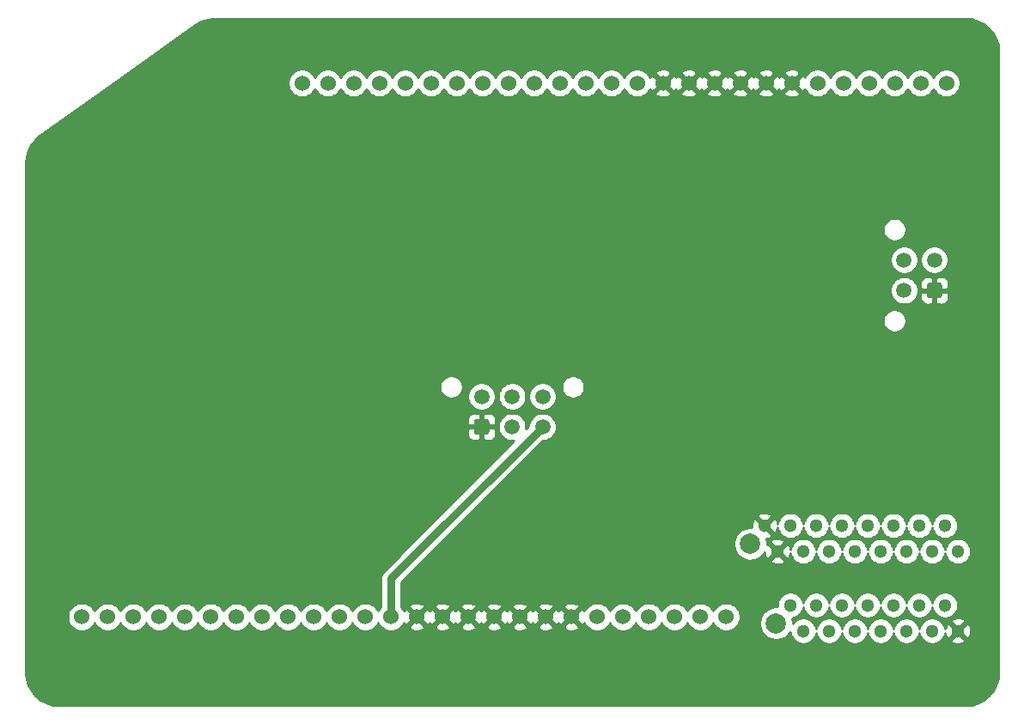
<source format=gtl>
G04 #@! TF.GenerationSoftware,KiCad,Pcbnew,5.1.5-52549c5~84~ubuntu18.04.1*
G04 #@! TF.CreationDate,2020-01-28T21:19:39-05:00*
G04 #@! TF.ProjectId,Internal_Acc_Interface,496e7465-726e-4616-9c5f-4163635f496e,rev?*
G04 #@! TF.SameCoordinates,Original*
G04 #@! TF.FileFunction,Copper,L1,Top*
G04 #@! TF.FilePolarity,Positive*
%FSLAX46Y46*%
G04 Gerber Fmt 4.6, Leading zero omitted, Abs format (unit mm)*
G04 Created by KiCad (PCBNEW 5.1.5-52549c5~84~ubuntu18.04.1) date 2020-01-28 21:19:39*
%MOMM*%
%LPD*%
G04 APERTURE LIST*
%ADD10C,1.300000*%
%ADD11C,2.000000*%
%ADD12C,0.100000*%
%ADD13C,1.500000*%
%ADD14C,1.524000*%
%ADD15C,0.762000*%
%ADD16C,0.254000*%
G04 APERTURE END LIST*
D10*
X164910000Y-109410000D03*
X162370000Y-109410000D03*
X159830000Y-109410000D03*
X167450000Y-109410000D03*
X161100000Y-111950000D03*
X163640000Y-111950000D03*
X166180000Y-111950000D03*
X168720000Y-111950000D03*
X169990000Y-109410000D03*
X171260000Y-111950000D03*
X172530000Y-109410000D03*
X173800000Y-111950000D03*
X175070000Y-109410000D03*
X176340000Y-111950000D03*
X177610000Y-109410000D03*
X178880000Y-111950000D03*
D11*
X158430000Y-111210000D03*
D10*
X167450000Y-117250000D03*
X164910000Y-117250000D03*
X162370000Y-117250000D03*
X169990000Y-117250000D03*
X163640000Y-119790000D03*
X166180000Y-119790000D03*
X168720000Y-119790000D03*
X171260000Y-119790000D03*
X172530000Y-117250000D03*
X173800000Y-119790000D03*
X175070000Y-117250000D03*
X176340000Y-119790000D03*
X177610000Y-117250000D03*
X178880000Y-119790000D03*
D11*
X160970000Y-119050000D03*
G04 #@! TA.AperFunction,ComponentPad*
D12*
G36*
X132474504Y-98926204D02*
G01*
X132498773Y-98929804D01*
X132522571Y-98935765D01*
X132545671Y-98944030D01*
X132567849Y-98954520D01*
X132588893Y-98967133D01*
X132608598Y-98981747D01*
X132626777Y-98998223D01*
X132643253Y-99016402D01*
X132657867Y-99036107D01*
X132670480Y-99057151D01*
X132680970Y-99079329D01*
X132689235Y-99102429D01*
X132695196Y-99126227D01*
X132698796Y-99150496D01*
X132700000Y-99175000D01*
X132700000Y-100175000D01*
X132698796Y-100199504D01*
X132695196Y-100223773D01*
X132689235Y-100247571D01*
X132680970Y-100270671D01*
X132670480Y-100292849D01*
X132657867Y-100313893D01*
X132643253Y-100333598D01*
X132626777Y-100351777D01*
X132608598Y-100368253D01*
X132588893Y-100382867D01*
X132567849Y-100395480D01*
X132545671Y-100405970D01*
X132522571Y-100414235D01*
X132498773Y-100420196D01*
X132474504Y-100423796D01*
X132450000Y-100425000D01*
X131450000Y-100425000D01*
X131425496Y-100423796D01*
X131401227Y-100420196D01*
X131377429Y-100414235D01*
X131354329Y-100405970D01*
X131332151Y-100395480D01*
X131311107Y-100382867D01*
X131291402Y-100368253D01*
X131273223Y-100351777D01*
X131256747Y-100333598D01*
X131242133Y-100313893D01*
X131229520Y-100292849D01*
X131219030Y-100270671D01*
X131210765Y-100247571D01*
X131204804Y-100223773D01*
X131201204Y-100199504D01*
X131200000Y-100175000D01*
X131200000Y-99175000D01*
X131201204Y-99150496D01*
X131204804Y-99126227D01*
X131210765Y-99102429D01*
X131219030Y-99079329D01*
X131229520Y-99057151D01*
X131242133Y-99036107D01*
X131256747Y-99016402D01*
X131273223Y-98998223D01*
X131291402Y-98981747D01*
X131311107Y-98967133D01*
X131332151Y-98954520D01*
X131354329Y-98944030D01*
X131377429Y-98935765D01*
X131401227Y-98929804D01*
X131425496Y-98926204D01*
X131450000Y-98925000D01*
X132450000Y-98925000D01*
X132474504Y-98926204D01*
G37*
G04 #@! TD.AperFunction*
D13*
X134950000Y-99675000D03*
X137950000Y-99675000D03*
X131950000Y-96675000D03*
X134950000Y-96675000D03*
X137950000Y-96675000D03*
D14*
X92525000Y-118400000D03*
X95065000Y-118400000D03*
X97605000Y-118400000D03*
X100145000Y-118400000D03*
X102685000Y-118400000D03*
X110305000Y-118400000D03*
X115385000Y-118400000D03*
X105225000Y-118400000D03*
X112845000Y-118400000D03*
X107765000Y-118400000D03*
X138245000Y-118400000D03*
X123005000Y-118400000D03*
X140785000Y-118400000D03*
X128085000Y-118400000D03*
X117925000Y-118400000D03*
X130625000Y-118400000D03*
X133165000Y-118400000D03*
X135705000Y-118400000D03*
X125545000Y-118400000D03*
X120465000Y-118400000D03*
X150945000Y-118400000D03*
X145865000Y-118400000D03*
X148405000Y-118400000D03*
X153485000Y-118400000D03*
X156025000Y-118400000D03*
X143325000Y-118400000D03*
X114250000Y-65800000D03*
X116790000Y-65800000D03*
X119330000Y-65800000D03*
X121870000Y-65800000D03*
X124410000Y-65800000D03*
X132030000Y-65800000D03*
X137110000Y-65800000D03*
X126950000Y-65800000D03*
X134570000Y-65800000D03*
X129490000Y-65800000D03*
X159970000Y-65800000D03*
X144730000Y-65800000D03*
X162510000Y-65800000D03*
X149810000Y-65800000D03*
X139650000Y-65800000D03*
X152350000Y-65800000D03*
X154890000Y-65800000D03*
X157430000Y-65800000D03*
X147270000Y-65800000D03*
X142190000Y-65800000D03*
X172670000Y-65800000D03*
X167590000Y-65800000D03*
X170130000Y-65800000D03*
X175210000Y-65800000D03*
X177750000Y-65800000D03*
X165050000Y-65800000D03*
D13*
X173575000Y-83225000D03*
X173575000Y-86225000D03*
X176575000Y-83225000D03*
G04 #@! TA.AperFunction,ComponentPad*
D12*
G36*
X177099504Y-85476204D02*
G01*
X177123773Y-85479804D01*
X177147571Y-85485765D01*
X177170671Y-85494030D01*
X177192849Y-85504520D01*
X177213893Y-85517133D01*
X177233598Y-85531747D01*
X177251777Y-85548223D01*
X177268253Y-85566402D01*
X177282867Y-85586107D01*
X177295480Y-85607151D01*
X177305970Y-85629329D01*
X177314235Y-85652429D01*
X177320196Y-85676227D01*
X177323796Y-85700496D01*
X177325000Y-85725000D01*
X177325000Y-86725000D01*
X177323796Y-86749504D01*
X177320196Y-86773773D01*
X177314235Y-86797571D01*
X177305970Y-86820671D01*
X177295480Y-86842849D01*
X177282867Y-86863893D01*
X177268253Y-86883598D01*
X177251777Y-86901777D01*
X177233598Y-86918253D01*
X177213893Y-86932867D01*
X177192849Y-86945480D01*
X177170671Y-86955970D01*
X177147571Y-86964235D01*
X177123773Y-86970196D01*
X177099504Y-86973796D01*
X177075000Y-86975000D01*
X176075000Y-86975000D01*
X176050496Y-86973796D01*
X176026227Y-86970196D01*
X176002429Y-86964235D01*
X175979329Y-86955970D01*
X175957151Y-86945480D01*
X175936107Y-86932867D01*
X175916402Y-86918253D01*
X175898223Y-86901777D01*
X175881747Y-86883598D01*
X175867133Y-86863893D01*
X175854520Y-86842849D01*
X175844030Y-86820671D01*
X175835765Y-86797571D01*
X175829804Y-86773773D01*
X175826204Y-86749504D01*
X175825000Y-86725000D01*
X175825000Y-85725000D01*
X175826204Y-85700496D01*
X175829804Y-85676227D01*
X175835765Y-85652429D01*
X175844030Y-85629329D01*
X175854520Y-85607151D01*
X175867133Y-85586107D01*
X175881747Y-85566402D01*
X175898223Y-85548223D01*
X175916402Y-85531747D01*
X175936107Y-85517133D01*
X175957151Y-85504520D01*
X175979329Y-85494030D01*
X176002429Y-85485765D01*
X176026227Y-85479804D01*
X176050496Y-85476204D01*
X176075000Y-85475000D01*
X177075000Y-85475000D01*
X177099504Y-85476204D01*
G37*
G04 #@! TD.AperFunction*
D15*
X123005000Y-114620000D02*
X137950000Y-99675000D01*
X123005000Y-118400000D02*
X123005000Y-114620000D01*
D16*
G36*
X180258489Y-59491071D02*
G01*
X180867855Y-59675050D01*
X181429876Y-59973882D01*
X181923148Y-60376186D01*
X182328885Y-60866638D01*
X182631635Y-61426561D01*
X182819861Y-62034621D01*
X182890000Y-62701946D01*
X182890001Y-123844488D01*
X182824363Y-124513922D01*
X182640384Y-125123288D01*
X182341554Y-125685304D01*
X181939251Y-126178578D01*
X181448796Y-126584317D01*
X180888874Y-126887067D01*
X180280812Y-127075293D01*
X179613469Y-127145434D01*
X90310956Y-127145434D01*
X89641511Y-127079795D01*
X89032145Y-126895816D01*
X88470129Y-126596986D01*
X87976855Y-126194683D01*
X87571116Y-125704228D01*
X87268366Y-125144306D01*
X87080140Y-124536244D01*
X87010000Y-123868911D01*
X87010000Y-118262408D01*
X91128000Y-118262408D01*
X91128000Y-118537592D01*
X91181686Y-118807490D01*
X91286995Y-119061727D01*
X91439880Y-119290535D01*
X91634465Y-119485120D01*
X91863273Y-119638005D01*
X92117510Y-119743314D01*
X92387408Y-119797000D01*
X92662592Y-119797000D01*
X92932490Y-119743314D01*
X93186727Y-119638005D01*
X93415535Y-119485120D01*
X93610120Y-119290535D01*
X93763005Y-119061727D01*
X93795000Y-118984485D01*
X93826995Y-119061727D01*
X93979880Y-119290535D01*
X94174465Y-119485120D01*
X94403273Y-119638005D01*
X94657510Y-119743314D01*
X94927408Y-119797000D01*
X95202592Y-119797000D01*
X95472490Y-119743314D01*
X95726727Y-119638005D01*
X95955535Y-119485120D01*
X96150120Y-119290535D01*
X96303005Y-119061727D01*
X96335000Y-118984485D01*
X96366995Y-119061727D01*
X96519880Y-119290535D01*
X96714465Y-119485120D01*
X96943273Y-119638005D01*
X97197510Y-119743314D01*
X97467408Y-119797000D01*
X97742592Y-119797000D01*
X98012490Y-119743314D01*
X98266727Y-119638005D01*
X98495535Y-119485120D01*
X98690120Y-119290535D01*
X98843005Y-119061727D01*
X98875000Y-118984485D01*
X98906995Y-119061727D01*
X99059880Y-119290535D01*
X99254465Y-119485120D01*
X99483273Y-119638005D01*
X99737510Y-119743314D01*
X100007408Y-119797000D01*
X100282592Y-119797000D01*
X100552490Y-119743314D01*
X100806727Y-119638005D01*
X101035535Y-119485120D01*
X101230120Y-119290535D01*
X101383005Y-119061727D01*
X101415000Y-118984485D01*
X101446995Y-119061727D01*
X101599880Y-119290535D01*
X101794465Y-119485120D01*
X102023273Y-119638005D01*
X102277510Y-119743314D01*
X102547408Y-119797000D01*
X102822592Y-119797000D01*
X103092490Y-119743314D01*
X103346727Y-119638005D01*
X103575535Y-119485120D01*
X103770120Y-119290535D01*
X103923005Y-119061727D01*
X103955000Y-118984485D01*
X103986995Y-119061727D01*
X104139880Y-119290535D01*
X104334465Y-119485120D01*
X104563273Y-119638005D01*
X104817510Y-119743314D01*
X105087408Y-119797000D01*
X105362592Y-119797000D01*
X105632490Y-119743314D01*
X105886727Y-119638005D01*
X106115535Y-119485120D01*
X106310120Y-119290535D01*
X106463005Y-119061727D01*
X106495000Y-118984485D01*
X106526995Y-119061727D01*
X106679880Y-119290535D01*
X106874465Y-119485120D01*
X107103273Y-119638005D01*
X107357510Y-119743314D01*
X107627408Y-119797000D01*
X107902592Y-119797000D01*
X108172490Y-119743314D01*
X108426727Y-119638005D01*
X108655535Y-119485120D01*
X108850120Y-119290535D01*
X109003005Y-119061727D01*
X109035000Y-118984485D01*
X109066995Y-119061727D01*
X109219880Y-119290535D01*
X109414465Y-119485120D01*
X109643273Y-119638005D01*
X109897510Y-119743314D01*
X110167408Y-119797000D01*
X110442592Y-119797000D01*
X110712490Y-119743314D01*
X110966727Y-119638005D01*
X111195535Y-119485120D01*
X111390120Y-119290535D01*
X111543005Y-119061727D01*
X111575000Y-118984485D01*
X111606995Y-119061727D01*
X111759880Y-119290535D01*
X111954465Y-119485120D01*
X112183273Y-119638005D01*
X112437510Y-119743314D01*
X112707408Y-119797000D01*
X112982592Y-119797000D01*
X113252490Y-119743314D01*
X113506727Y-119638005D01*
X113735535Y-119485120D01*
X113930120Y-119290535D01*
X114083005Y-119061727D01*
X114115000Y-118984485D01*
X114146995Y-119061727D01*
X114299880Y-119290535D01*
X114494465Y-119485120D01*
X114723273Y-119638005D01*
X114977510Y-119743314D01*
X115247408Y-119797000D01*
X115522592Y-119797000D01*
X115792490Y-119743314D01*
X116046727Y-119638005D01*
X116275535Y-119485120D01*
X116470120Y-119290535D01*
X116623005Y-119061727D01*
X116655000Y-118984485D01*
X116686995Y-119061727D01*
X116839880Y-119290535D01*
X117034465Y-119485120D01*
X117263273Y-119638005D01*
X117517510Y-119743314D01*
X117787408Y-119797000D01*
X118062592Y-119797000D01*
X118332490Y-119743314D01*
X118586727Y-119638005D01*
X118815535Y-119485120D01*
X119010120Y-119290535D01*
X119163005Y-119061727D01*
X119195000Y-118984485D01*
X119226995Y-119061727D01*
X119379880Y-119290535D01*
X119574465Y-119485120D01*
X119803273Y-119638005D01*
X120057510Y-119743314D01*
X120327408Y-119797000D01*
X120602592Y-119797000D01*
X120872490Y-119743314D01*
X121126727Y-119638005D01*
X121355535Y-119485120D01*
X121550120Y-119290535D01*
X121703005Y-119061727D01*
X121735000Y-118984485D01*
X121766995Y-119061727D01*
X121919880Y-119290535D01*
X122114465Y-119485120D01*
X122343273Y-119638005D01*
X122597510Y-119743314D01*
X122867408Y-119797000D01*
X123142592Y-119797000D01*
X123412490Y-119743314D01*
X123666727Y-119638005D01*
X123895535Y-119485120D01*
X124015090Y-119365565D01*
X124759040Y-119365565D01*
X124826020Y-119605656D01*
X125075048Y-119722756D01*
X125342135Y-119789023D01*
X125617017Y-119801910D01*
X125889133Y-119760922D01*
X126148023Y-119667636D01*
X126263980Y-119605656D01*
X126330960Y-119365565D01*
X127299040Y-119365565D01*
X127366020Y-119605656D01*
X127615048Y-119722756D01*
X127882135Y-119789023D01*
X128157017Y-119801910D01*
X128429133Y-119760922D01*
X128688023Y-119667636D01*
X128803980Y-119605656D01*
X128870960Y-119365565D01*
X129839040Y-119365565D01*
X129906020Y-119605656D01*
X130155048Y-119722756D01*
X130422135Y-119789023D01*
X130697017Y-119801910D01*
X130969133Y-119760922D01*
X131228023Y-119667636D01*
X131343980Y-119605656D01*
X131410960Y-119365565D01*
X132379040Y-119365565D01*
X132446020Y-119605656D01*
X132695048Y-119722756D01*
X132962135Y-119789023D01*
X133237017Y-119801910D01*
X133509133Y-119760922D01*
X133768023Y-119667636D01*
X133883980Y-119605656D01*
X133950960Y-119365565D01*
X134919040Y-119365565D01*
X134986020Y-119605656D01*
X135235048Y-119722756D01*
X135502135Y-119789023D01*
X135777017Y-119801910D01*
X136049133Y-119760922D01*
X136308023Y-119667636D01*
X136423980Y-119605656D01*
X136490960Y-119365565D01*
X137459040Y-119365565D01*
X137526020Y-119605656D01*
X137775048Y-119722756D01*
X138042135Y-119789023D01*
X138317017Y-119801910D01*
X138589133Y-119760922D01*
X138848023Y-119667636D01*
X138963980Y-119605656D01*
X139030960Y-119365565D01*
X139999040Y-119365565D01*
X140066020Y-119605656D01*
X140315048Y-119722756D01*
X140582135Y-119789023D01*
X140857017Y-119801910D01*
X141129133Y-119760922D01*
X141388023Y-119667636D01*
X141503980Y-119605656D01*
X141570960Y-119365565D01*
X140785000Y-118579605D01*
X139999040Y-119365565D01*
X139030960Y-119365565D01*
X138245000Y-118579605D01*
X137459040Y-119365565D01*
X136490960Y-119365565D01*
X135705000Y-118579605D01*
X134919040Y-119365565D01*
X133950960Y-119365565D01*
X133165000Y-118579605D01*
X132379040Y-119365565D01*
X131410960Y-119365565D01*
X130625000Y-118579605D01*
X129839040Y-119365565D01*
X128870960Y-119365565D01*
X128085000Y-118579605D01*
X127299040Y-119365565D01*
X126330960Y-119365565D01*
X125545000Y-118579605D01*
X124759040Y-119365565D01*
X124015090Y-119365565D01*
X124090120Y-119290535D01*
X124243005Y-119061727D01*
X124272692Y-118990057D01*
X124277364Y-119003023D01*
X124339344Y-119118980D01*
X124579435Y-119185960D01*
X125365395Y-118400000D01*
X125724605Y-118400000D01*
X126510565Y-119185960D01*
X126750656Y-119118980D01*
X126812079Y-118988356D01*
X126817364Y-119003023D01*
X126879344Y-119118980D01*
X127119435Y-119185960D01*
X127905395Y-118400000D01*
X128264605Y-118400000D01*
X129050565Y-119185960D01*
X129290656Y-119118980D01*
X129352079Y-118988356D01*
X129357364Y-119003023D01*
X129419344Y-119118980D01*
X129659435Y-119185960D01*
X130445395Y-118400000D01*
X130804605Y-118400000D01*
X131590565Y-119185960D01*
X131830656Y-119118980D01*
X131892079Y-118988356D01*
X131897364Y-119003023D01*
X131959344Y-119118980D01*
X132199435Y-119185960D01*
X132985395Y-118400000D01*
X133344605Y-118400000D01*
X134130565Y-119185960D01*
X134370656Y-119118980D01*
X134432079Y-118988356D01*
X134437364Y-119003023D01*
X134499344Y-119118980D01*
X134739435Y-119185960D01*
X135525395Y-118400000D01*
X135884605Y-118400000D01*
X136670565Y-119185960D01*
X136910656Y-119118980D01*
X136972079Y-118988356D01*
X136977364Y-119003023D01*
X137039344Y-119118980D01*
X137279435Y-119185960D01*
X138065395Y-118400000D01*
X138424605Y-118400000D01*
X139210565Y-119185960D01*
X139450656Y-119118980D01*
X139512079Y-118988356D01*
X139517364Y-119003023D01*
X139579344Y-119118980D01*
X139819435Y-119185960D01*
X140605395Y-118400000D01*
X140964605Y-118400000D01*
X141750565Y-119185960D01*
X141990656Y-119118980D01*
X142054485Y-118983240D01*
X142086995Y-119061727D01*
X142239880Y-119290535D01*
X142434465Y-119485120D01*
X142663273Y-119638005D01*
X142917510Y-119743314D01*
X143187408Y-119797000D01*
X143462592Y-119797000D01*
X143732490Y-119743314D01*
X143986727Y-119638005D01*
X144215535Y-119485120D01*
X144410120Y-119290535D01*
X144563005Y-119061727D01*
X144595000Y-118984485D01*
X144626995Y-119061727D01*
X144779880Y-119290535D01*
X144974465Y-119485120D01*
X145203273Y-119638005D01*
X145457510Y-119743314D01*
X145727408Y-119797000D01*
X146002592Y-119797000D01*
X146272490Y-119743314D01*
X146526727Y-119638005D01*
X146755535Y-119485120D01*
X146950120Y-119290535D01*
X147103005Y-119061727D01*
X147135000Y-118984485D01*
X147166995Y-119061727D01*
X147319880Y-119290535D01*
X147514465Y-119485120D01*
X147743273Y-119638005D01*
X147997510Y-119743314D01*
X148267408Y-119797000D01*
X148542592Y-119797000D01*
X148812490Y-119743314D01*
X149066727Y-119638005D01*
X149295535Y-119485120D01*
X149490120Y-119290535D01*
X149643005Y-119061727D01*
X149675000Y-118984485D01*
X149706995Y-119061727D01*
X149859880Y-119290535D01*
X150054465Y-119485120D01*
X150283273Y-119638005D01*
X150537510Y-119743314D01*
X150807408Y-119797000D01*
X151082592Y-119797000D01*
X151352490Y-119743314D01*
X151606727Y-119638005D01*
X151835535Y-119485120D01*
X152030120Y-119290535D01*
X152183005Y-119061727D01*
X152215000Y-118984485D01*
X152246995Y-119061727D01*
X152399880Y-119290535D01*
X152594465Y-119485120D01*
X152823273Y-119638005D01*
X153077510Y-119743314D01*
X153347408Y-119797000D01*
X153622592Y-119797000D01*
X153892490Y-119743314D01*
X154146727Y-119638005D01*
X154375535Y-119485120D01*
X154570120Y-119290535D01*
X154723005Y-119061727D01*
X154755000Y-118984485D01*
X154786995Y-119061727D01*
X154939880Y-119290535D01*
X155134465Y-119485120D01*
X155363273Y-119638005D01*
X155617510Y-119743314D01*
X155887408Y-119797000D01*
X156162592Y-119797000D01*
X156432490Y-119743314D01*
X156686727Y-119638005D01*
X156915535Y-119485120D01*
X157110120Y-119290535D01*
X157263005Y-119061727D01*
X157334564Y-118888967D01*
X159335000Y-118888967D01*
X159335000Y-119211033D01*
X159397832Y-119526912D01*
X159521082Y-119824463D01*
X159700013Y-120092252D01*
X159927748Y-120319987D01*
X160195537Y-120498918D01*
X160493088Y-120622168D01*
X160808967Y-120685000D01*
X161131033Y-120685000D01*
X161446912Y-120622168D01*
X161744463Y-120498918D01*
X162012252Y-120319987D01*
X162239987Y-120092252D01*
X162355546Y-119919306D01*
X162404381Y-120164821D01*
X162501247Y-120398676D01*
X162641875Y-120609140D01*
X162820860Y-120788125D01*
X163031324Y-120928753D01*
X163265179Y-121025619D01*
X163513439Y-121075000D01*
X163766561Y-121075000D01*
X164014821Y-121025619D01*
X164248676Y-120928753D01*
X164459140Y-120788125D01*
X164638125Y-120609140D01*
X164778753Y-120398676D01*
X164875619Y-120164821D01*
X164910000Y-119991973D01*
X164944381Y-120164821D01*
X165041247Y-120398676D01*
X165181875Y-120609140D01*
X165360860Y-120788125D01*
X165571324Y-120928753D01*
X165805179Y-121025619D01*
X166053439Y-121075000D01*
X166306561Y-121075000D01*
X166554821Y-121025619D01*
X166788676Y-120928753D01*
X166999140Y-120788125D01*
X167178125Y-120609140D01*
X167318753Y-120398676D01*
X167415619Y-120164821D01*
X167450000Y-119991973D01*
X167484381Y-120164821D01*
X167581247Y-120398676D01*
X167721875Y-120609140D01*
X167900860Y-120788125D01*
X168111324Y-120928753D01*
X168345179Y-121025619D01*
X168593439Y-121075000D01*
X168846561Y-121075000D01*
X169094821Y-121025619D01*
X169328676Y-120928753D01*
X169539140Y-120788125D01*
X169718125Y-120609140D01*
X169858753Y-120398676D01*
X169955619Y-120164821D01*
X169990000Y-119991973D01*
X170024381Y-120164821D01*
X170121247Y-120398676D01*
X170261875Y-120609140D01*
X170440860Y-120788125D01*
X170651324Y-120928753D01*
X170885179Y-121025619D01*
X171133439Y-121075000D01*
X171386561Y-121075000D01*
X171634821Y-121025619D01*
X171868676Y-120928753D01*
X172079140Y-120788125D01*
X172258125Y-120609140D01*
X172398753Y-120398676D01*
X172495619Y-120164821D01*
X172530000Y-119991973D01*
X172564381Y-120164821D01*
X172661247Y-120398676D01*
X172801875Y-120609140D01*
X172980860Y-120788125D01*
X173191324Y-120928753D01*
X173425179Y-121025619D01*
X173673439Y-121075000D01*
X173926561Y-121075000D01*
X174174821Y-121025619D01*
X174408676Y-120928753D01*
X174619140Y-120788125D01*
X174798125Y-120609140D01*
X174938753Y-120398676D01*
X175035619Y-120164821D01*
X175070000Y-119991973D01*
X175104381Y-120164821D01*
X175201247Y-120398676D01*
X175341875Y-120609140D01*
X175520860Y-120788125D01*
X175731324Y-120928753D01*
X175965179Y-121025619D01*
X176213439Y-121075000D01*
X176466561Y-121075000D01*
X176714821Y-121025619D01*
X176948676Y-120928753D01*
X177159140Y-120788125D01*
X177271738Y-120675527D01*
X178174078Y-120675527D01*
X178227466Y-120904201D01*
X178457374Y-121010095D01*
X178703524Y-121069102D01*
X178956455Y-121078952D01*
X179206449Y-121039270D01*
X179443896Y-120951578D01*
X179532534Y-120904201D01*
X179585922Y-120675527D01*
X178880000Y-119969605D01*
X178174078Y-120675527D01*
X177271738Y-120675527D01*
X177338125Y-120609140D01*
X177478753Y-120398676D01*
X177575619Y-120164821D01*
X177610540Y-119989256D01*
X177630730Y-120116449D01*
X177718422Y-120353896D01*
X177765799Y-120442534D01*
X177994473Y-120495922D01*
X178700395Y-119790000D01*
X179059605Y-119790000D01*
X179765527Y-120495922D01*
X179994201Y-120442534D01*
X180100095Y-120212626D01*
X180159102Y-119966476D01*
X180168952Y-119713545D01*
X180129270Y-119463551D01*
X180041578Y-119226104D01*
X179994201Y-119137466D01*
X179765527Y-119084078D01*
X179059605Y-119790000D01*
X178700395Y-119790000D01*
X177994473Y-119084078D01*
X177765799Y-119137466D01*
X177659905Y-119367374D01*
X177608644Y-119581211D01*
X177575619Y-119415179D01*
X177478753Y-119181324D01*
X177338125Y-118970860D01*
X177271738Y-118904473D01*
X178174078Y-118904473D01*
X178880000Y-119610395D01*
X179585922Y-118904473D01*
X179532534Y-118675799D01*
X179302626Y-118569905D01*
X179056476Y-118510898D01*
X178803545Y-118501048D01*
X178553551Y-118540730D01*
X178316104Y-118628422D01*
X178227466Y-118675799D01*
X178174078Y-118904473D01*
X177271738Y-118904473D01*
X177159140Y-118791875D01*
X176948676Y-118651247D01*
X176714821Y-118554381D01*
X176466561Y-118505000D01*
X176213439Y-118505000D01*
X175965179Y-118554381D01*
X175731324Y-118651247D01*
X175520860Y-118791875D01*
X175341875Y-118970860D01*
X175201247Y-119181324D01*
X175104381Y-119415179D01*
X175070000Y-119588027D01*
X175035619Y-119415179D01*
X174938753Y-119181324D01*
X174798125Y-118970860D01*
X174619140Y-118791875D01*
X174408676Y-118651247D01*
X174174821Y-118554381D01*
X173926561Y-118505000D01*
X173673439Y-118505000D01*
X173425179Y-118554381D01*
X173191324Y-118651247D01*
X172980860Y-118791875D01*
X172801875Y-118970860D01*
X172661247Y-119181324D01*
X172564381Y-119415179D01*
X172530000Y-119588027D01*
X172495619Y-119415179D01*
X172398753Y-119181324D01*
X172258125Y-118970860D01*
X172079140Y-118791875D01*
X171868676Y-118651247D01*
X171634821Y-118554381D01*
X171386561Y-118505000D01*
X171133439Y-118505000D01*
X170885179Y-118554381D01*
X170651324Y-118651247D01*
X170440860Y-118791875D01*
X170261875Y-118970860D01*
X170121247Y-119181324D01*
X170024381Y-119415179D01*
X169990000Y-119588027D01*
X169955619Y-119415179D01*
X169858753Y-119181324D01*
X169718125Y-118970860D01*
X169539140Y-118791875D01*
X169328676Y-118651247D01*
X169094821Y-118554381D01*
X168846561Y-118505000D01*
X168593439Y-118505000D01*
X168345179Y-118554381D01*
X168111324Y-118651247D01*
X167900860Y-118791875D01*
X167721875Y-118970860D01*
X167581247Y-119181324D01*
X167484381Y-119415179D01*
X167450000Y-119588027D01*
X167415619Y-119415179D01*
X167318753Y-119181324D01*
X167178125Y-118970860D01*
X166999140Y-118791875D01*
X166788676Y-118651247D01*
X166554821Y-118554381D01*
X166306561Y-118505000D01*
X166053439Y-118505000D01*
X165805179Y-118554381D01*
X165571324Y-118651247D01*
X165360860Y-118791875D01*
X165181875Y-118970860D01*
X165041247Y-119181324D01*
X164944381Y-119415179D01*
X164910000Y-119588027D01*
X164875619Y-119415179D01*
X164778753Y-119181324D01*
X164638125Y-118970860D01*
X164459140Y-118791875D01*
X164248676Y-118651247D01*
X164014821Y-118554381D01*
X163766561Y-118505000D01*
X163513439Y-118505000D01*
X163265179Y-118554381D01*
X163031324Y-118651247D01*
X162820860Y-118791875D01*
X162641875Y-118970860D01*
X162605000Y-119026047D01*
X162605000Y-118888967D01*
X162542168Y-118573088D01*
X162524121Y-118529518D01*
X162744821Y-118485619D01*
X162978676Y-118388753D01*
X163189140Y-118248125D01*
X163368125Y-118069140D01*
X163508753Y-117858676D01*
X163605619Y-117624821D01*
X163640000Y-117451973D01*
X163674381Y-117624821D01*
X163771247Y-117858676D01*
X163911875Y-118069140D01*
X164090860Y-118248125D01*
X164301324Y-118388753D01*
X164535179Y-118485619D01*
X164783439Y-118535000D01*
X165036561Y-118535000D01*
X165284821Y-118485619D01*
X165518676Y-118388753D01*
X165729140Y-118248125D01*
X165908125Y-118069140D01*
X166048753Y-117858676D01*
X166145619Y-117624821D01*
X166180000Y-117451973D01*
X166214381Y-117624821D01*
X166311247Y-117858676D01*
X166451875Y-118069140D01*
X166630860Y-118248125D01*
X166841324Y-118388753D01*
X167075179Y-118485619D01*
X167323439Y-118535000D01*
X167576561Y-118535000D01*
X167824821Y-118485619D01*
X168058676Y-118388753D01*
X168269140Y-118248125D01*
X168448125Y-118069140D01*
X168588753Y-117858676D01*
X168685619Y-117624821D01*
X168720000Y-117451973D01*
X168754381Y-117624821D01*
X168851247Y-117858676D01*
X168991875Y-118069140D01*
X169170860Y-118248125D01*
X169381324Y-118388753D01*
X169615179Y-118485619D01*
X169863439Y-118535000D01*
X170116561Y-118535000D01*
X170364821Y-118485619D01*
X170598676Y-118388753D01*
X170809140Y-118248125D01*
X170988125Y-118069140D01*
X171128753Y-117858676D01*
X171225619Y-117624821D01*
X171260000Y-117451973D01*
X171294381Y-117624821D01*
X171391247Y-117858676D01*
X171531875Y-118069140D01*
X171710860Y-118248125D01*
X171921324Y-118388753D01*
X172155179Y-118485619D01*
X172403439Y-118535000D01*
X172656561Y-118535000D01*
X172904821Y-118485619D01*
X173138676Y-118388753D01*
X173349140Y-118248125D01*
X173528125Y-118069140D01*
X173668753Y-117858676D01*
X173765619Y-117624821D01*
X173800000Y-117451973D01*
X173834381Y-117624821D01*
X173931247Y-117858676D01*
X174071875Y-118069140D01*
X174250860Y-118248125D01*
X174461324Y-118388753D01*
X174695179Y-118485619D01*
X174943439Y-118535000D01*
X175196561Y-118535000D01*
X175444821Y-118485619D01*
X175678676Y-118388753D01*
X175889140Y-118248125D01*
X176068125Y-118069140D01*
X176208753Y-117858676D01*
X176305619Y-117624821D01*
X176340000Y-117451973D01*
X176374381Y-117624821D01*
X176471247Y-117858676D01*
X176611875Y-118069140D01*
X176790860Y-118248125D01*
X177001324Y-118388753D01*
X177235179Y-118485619D01*
X177483439Y-118535000D01*
X177736561Y-118535000D01*
X177984821Y-118485619D01*
X178218676Y-118388753D01*
X178429140Y-118248125D01*
X178608125Y-118069140D01*
X178748753Y-117858676D01*
X178845619Y-117624821D01*
X178895000Y-117376561D01*
X178895000Y-117123439D01*
X178845619Y-116875179D01*
X178748753Y-116641324D01*
X178608125Y-116430860D01*
X178429140Y-116251875D01*
X178218676Y-116111247D01*
X177984821Y-116014381D01*
X177736561Y-115965000D01*
X177483439Y-115965000D01*
X177235179Y-116014381D01*
X177001324Y-116111247D01*
X176790860Y-116251875D01*
X176611875Y-116430860D01*
X176471247Y-116641324D01*
X176374381Y-116875179D01*
X176340000Y-117048027D01*
X176305619Y-116875179D01*
X176208753Y-116641324D01*
X176068125Y-116430860D01*
X175889140Y-116251875D01*
X175678676Y-116111247D01*
X175444821Y-116014381D01*
X175196561Y-115965000D01*
X174943439Y-115965000D01*
X174695179Y-116014381D01*
X174461324Y-116111247D01*
X174250860Y-116251875D01*
X174071875Y-116430860D01*
X173931247Y-116641324D01*
X173834381Y-116875179D01*
X173800000Y-117048027D01*
X173765619Y-116875179D01*
X173668753Y-116641324D01*
X173528125Y-116430860D01*
X173349140Y-116251875D01*
X173138676Y-116111247D01*
X172904821Y-116014381D01*
X172656561Y-115965000D01*
X172403439Y-115965000D01*
X172155179Y-116014381D01*
X171921324Y-116111247D01*
X171710860Y-116251875D01*
X171531875Y-116430860D01*
X171391247Y-116641324D01*
X171294381Y-116875179D01*
X171260000Y-117048027D01*
X171225619Y-116875179D01*
X171128753Y-116641324D01*
X170988125Y-116430860D01*
X170809140Y-116251875D01*
X170598676Y-116111247D01*
X170364821Y-116014381D01*
X170116561Y-115965000D01*
X169863439Y-115965000D01*
X169615179Y-116014381D01*
X169381324Y-116111247D01*
X169170860Y-116251875D01*
X168991875Y-116430860D01*
X168851247Y-116641324D01*
X168754381Y-116875179D01*
X168720000Y-117048027D01*
X168685619Y-116875179D01*
X168588753Y-116641324D01*
X168448125Y-116430860D01*
X168269140Y-116251875D01*
X168058676Y-116111247D01*
X167824821Y-116014381D01*
X167576561Y-115965000D01*
X167323439Y-115965000D01*
X167075179Y-116014381D01*
X166841324Y-116111247D01*
X166630860Y-116251875D01*
X166451875Y-116430860D01*
X166311247Y-116641324D01*
X166214381Y-116875179D01*
X166180000Y-117048027D01*
X166145619Y-116875179D01*
X166048753Y-116641324D01*
X165908125Y-116430860D01*
X165729140Y-116251875D01*
X165518676Y-116111247D01*
X165284821Y-116014381D01*
X165036561Y-115965000D01*
X164783439Y-115965000D01*
X164535179Y-116014381D01*
X164301324Y-116111247D01*
X164090860Y-116251875D01*
X163911875Y-116430860D01*
X163771247Y-116641324D01*
X163674381Y-116875179D01*
X163640000Y-117048027D01*
X163605619Y-116875179D01*
X163508753Y-116641324D01*
X163368125Y-116430860D01*
X163189140Y-116251875D01*
X162978676Y-116111247D01*
X162744821Y-116014381D01*
X162496561Y-115965000D01*
X162243439Y-115965000D01*
X161995179Y-116014381D01*
X161761324Y-116111247D01*
X161550860Y-116251875D01*
X161371875Y-116430860D01*
X161231247Y-116641324D01*
X161134381Y-116875179D01*
X161085000Y-117123439D01*
X161085000Y-117376561D01*
X161092646Y-117415000D01*
X160808967Y-117415000D01*
X160493088Y-117477832D01*
X160195537Y-117601082D01*
X159927748Y-117780013D01*
X159700013Y-118007748D01*
X159521082Y-118275537D01*
X159397832Y-118573088D01*
X159335000Y-118888967D01*
X157334564Y-118888967D01*
X157368314Y-118807490D01*
X157422000Y-118537592D01*
X157422000Y-118262408D01*
X157368314Y-117992510D01*
X157263005Y-117738273D01*
X157110120Y-117509465D01*
X156915535Y-117314880D01*
X156686727Y-117161995D01*
X156432490Y-117056686D01*
X156162592Y-117003000D01*
X155887408Y-117003000D01*
X155617510Y-117056686D01*
X155363273Y-117161995D01*
X155134465Y-117314880D01*
X154939880Y-117509465D01*
X154786995Y-117738273D01*
X154755000Y-117815515D01*
X154723005Y-117738273D01*
X154570120Y-117509465D01*
X154375535Y-117314880D01*
X154146727Y-117161995D01*
X153892490Y-117056686D01*
X153622592Y-117003000D01*
X153347408Y-117003000D01*
X153077510Y-117056686D01*
X152823273Y-117161995D01*
X152594465Y-117314880D01*
X152399880Y-117509465D01*
X152246995Y-117738273D01*
X152215000Y-117815515D01*
X152183005Y-117738273D01*
X152030120Y-117509465D01*
X151835535Y-117314880D01*
X151606727Y-117161995D01*
X151352490Y-117056686D01*
X151082592Y-117003000D01*
X150807408Y-117003000D01*
X150537510Y-117056686D01*
X150283273Y-117161995D01*
X150054465Y-117314880D01*
X149859880Y-117509465D01*
X149706995Y-117738273D01*
X149675000Y-117815515D01*
X149643005Y-117738273D01*
X149490120Y-117509465D01*
X149295535Y-117314880D01*
X149066727Y-117161995D01*
X148812490Y-117056686D01*
X148542592Y-117003000D01*
X148267408Y-117003000D01*
X147997510Y-117056686D01*
X147743273Y-117161995D01*
X147514465Y-117314880D01*
X147319880Y-117509465D01*
X147166995Y-117738273D01*
X147135000Y-117815515D01*
X147103005Y-117738273D01*
X146950120Y-117509465D01*
X146755535Y-117314880D01*
X146526727Y-117161995D01*
X146272490Y-117056686D01*
X146002592Y-117003000D01*
X145727408Y-117003000D01*
X145457510Y-117056686D01*
X145203273Y-117161995D01*
X144974465Y-117314880D01*
X144779880Y-117509465D01*
X144626995Y-117738273D01*
X144595000Y-117815515D01*
X144563005Y-117738273D01*
X144410120Y-117509465D01*
X144215535Y-117314880D01*
X143986727Y-117161995D01*
X143732490Y-117056686D01*
X143462592Y-117003000D01*
X143187408Y-117003000D01*
X142917510Y-117056686D01*
X142663273Y-117161995D01*
X142434465Y-117314880D01*
X142239880Y-117509465D01*
X142086995Y-117738273D01*
X142057308Y-117809943D01*
X142052636Y-117796977D01*
X141990656Y-117681020D01*
X141750565Y-117614040D01*
X140964605Y-118400000D01*
X140605395Y-118400000D01*
X139819435Y-117614040D01*
X139579344Y-117681020D01*
X139517921Y-117811644D01*
X139512636Y-117796977D01*
X139450656Y-117681020D01*
X139210565Y-117614040D01*
X138424605Y-118400000D01*
X138065395Y-118400000D01*
X137279435Y-117614040D01*
X137039344Y-117681020D01*
X136977921Y-117811644D01*
X136972636Y-117796977D01*
X136910656Y-117681020D01*
X136670565Y-117614040D01*
X135884605Y-118400000D01*
X135525395Y-118400000D01*
X134739435Y-117614040D01*
X134499344Y-117681020D01*
X134437921Y-117811644D01*
X134432636Y-117796977D01*
X134370656Y-117681020D01*
X134130565Y-117614040D01*
X133344605Y-118400000D01*
X132985395Y-118400000D01*
X132199435Y-117614040D01*
X131959344Y-117681020D01*
X131897921Y-117811644D01*
X131892636Y-117796977D01*
X131830656Y-117681020D01*
X131590565Y-117614040D01*
X130804605Y-118400000D01*
X130445395Y-118400000D01*
X129659435Y-117614040D01*
X129419344Y-117681020D01*
X129357921Y-117811644D01*
X129352636Y-117796977D01*
X129290656Y-117681020D01*
X129050565Y-117614040D01*
X128264605Y-118400000D01*
X127905395Y-118400000D01*
X127119435Y-117614040D01*
X126879344Y-117681020D01*
X126817921Y-117811644D01*
X126812636Y-117796977D01*
X126750656Y-117681020D01*
X126510565Y-117614040D01*
X125724605Y-118400000D01*
X125365395Y-118400000D01*
X124579435Y-117614040D01*
X124339344Y-117681020D01*
X124275515Y-117816760D01*
X124243005Y-117738273D01*
X124090120Y-117509465D01*
X124021000Y-117440345D01*
X124021000Y-117434435D01*
X124759040Y-117434435D01*
X125545000Y-118220395D01*
X126330960Y-117434435D01*
X127299040Y-117434435D01*
X128085000Y-118220395D01*
X128870960Y-117434435D01*
X129839040Y-117434435D01*
X130625000Y-118220395D01*
X131410960Y-117434435D01*
X132379040Y-117434435D01*
X133165000Y-118220395D01*
X133950960Y-117434435D01*
X134919040Y-117434435D01*
X135705000Y-118220395D01*
X136490960Y-117434435D01*
X137459040Y-117434435D01*
X138245000Y-118220395D01*
X139030960Y-117434435D01*
X139999040Y-117434435D01*
X140785000Y-118220395D01*
X141570960Y-117434435D01*
X141503980Y-117194344D01*
X141254952Y-117077244D01*
X140987865Y-117010977D01*
X140712983Y-116998090D01*
X140440867Y-117039078D01*
X140181977Y-117132364D01*
X140066020Y-117194344D01*
X139999040Y-117434435D01*
X139030960Y-117434435D01*
X138963980Y-117194344D01*
X138714952Y-117077244D01*
X138447865Y-117010977D01*
X138172983Y-116998090D01*
X137900867Y-117039078D01*
X137641977Y-117132364D01*
X137526020Y-117194344D01*
X137459040Y-117434435D01*
X136490960Y-117434435D01*
X136423980Y-117194344D01*
X136174952Y-117077244D01*
X135907865Y-117010977D01*
X135632983Y-116998090D01*
X135360867Y-117039078D01*
X135101977Y-117132364D01*
X134986020Y-117194344D01*
X134919040Y-117434435D01*
X133950960Y-117434435D01*
X133883980Y-117194344D01*
X133634952Y-117077244D01*
X133367865Y-117010977D01*
X133092983Y-116998090D01*
X132820867Y-117039078D01*
X132561977Y-117132364D01*
X132446020Y-117194344D01*
X132379040Y-117434435D01*
X131410960Y-117434435D01*
X131343980Y-117194344D01*
X131094952Y-117077244D01*
X130827865Y-117010977D01*
X130552983Y-116998090D01*
X130280867Y-117039078D01*
X130021977Y-117132364D01*
X129906020Y-117194344D01*
X129839040Y-117434435D01*
X128870960Y-117434435D01*
X128803980Y-117194344D01*
X128554952Y-117077244D01*
X128287865Y-117010977D01*
X128012983Y-116998090D01*
X127740867Y-117039078D01*
X127481977Y-117132364D01*
X127366020Y-117194344D01*
X127299040Y-117434435D01*
X126330960Y-117434435D01*
X126263980Y-117194344D01*
X126014952Y-117077244D01*
X125747865Y-117010977D01*
X125472983Y-116998090D01*
X125200867Y-117039078D01*
X124941977Y-117132364D01*
X124826020Y-117194344D01*
X124759040Y-117434435D01*
X124021000Y-117434435D01*
X124021000Y-115040840D01*
X128012873Y-111048967D01*
X156795000Y-111048967D01*
X156795000Y-111371033D01*
X156857832Y-111686912D01*
X156981082Y-111984463D01*
X157160013Y-112252252D01*
X157387748Y-112479987D01*
X157655537Y-112658918D01*
X157953088Y-112782168D01*
X158268967Y-112845000D01*
X158591033Y-112845000D01*
X158638657Y-112835527D01*
X160394078Y-112835527D01*
X160447466Y-113064201D01*
X160677374Y-113170095D01*
X160923524Y-113229102D01*
X161176455Y-113238952D01*
X161426449Y-113199270D01*
X161663896Y-113111578D01*
X161752534Y-113064201D01*
X161805922Y-112835527D01*
X161100000Y-112129605D01*
X160394078Y-112835527D01*
X158638657Y-112835527D01*
X158906912Y-112782168D01*
X159204463Y-112658918D01*
X159472252Y-112479987D01*
X159699987Y-112252252D01*
X159818690Y-112074600D01*
X159850730Y-112276449D01*
X159938422Y-112513896D01*
X159985799Y-112602534D01*
X160214473Y-112655922D01*
X160920395Y-111950000D01*
X161279605Y-111950000D01*
X161985527Y-112655922D01*
X162214201Y-112602534D01*
X162320095Y-112372626D01*
X162371356Y-112158789D01*
X162404381Y-112324821D01*
X162501247Y-112558676D01*
X162641875Y-112769140D01*
X162820860Y-112948125D01*
X163031324Y-113088753D01*
X163265179Y-113185619D01*
X163513439Y-113235000D01*
X163766561Y-113235000D01*
X164014821Y-113185619D01*
X164248676Y-113088753D01*
X164459140Y-112948125D01*
X164638125Y-112769140D01*
X164778753Y-112558676D01*
X164875619Y-112324821D01*
X164910000Y-112151973D01*
X164944381Y-112324821D01*
X165041247Y-112558676D01*
X165181875Y-112769140D01*
X165360860Y-112948125D01*
X165571324Y-113088753D01*
X165805179Y-113185619D01*
X166053439Y-113235000D01*
X166306561Y-113235000D01*
X166554821Y-113185619D01*
X166788676Y-113088753D01*
X166999140Y-112948125D01*
X167178125Y-112769140D01*
X167318753Y-112558676D01*
X167415619Y-112324821D01*
X167450000Y-112151973D01*
X167484381Y-112324821D01*
X167581247Y-112558676D01*
X167721875Y-112769140D01*
X167900860Y-112948125D01*
X168111324Y-113088753D01*
X168345179Y-113185619D01*
X168593439Y-113235000D01*
X168846561Y-113235000D01*
X169094821Y-113185619D01*
X169328676Y-113088753D01*
X169539140Y-112948125D01*
X169718125Y-112769140D01*
X169858753Y-112558676D01*
X169955619Y-112324821D01*
X169990000Y-112151973D01*
X170024381Y-112324821D01*
X170121247Y-112558676D01*
X170261875Y-112769140D01*
X170440860Y-112948125D01*
X170651324Y-113088753D01*
X170885179Y-113185619D01*
X171133439Y-113235000D01*
X171386561Y-113235000D01*
X171634821Y-113185619D01*
X171868676Y-113088753D01*
X172079140Y-112948125D01*
X172258125Y-112769140D01*
X172398753Y-112558676D01*
X172495619Y-112324821D01*
X172530000Y-112151973D01*
X172564381Y-112324821D01*
X172661247Y-112558676D01*
X172801875Y-112769140D01*
X172980860Y-112948125D01*
X173191324Y-113088753D01*
X173425179Y-113185619D01*
X173673439Y-113235000D01*
X173926561Y-113235000D01*
X174174821Y-113185619D01*
X174408676Y-113088753D01*
X174619140Y-112948125D01*
X174798125Y-112769140D01*
X174938753Y-112558676D01*
X175035619Y-112324821D01*
X175070000Y-112151973D01*
X175104381Y-112324821D01*
X175201247Y-112558676D01*
X175341875Y-112769140D01*
X175520860Y-112948125D01*
X175731324Y-113088753D01*
X175965179Y-113185619D01*
X176213439Y-113235000D01*
X176466561Y-113235000D01*
X176714821Y-113185619D01*
X176948676Y-113088753D01*
X177159140Y-112948125D01*
X177338125Y-112769140D01*
X177478753Y-112558676D01*
X177575619Y-112324821D01*
X177610000Y-112151973D01*
X177644381Y-112324821D01*
X177741247Y-112558676D01*
X177881875Y-112769140D01*
X178060860Y-112948125D01*
X178271324Y-113088753D01*
X178505179Y-113185619D01*
X178753439Y-113235000D01*
X179006561Y-113235000D01*
X179254821Y-113185619D01*
X179488676Y-113088753D01*
X179699140Y-112948125D01*
X179878125Y-112769140D01*
X180018753Y-112558676D01*
X180115619Y-112324821D01*
X180165000Y-112076561D01*
X180165000Y-111823439D01*
X180115619Y-111575179D01*
X180018753Y-111341324D01*
X179878125Y-111130860D01*
X179699140Y-110951875D01*
X179488676Y-110811247D01*
X179254821Y-110714381D01*
X179006561Y-110665000D01*
X178753439Y-110665000D01*
X178505179Y-110714381D01*
X178271324Y-110811247D01*
X178060860Y-110951875D01*
X177881875Y-111130860D01*
X177741247Y-111341324D01*
X177644381Y-111575179D01*
X177610000Y-111748027D01*
X177575619Y-111575179D01*
X177478753Y-111341324D01*
X177338125Y-111130860D01*
X177159140Y-110951875D01*
X176948676Y-110811247D01*
X176714821Y-110714381D01*
X176466561Y-110665000D01*
X176213439Y-110665000D01*
X175965179Y-110714381D01*
X175731324Y-110811247D01*
X175520860Y-110951875D01*
X175341875Y-111130860D01*
X175201247Y-111341324D01*
X175104381Y-111575179D01*
X175070000Y-111748027D01*
X175035619Y-111575179D01*
X174938753Y-111341324D01*
X174798125Y-111130860D01*
X174619140Y-110951875D01*
X174408676Y-110811247D01*
X174174821Y-110714381D01*
X173926561Y-110665000D01*
X173673439Y-110665000D01*
X173425179Y-110714381D01*
X173191324Y-110811247D01*
X172980860Y-110951875D01*
X172801875Y-111130860D01*
X172661247Y-111341324D01*
X172564381Y-111575179D01*
X172530000Y-111748027D01*
X172495619Y-111575179D01*
X172398753Y-111341324D01*
X172258125Y-111130860D01*
X172079140Y-110951875D01*
X171868676Y-110811247D01*
X171634821Y-110714381D01*
X171386561Y-110665000D01*
X171133439Y-110665000D01*
X170885179Y-110714381D01*
X170651324Y-110811247D01*
X170440860Y-110951875D01*
X170261875Y-111130860D01*
X170121247Y-111341324D01*
X170024381Y-111575179D01*
X169990000Y-111748027D01*
X169955619Y-111575179D01*
X169858753Y-111341324D01*
X169718125Y-111130860D01*
X169539140Y-110951875D01*
X169328676Y-110811247D01*
X169094821Y-110714381D01*
X168846561Y-110665000D01*
X168593439Y-110665000D01*
X168345179Y-110714381D01*
X168111324Y-110811247D01*
X167900860Y-110951875D01*
X167721875Y-111130860D01*
X167581247Y-111341324D01*
X167484381Y-111575179D01*
X167450000Y-111748027D01*
X167415619Y-111575179D01*
X167318753Y-111341324D01*
X167178125Y-111130860D01*
X166999140Y-110951875D01*
X166788676Y-110811247D01*
X166554821Y-110714381D01*
X166306561Y-110665000D01*
X166053439Y-110665000D01*
X165805179Y-110714381D01*
X165571324Y-110811247D01*
X165360860Y-110951875D01*
X165181875Y-111130860D01*
X165041247Y-111341324D01*
X164944381Y-111575179D01*
X164910000Y-111748027D01*
X164875619Y-111575179D01*
X164778753Y-111341324D01*
X164638125Y-111130860D01*
X164459140Y-110951875D01*
X164248676Y-110811247D01*
X164014821Y-110714381D01*
X163766561Y-110665000D01*
X163513439Y-110665000D01*
X163265179Y-110714381D01*
X163031324Y-110811247D01*
X162820860Y-110951875D01*
X162641875Y-111130860D01*
X162501247Y-111341324D01*
X162404381Y-111575179D01*
X162369460Y-111750744D01*
X162349270Y-111623551D01*
X162261578Y-111386104D01*
X162214201Y-111297466D01*
X161985527Y-111244078D01*
X161279605Y-111950000D01*
X160920395Y-111950000D01*
X160214473Y-111244078D01*
X160065000Y-111278975D01*
X160065000Y-111064473D01*
X160394078Y-111064473D01*
X161100000Y-111770395D01*
X161805922Y-111064473D01*
X161752534Y-110835799D01*
X161522626Y-110729905D01*
X161276476Y-110670898D01*
X161023545Y-110661048D01*
X160773551Y-110700730D01*
X160536104Y-110788422D01*
X160447466Y-110835799D01*
X160394078Y-111064473D01*
X160065000Y-111064473D01*
X160065000Y-111048967D01*
X160002168Y-110733088D01*
X159982996Y-110686803D01*
X160156449Y-110659270D01*
X160393896Y-110571578D01*
X160482534Y-110524201D01*
X160535922Y-110295527D01*
X159830000Y-109589605D01*
X159815858Y-109603748D01*
X159636253Y-109424143D01*
X159650395Y-109410000D01*
X160009605Y-109410000D01*
X160715527Y-110115922D01*
X160944201Y-110062534D01*
X161050095Y-109832626D01*
X161101356Y-109618789D01*
X161134381Y-109784821D01*
X161231247Y-110018676D01*
X161371875Y-110229140D01*
X161550860Y-110408125D01*
X161761324Y-110548753D01*
X161995179Y-110645619D01*
X162243439Y-110695000D01*
X162496561Y-110695000D01*
X162744821Y-110645619D01*
X162978676Y-110548753D01*
X163189140Y-110408125D01*
X163368125Y-110229140D01*
X163508753Y-110018676D01*
X163605619Y-109784821D01*
X163640000Y-109611973D01*
X163674381Y-109784821D01*
X163771247Y-110018676D01*
X163911875Y-110229140D01*
X164090860Y-110408125D01*
X164301324Y-110548753D01*
X164535179Y-110645619D01*
X164783439Y-110695000D01*
X165036561Y-110695000D01*
X165284821Y-110645619D01*
X165518676Y-110548753D01*
X165729140Y-110408125D01*
X165908125Y-110229140D01*
X166048753Y-110018676D01*
X166145619Y-109784821D01*
X166180000Y-109611973D01*
X166214381Y-109784821D01*
X166311247Y-110018676D01*
X166451875Y-110229140D01*
X166630860Y-110408125D01*
X166841324Y-110548753D01*
X167075179Y-110645619D01*
X167323439Y-110695000D01*
X167576561Y-110695000D01*
X167824821Y-110645619D01*
X168058676Y-110548753D01*
X168269140Y-110408125D01*
X168448125Y-110229140D01*
X168588753Y-110018676D01*
X168685619Y-109784821D01*
X168720000Y-109611973D01*
X168754381Y-109784821D01*
X168851247Y-110018676D01*
X168991875Y-110229140D01*
X169170860Y-110408125D01*
X169381324Y-110548753D01*
X169615179Y-110645619D01*
X169863439Y-110695000D01*
X170116561Y-110695000D01*
X170364821Y-110645619D01*
X170598676Y-110548753D01*
X170809140Y-110408125D01*
X170988125Y-110229140D01*
X171128753Y-110018676D01*
X171225619Y-109784821D01*
X171260000Y-109611973D01*
X171294381Y-109784821D01*
X171391247Y-110018676D01*
X171531875Y-110229140D01*
X171710860Y-110408125D01*
X171921324Y-110548753D01*
X172155179Y-110645619D01*
X172403439Y-110695000D01*
X172656561Y-110695000D01*
X172904821Y-110645619D01*
X173138676Y-110548753D01*
X173349140Y-110408125D01*
X173528125Y-110229140D01*
X173668753Y-110018676D01*
X173765619Y-109784821D01*
X173800000Y-109611973D01*
X173834381Y-109784821D01*
X173931247Y-110018676D01*
X174071875Y-110229140D01*
X174250860Y-110408125D01*
X174461324Y-110548753D01*
X174695179Y-110645619D01*
X174943439Y-110695000D01*
X175196561Y-110695000D01*
X175444821Y-110645619D01*
X175678676Y-110548753D01*
X175889140Y-110408125D01*
X176068125Y-110229140D01*
X176208753Y-110018676D01*
X176305619Y-109784821D01*
X176340000Y-109611973D01*
X176374381Y-109784821D01*
X176471247Y-110018676D01*
X176611875Y-110229140D01*
X176790860Y-110408125D01*
X177001324Y-110548753D01*
X177235179Y-110645619D01*
X177483439Y-110695000D01*
X177736561Y-110695000D01*
X177984821Y-110645619D01*
X178218676Y-110548753D01*
X178429140Y-110408125D01*
X178608125Y-110229140D01*
X178748753Y-110018676D01*
X178845619Y-109784821D01*
X178895000Y-109536561D01*
X178895000Y-109283439D01*
X178845619Y-109035179D01*
X178748753Y-108801324D01*
X178608125Y-108590860D01*
X178429140Y-108411875D01*
X178218676Y-108271247D01*
X177984821Y-108174381D01*
X177736561Y-108125000D01*
X177483439Y-108125000D01*
X177235179Y-108174381D01*
X177001324Y-108271247D01*
X176790860Y-108411875D01*
X176611875Y-108590860D01*
X176471247Y-108801324D01*
X176374381Y-109035179D01*
X176340000Y-109208027D01*
X176305619Y-109035179D01*
X176208753Y-108801324D01*
X176068125Y-108590860D01*
X175889140Y-108411875D01*
X175678676Y-108271247D01*
X175444821Y-108174381D01*
X175196561Y-108125000D01*
X174943439Y-108125000D01*
X174695179Y-108174381D01*
X174461324Y-108271247D01*
X174250860Y-108411875D01*
X174071875Y-108590860D01*
X173931247Y-108801324D01*
X173834381Y-109035179D01*
X173800000Y-109208027D01*
X173765619Y-109035179D01*
X173668753Y-108801324D01*
X173528125Y-108590860D01*
X173349140Y-108411875D01*
X173138676Y-108271247D01*
X172904821Y-108174381D01*
X172656561Y-108125000D01*
X172403439Y-108125000D01*
X172155179Y-108174381D01*
X171921324Y-108271247D01*
X171710860Y-108411875D01*
X171531875Y-108590860D01*
X171391247Y-108801324D01*
X171294381Y-109035179D01*
X171260000Y-109208027D01*
X171225619Y-109035179D01*
X171128753Y-108801324D01*
X170988125Y-108590860D01*
X170809140Y-108411875D01*
X170598676Y-108271247D01*
X170364821Y-108174381D01*
X170116561Y-108125000D01*
X169863439Y-108125000D01*
X169615179Y-108174381D01*
X169381324Y-108271247D01*
X169170860Y-108411875D01*
X168991875Y-108590860D01*
X168851247Y-108801324D01*
X168754381Y-109035179D01*
X168720000Y-109208027D01*
X168685619Y-109035179D01*
X168588753Y-108801324D01*
X168448125Y-108590860D01*
X168269140Y-108411875D01*
X168058676Y-108271247D01*
X167824821Y-108174381D01*
X167576561Y-108125000D01*
X167323439Y-108125000D01*
X167075179Y-108174381D01*
X166841324Y-108271247D01*
X166630860Y-108411875D01*
X166451875Y-108590860D01*
X166311247Y-108801324D01*
X166214381Y-109035179D01*
X166180000Y-109208027D01*
X166145619Y-109035179D01*
X166048753Y-108801324D01*
X165908125Y-108590860D01*
X165729140Y-108411875D01*
X165518676Y-108271247D01*
X165284821Y-108174381D01*
X165036561Y-108125000D01*
X164783439Y-108125000D01*
X164535179Y-108174381D01*
X164301324Y-108271247D01*
X164090860Y-108411875D01*
X163911875Y-108590860D01*
X163771247Y-108801324D01*
X163674381Y-109035179D01*
X163640000Y-109208027D01*
X163605619Y-109035179D01*
X163508753Y-108801324D01*
X163368125Y-108590860D01*
X163189140Y-108411875D01*
X162978676Y-108271247D01*
X162744821Y-108174381D01*
X162496561Y-108125000D01*
X162243439Y-108125000D01*
X161995179Y-108174381D01*
X161761324Y-108271247D01*
X161550860Y-108411875D01*
X161371875Y-108590860D01*
X161231247Y-108801324D01*
X161134381Y-109035179D01*
X161099460Y-109210744D01*
X161079270Y-109083551D01*
X160991578Y-108846104D01*
X160944201Y-108757466D01*
X160715527Y-108704078D01*
X160009605Y-109410000D01*
X159650395Y-109410000D01*
X158944473Y-108704078D01*
X158715799Y-108757466D01*
X158609905Y-108987374D01*
X158550898Y-109233524D01*
X158541048Y-109486455D01*
X158555103Y-109575000D01*
X158268967Y-109575000D01*
X157953088Y-109637832D01*
X157655537Y-109761082D01*
X157387748Y-109940013D01*
X157160013Y-110167748D01*
X156981082Y-110435537D01*
X156857832Y-110733088D01*
X156795000Y-111048967D01*
X128012873Y-111048967D01*
X130537367Y-108524473D01*
X159124078Y-108524473D01*
X159830000Y-109230395D01*
X160535922Y-108524473D01*
X160482534Y-108295799D01*
X160252626Y-108189905D01*
X160006476Y-108130898D01*
X159753545Y-108121048D01*
X159503551Y-108160730D01*
X159266104Y-108248422D01*
X159177466Y-108295799D01*
X159124078Y-108524473D01*
X130537367Y-108524473D01*
X138001841Y-101060000D01*
X138086411Y-101060000D01*
X138353989Y-101006775D01*
X138606043Y-100902371D01*
X138832886Y-100750799D01*
X139025799Y-100557886D01*
X139177371Y-100331043D01*
X139281775Y-100078989D01*
X139335000Y-99811411D01*
X139335000Y-99538589D01*
X139281775Y-99271011D01*
X139177371Y-99018957D01*
X139025799Y-98792114D01*
X138832886Y-98599201D01*
X138606043Y-98447629D01*
X138353989Y-98343225D01*
X138086411Y-98290000D01*
X137813589Y-98290000D01*
X137546011Y-98343225D01*
X137293957Y-98447629D01*
X137067114Y-98599201D01*
X136874201Y-98792114D01*
X136722629Y-99018957D01*
X136618225Y-99271011D01*
X136565000Y-99538589D01*
X136565000Y-99623159D01*
X136324634Y-99863525D01*
X136335000Y-99811411D01*
X136335000Y-99538589D01*
X136281775Y-99271011D01*
X136177371Y-99018957D01*
X136025799Y-98792114D01*
X135832886Y-98599201D01*
X135606043Y-98447629D01*
X135353989Y-98343225D01*
X135086411Y-98290000D01*
X134813589Y-98290000D01*
X134546011Y-98343225D01*
X134293957Y-98447629D01*
X134067114Y-98599201D01*
X133874201Y-98792114D01*
X133722629Y-99018957D01*
X133618225Y-99271011D01*
X133565000Y-99538589D01*
X133565000Y-99811411D01*
X133618225Y-100078989D01*
X133722629Y-100331043D01*
X133874201Y-100557886D01*
X134067114Y-100750799D01*
X134293957Y-100902371D01*
X134546011Y-101006775D01*
X134813589Y-101060000D01*
X135086411Y-101060000D01*
X135138525Y-101049634D01*
X122321868Y-113866292D01*
X122283105Y-113898104D01*
X122156141Y-114052810D01*
X122061799Y-114229313D01*
X122003702Y-114420830D01*
X121984085Y-114620000D01*
X121989001Y-114669912D01*
X121989000Y-117440345D01*
X121919880Y-117509465D01*
X121766995Y-117738273D01*
X121735000Y-117815515D01*
X121703005Y-117738273D01*
X121550120Y-117509465D01*
X121355535Y-117314880D01*
X121126727Y-117161995D01*
X120872490Y-117056686D01*
X120602592Y-117003000D01*
X120327408Y-117003000D01*
X120057510Y-117056686D01*
X119803273Y-117161995D01*
X119574465Y-117314880D01*
X119379880Y-117509465D01*
X119226995Y-117738273D01*
X119195000Y-117815515D01*
X119163005Y-117738273D01*
X119010120Y-117509465D01*
X118815535Y-117314880D01*
X118586727Y-117161995D01*
X118332490Y-117056686D01*
X118062592Y-117003000D01*
X117787408Y-117003000D01*
X117517510Y-117056686D01*
X117263273Y-117161995D01*
X117034465Y-117314880D01*
X116839880Y-117509465D01*
X116686995Y-117738273D01*
X116655000Y-117815515D01*
X116623005Y-117738273D01*
X116470120Y-117509465D01*
X116275535Y-117314880D01*
X116046727Y-117161995D01*
X115792490Y-117056686D01*
X115522592Y-117003000D01*
X115247408Y-117003000D01*
X114977510Y-117056686D01*
X114723273Y-117161995D01*
X114494465Y-117314880D01*
X114299880Y-117509465D01*
X114146995Y-117738273D01*
X114115000Y-117815515D01*
X114083005Y-117738273D01*
X113930120Y-117509465D01*
X113735535Y-117314880D01*
X113506727Y-117161995D01*
X113252490Y-117056686D01*
X112982592Y-117003000D01*
X112707408Y-117003000D01*
X112437510Y-117056686D01*
X112183273Y-117161995D01*
X111954465Y-117314880D01*
X111759880Y-117509465D01*
X111606995Y-117738273D01*
X111575000Y-117815515D01*
X111543005Y-117738273D01*
X111390120Y-117509465D01*
X111195535Y-117314880D01*
X110966727Y-117161995D01*
X110712490Y-117056686D01*
X110442592Y-117003000D01*
X110167408Y-117003000D01*
X109897510Y-117056686D01*
X109643273Y-117161995D01*
X109414465Y-117314880D01*
X109219880Y-117509465D01*
X109066995Y-117738273D01*
X109035000Y-117815515D01*
X109003005Y-117738273D01*
X108850120Y-117509465D01*
X108655535Y-117314880D01*
X108426727Y-117161995D01*
X108172490Y-117056686D01*
X107902592Y-117003000D01*
X107627408Y-117003000D01*
X107357510Y-117056686D01*
X107103273Y-117161995D01*
X106874465Y-117314880D01*
X106679880Y-117509465D01*
X106526995Y-117738273D01*
X106495000Y-117815515D01*
X106463005Y-117738273D01*
X106310120Y-117509465D01*
X106115535Y-117314880D01*
X105886727Y-117161995D01*
X105632490Y-117056686D01*
X105362592Y-117003000D01*
X105087408Y-117003000D01*
X104817510Y-117056686D01*
X104563273Y-117161995D01*
X104334465Y-117314880D01*
X104139880Y-117509465D01*
X103986995Y-117738273D01*
X103955000Y-117815515D01*
X103923005Y-117738273D01*
X103770120Y-117509465D01*
X103575535Y-117314880D01*
X103346727Y-117161995D01*
X103092490Y-117056686D01*
X102822592Y-117003000D01*
X102547408Y-117003000D01*
X102277510Y-117056686D01*
X102023273Y-117161995D01*
X101794465Y-117314880D01*
X101599880Y-117509465D01*
X101446995Y-117738273D01*
X101415000Y-117815515D01*
X101383005Y-117738273D01*
X101230120Y-117509465D01*
X101035535Y-117314880D01*
X100806727Y-117161995D01*
X100552490Y-117056686D01*
X100282592Y-117003000D01*
X100007408Y-117003000D01*
X99737510Y-117056686D01*
X99483273Y-117161995D01*
X99254465Y-117314880D01*
X99059880Y-117509465D01*
X98906995Y-117738273D01*
X98875000Y-117815515D01*
X98843005Y-117738273D01*
X98690120Y-117509465D01*
X98495535Y-117314880D01*
X98266727Y-117161995D01*
X98012490Y-117056686D01*
X97742592Y-117003000D01*
X97467408Y-117003000D01*
X97197510Y-117056686D01*
X96943273Y-117161995D01*
X96714465Y-117314880D01*
X96519880Y-117509465D01*
X96366995Y-117738273D01*
X96335000Y-117815515D01*
X96303005Y-117738273D01*
X96150120Y-117509465D01*
X95955535Y-117314880D01*
X95726727Y-117161995D01*
X95472490Y-117056686D01*
X95202592Y-117003000D01*
X94927408Y-117003000D01*
X94657510Y-117056686D01*
X94403273Y-117161995D01*
X94174465Y-117314880D01*
X93979880Y-117509465D01*
X93826995Y-117738273D01*
X93795000Y-117815515D01*
X93763005Y-117738273D01*
X93610120Y-117509465D01*
X93415535Y-117314880D01*
X93186727Y-117161995D01*
X92932490Y-117056686D01*
X92662592Y-117003000D01*
X92387408Y-117003000D01*
X92117510Y-117056686D01*
X91863273Y-117161995D01*
X91634465Y-117314880D01*
X91439880Y-117509465D01*
X91286995Y-117738273D01*
X91181686Y-117992510D01*
X91128000Y-118262408D01*
X87010000Y-118262408D01*
X87010000Y-100425000D01*
X130561928Y-100425000D01*
X130574188Y-100549482D01*
X130610498Y-100669180D01*
X130669463Y-100779494D01*
X130748815Y-100876185D01*
X130845506Y-100955537D01*
X130955820Y-101014502D01*
X131075518Y-101050812D01*
X131200000Y-101063072D01*
X131664250Y-101060000D01*
X131823000Y-100901250D01*
X131823000Y-99802000D01*
X132077000Y-99802000D01*
X132077000Y-100901250D01*
X132235750Y-101060000D01*
X132700000Y-101063072D01*
X132824482Y-101050812D01*
X132944180Y-101014502D01*
X133054494Y-100955537D01*
X133151185Y-100876185D01*
X133230537Y-100779494D01*
X133289502Y-100669180D01*
X133325812Y-100549482D01*
X133338072Y-100425000D01*
X133335000Y-99960750D01*
X133176250Y-99802000D01*
X132077000Y-99802000D01*
X131823000Y-99802000D01*
X130723750Y-99802000D01*
X130565000Y-99960750D01*
X130561928Y-100425000D01*
X87010000Y-100425000D01*
X87010000Y-98925000D01*
X130561928Y-98925000D01*
X130565000Y-99389250D01*
X130723750Y-99548000D01*
X131823000Y-99548000D01*
X131823000Y-98448750D01*
X132077000Y-98448750D01*
X132077000Y-99548000D01*
X133176250Y-99548000D01*
X133335000Y-99389250D01*
X133338072Y-98925000D01*
X133325812Y-98800518D01*
X133289502Y-98680820D01*
X133230537Y-98570506D01*
X133151185Y-98473815D01*
X133054494Y-98394463D01*
X132944180Y-98335498D01*
X132824482Y-98299188D01*
X132700000Y-98286928D01*
X132235750Y-98290000D01*
X132077000Y-98448750D01*
X131823000Y-98448750D01*
X131664250Y-98290000D01*
X131200000Y-98286928D01*
X131075518Y-98299188D01*
X130955820Y-98335498D01*
X130845506Y-98394463D01*
X130748815Y-98473815D01*
X130669463Y-98570506D01*
X130610498Y-98680820D01*
X130574188Y-98800518D01*
X130561928Y-98925000D01*
X87010000Y-98925000D01*
X87010000Y-95623212D01*
X127815000Y-95623212D01*
X127815000Y-95846788D01*
X127858617Y-96066067D01*
X127944176Y-96272624D01*
X128068388Y-96458520D01*
X128226480Y-96616612D01*
X128412376Y-96740824D01*
X128618933Y-96826383D01*
X128838212Y-96870000D01*
X129061788Y-96870000D01*
X129281067Y-96826383D01*
X129487624Y-96740824D01*
X129673520Y-96616612D01*
X129751543Y-96538589D01*
X130565000Y-96538589D01*
X130565000Y-96811411D01*
X130618225Y-97078989D01*
X130722629Y-97331043D01*
X130874201Y-97557886D01*
X131067114Y-97750799D01*
X131293957Y-97902371D01*
X131546011Y-98006775D01*
X131813589Y-98060000D01*
X132086411Y-98060000D01*
X132353989Y-98006775D01*
X132606043Y-97902371D01*
X132832886Y-97750799D01*
X133025799Y-97557886D01*
X133177371Y-97331043D01*
X133281775Y-97078989D01*
X133335000Y-96811411D01*
X133335000Y-96538589D01*
X133565000Y-96538589D01*
X133565000Y-96811411D01*
X133618225Y-97078989D01*
X133722629Y-97331043D01*
X133874201Y-97557886D01*
X134067114Y-97750799D01*
X134293957Y-97902371D01*
X134546011Y-98006775D01*
X134813589Y-98060000D01*
X135086411Y-98060000D01*
X135353989Y-98006775D01*
X135606043Y-97902371D01*
X135832886Y-97750799D01*
X136025799Y-97557886D01*
X136177371Y-97331043D01*
X136281775Y-97078989D01*
X136335000Y-96811411D01*
X136335000Y-96538589D01*
X136565000Y-96538589D01*
X136565000Y-96811411D01*
X136618225Y-97078989D01*
X136722629Y-97331043D01*
X136874201Y-97557886D01*
X137067114Y-97750799D01*
X137293957Y-97902371D01*
X137546011Y-98006775D01*
X137813589Y-98060000D01*
X138086411Y-98060000D01*
X138353989Y-98006775D01*
X138606043Y-97902371D01*
X138832886Y-97750799D01*
X139025799Y-97557886D01*
X139177371Y-97331043D01*
X139281775Y-97078989D01*
X139335000Y-96811411D01*
X139335000Y-96538589D01*
X139281775Y-96271011D01*
X139177371Y-96018957D01*
X139025799Y-95792114D01*
X138856897Y-95623212D01*
X139815000Y-95623212D01*
X139815000Y-95846788D01*
X139858617Y-96066067D01*
X139944176Y-96272624D01*
X140068388Y-96458520D01*
X140226480Y-96616612D01*
X140412376Y-96740824D01*
X140618933Y-96826383D01*
X140838212Y-96870000D01*
X141061788Y-96870000D01*
X141281067Y-96826383D01*
X141487624Y-96740824D01*
X141673520Y-96616612D01*
X141831612Y-96458520D01*
X141955824Y-96272624D01*
X142041383Y-96066067D01*
X142085000Y-95846788D01*
X142085000Y-95623212D01*
X142041383Y-95403933D01*
X141955824Y-95197376D01*
X141831612Y-95011480D01*
X141673520Y-94853388D01*
X141487624Y-94729176D01*
X141281067Y-94643617D01*
X141061788Y-94600000D01*
X140838212Y-94600000D01*
X140618933Y-94643617D01*
X140412376Y-94729176D01*
X140226480Y-94853388D01*
X140068388Y-95011480D01*
X139944176Y-95197376D01*
X139858617Y-95403933D01*
X139815000Y-95623212D01*
X138856897Y-95623212D01*
X138832886Y-95599201D01*
X138606043Y-95447629D01*
X138353989Y-95343225D01*
X138086411Y-95290000D01*
X137813589Y-95290000D01*
X137546011Y-95343225D01*
X137293957Y-95447629D01*
X137067114Y-95599201D01*
X136874201Y-95792114D01*
X136722629Y-96018957D01*
X136618225Y-96271011D01*
X136565000Y-96538589D01*
X136335000Y-96538589D01*
X136281775Y-96271011D01*
X136177371Y-96018957D01*
X136025799Y-95792114D01*
X135832886Y-95599201D01*
X135606043Y-95447629D01*
X135353989Y-95343225D01*
X135086411Y-95290000D01*
X134813589Y-95290000D01*
X134546011Y-95343225D01*
X134293957Y-95447629D01*
X134067114Y-95599201D01*
X133874201Y-95792114D01*
X133722629Y-96018957D01*
X133618225Y-96271011D01*
X133565000Y-96538589D01*
X133335000Y-96538589D01*
X133281775Y-96271011D01*
X133177371Y-96018957D01*
X133025799Y-95792114D01*
X132832886Y-95599201D01*
X132606043Y-95447629D01*
X132353989Y-95343225D01*
X132086411Y-95290000D01*
X131813589Y-95290000D01*
X131546011Y-95343225D01*
X131293957Y-95447629D01*
X131067114Y-95599201D01*
X130874201Y-95792114D01*
X130722629Y-96018957D01*
X130618225Y-96271011D01*
X130565000Y-96538589D01*
X129751543Y-96538589D01*
X129831612Y-96458520D01*
X129955824Y-96272624D01*
X130041383Y-96066067D01*
X130085000Y-95846788D01*
X130085000Y-95623212D01*
X130041383Y-95403933D01*
X129955824Y-95197376D01*
X129831612Y-95011480D01*
X129673520Y-94853388D01*
X129487624Y-94729176D01*
X129281067Y-94643617D01*
X129061788Y-94600000D01*
X128838212Y-94600000D01*
X128618933Y-94643617D01*
X128412376Y-94729176D01*
X128226480Y-94853388D01*
X128068388Y-95011480D01*
X127944176Y-95197376D01*
X127858617Y-95403933D01*
X127815000Y-95623212D01*
X87010000Y-95623212D01*
X87010000Y-89113212D01*
X171500000Y-89113212D01*
X171500000Y-89336788D01*
X171543617Y-89556067D01*
X171629176Y-89762624D01*
X171753388Y-89948520D01*
X171911480Y-90106612D01*
X172097376Y-90230824D01*
X172303933Y-90316383D01*
X172523212Y-90360000D01*
X172746788Y-90360000D01*
X172966067Y-90316383D01*
X173172624Y-90230824D01*
X173358520Y-90106612D01*
X173516612Y-89948520D01*
X173640824Y-89762624D01*
X173726383Y-89556067D01*
X173770000Y-89336788D01*
X173770000Y-89113212D01*
X173726383Y-88893933D01*
X173640824Y-88687376D01*
X173516612Y-88501480D01*
X173358520Y-88343388D01*
X173172624Y-88219176D01*
X172966067Y-88133617D01*
X172746788Y-88090000D01*
X172523212Y-88090000D01*
X172303933Y-88133617D01*
X172097376Y-88219176D01*
X171911480Y-88343388D01*
X171753388Y-88501480D01*
X171629176Y-88687376D01*
X171543617Y-88893933D01*
X171500000Y-89113212D01*
X87010000Y-89113212D01*
X87010000Y-86088589D01*
X172190000Y-86088589D01*
X172190000Y-86361411D01*
X172243225Y-86628989D01*
X172347629Y-86881043D01*
X172499201Y-87107886D01*
X172692114Y-87300799D01*
X172918957Y-87452371D01*
X173171011Y-87556775D01*
X173438589Y-87610000D01*
X173711411Y-87610000D01*
X173978989Y-87556775D01*
X174231043Y-87452371D01*
X174457886Y-87300799D01*
X174650799Y-87107886D01*
X174739590Y-86975000D01*
X175186928Y-86975000D01*
X175199188Y-87099482D01*
X175235498Y-87219180D01*
X175294463Y-87329494D01*
X175373815Y-87426185D01*
X175470506Y-87505537D01*
X175580820Y-87564502D01*
X175700518Y-87600812D01*
X175825000Y-87613072D01*
X176289250Y-87610000D01*
X176448000Y-87451250D01*
X176448000Y-86352000D01*
X176702000Y-86352000D01*
X176702000Y-87451250D01*
X176860750Y-87610000D01*
X177325000Y-87613072D01*
X177449482Y-87600812D01*
X177569180Y-87564502D01*
X177679494Y-87505537D01*
X177776185Y-87426185D01*
X177855537Y-87329494D01*
X177914502Y-87219180D01*
X177950812Y-87099482D01*
X177963072Y-86975000D01*
X177960000Y-86510750D01*
X177801250Y-86352000D01*
X176702000Y-86352000D01*
X176448000Y-86352000D01*
X175348750Y-86352000D01*
X175190000Y-86510750D01*
X175186928Y-86975000D01*
X174739590Y-86975000D01*
X174802371Y-86881043D01*
X174906775Y-86628989D01*
X174960000Y-86361411D01*
X174960000Y-86088589D01*
X174906775Y-85821011D01*
X174802371Y-85568957D01*
X174739591Y-85475000D01*
X175186928Y-85475000D01*
X175190000Y-85939250D01*
X175348750Y-86098000D01*
X176448000Y-86098000D01*
X176448000Y-84998750D01*
X176702000Y-84998750D01*
X176702000Y-86098000D01*
X177801250Y-86098000D01*
X177960000Y-85939250D01*
X177963072Y-85475000D01*
X177950812Y-85350518D01*
X177914502Y-85230820D01*
X177855537Y-85120506D01*
X177776185Y-85023815D01*
X177679494Y-84944463D01*
X177569180Y-84885498D01*
X177449482Y-84849188D01*
X177325000Y-84836928D01*
X176860750Y-84840000D01*
X176702000Y-84998750D01*
X176448000Y-84998750D01*
X176289250Y-84840000D01*
X175825000Y-84836928D01*
X175700518Y-84849188D01*
X175580820Y-84885498D01*
X175470506Y-84944463D01*
X175373815Y-85023815D01*
X175294463Y-85120506D01*
X175235498Y-85230820D01*
X175199188Y-85350518D01*
X175186928Y-85475000D01*
X174739591Y-85475000D01*
X174650799Y-85342114D01*
X174457886Y-85149201D01*
X174231043Y-84997629D01*
X173978989Y-84893225D01*
X173711411Y-84840000D01*
X173438589Y-84840000D01*
X173171011Y-84893225D01*
X172918957Y-84997629D01*
X172692114Y-85149201D01*
X172499201Y-85342114D01*
X172347629Y-85568957D01*
X172243225Y-85821011D01*
X172190000Y-86088589D01*
X87010000Y-86088589D01*
X87010000Y-83088589D01*
X172190000Y-83088589D01*
X172190000Y-83361411D01*
X172243225Y-83628989D01*
X172347629Y-83881043D01*
X172499201Y-84107886D01*
X172692114Y-84300799D01*
X172918957Y-84452371D01*
X173171011Y-84556775D01*
X173438589Y-84610000D01*
X173711411Y-84610000D01*
X173978989Y-84556775D01*
X174231043Y-84452371D01*
X174457886Y-84300799D01*
X174650799Y-84107886D01*
X174802371Y-83881043D01*
X174906775Y-83628989D01*
X174960000Y-83361411D01*
X174960000Y-83088589D01*
X175190000Y-83088589D01*
X175190000Y-83361411D01*
X175243225Y-83628989D01*
X175347629Y-83881043D01*
X175499201Y-84107886D01*
X175692114Y-84300799D01*
X175918957Y-84452371D01*
X176171011Y-84556775D01*
X176438589Y-84610000D01*
X176711411Y-84610000D01*
X176978989Y-84556775D01*
X177231043Y-84452371D01*
X177457886Y-84300799D01*
X177650799Y-84107886D01*
X177802371Y-83881043D01*
X177906775Y-83628989D01*
X177960000Y-83361411D01*
X177960000Y-83088589D01*
X177906775Y-82821011D01*
X177802371Y-82568957D01*
X177650799Y-82342114D01*
X177457886Y-82149201D01*
X177231043Y-81997629D01*
X176978989Y-81893225D01*
X176711411Y-81840000D01*
X176438589Y-81840000D01*
X176171011Y-81893225D01*
X175918957Y-81997629D01*
X175692114Y-82149201D01*
X175499201Y-82342114D01*
X175347629Y-82568957D01*
X175243225Y-82821011D01*
X175190000Y-83088589D01*
X174960000Y-83088589D01*
X174906775Y-82821011D01*
X174802371Y-82568957D01*
X174650799Y-82342114D01*
X174457886Y-82149201D01*
X174231043Y-81997629D01*
X173978989Y-81893225D01*
X173711411Y-81840000D01*
X173438589Y-81840000D01*
X173171011Y-81893225D01*
X172918957Y-81997629D01*
X172692114Y-82149201D01*
X172499201Y-82342114D01*
X172347629Y-82568957D01*
X172243225Y-82821011D01*
X172190000Y-83088589D01*
X87010000Y-83088589D01*
X87010000Y-80113212D01*
X171500000Y-80113212D01*
X171500000Y-80336788D01*
X171543617Y-80556067D01*
X171629176Y-80762624D01*
X171753388Y-80948520D01*
X171911480Y-81106612D01*
X172097376Y-81230824D01*
X172303933Y-81316383D01*
X172523212Y-81360000D01*
X172746788Y-81360000D01*
X172966067Y-81316383D01*
X173172624Y-81230824D01*
X173358520Y-81106612D01*
X173516612Y-80948520D01*
X173640824Y-80762624D01*
X173726383Y-80556067D01*
X173770000Y-80336788D01*
X173770000Y-80113212D01*
X173726383Y-79893933D01*
X173640824Y-79687376D01*
X173516612Y-79501480D01*
X173358520Y-79343388D01*
X173172624Y-79219176D01*
X172966067Y-79133617D01*
X172746788Y-79090000D01*
X172523212Y-79090000D01*
X172303933Y-79133617D01*
X172097376Y-79219176D01*
X171911480Y-79343388D01*
X171753388Y-79501480D01*
X171629176Y-79687376D01*
X171543617Y-79893933D01*
X171500000Y-80113212D01*
X87010000Y-80113212D01*
X87010000Y-73714428D01*
X87075639Y-73044992D01*
X87259617Y-72435629D01*
X87558449Y-71873607D01*
X87963903Y-71376472D01*
X88402380Y-71003695D01*
X95879541Y-65662408D01*
X112853000Y-65662408D01*
X112853000Y-65937592D01*
X112906686Y-66207490D01*
X113011995Y-66461727D01*
X113164880Y-66690535D01*
X113359465Y-66885120D01*
X113588273Y-67038005D01*
X113842510Y-67143314D01*
X114112408Y-67197000D01*
X114387592Y-67197000D01*
X114657490Y-67143314D01*
X114911727Y-67038005D01*
X115140535Y-66885120D01*
X115335120Y-66690535D01*
X115488005Y-66461727D01*
X115520000Y-66384485D01*
X115551995Y-66461727D01*
X115704880Y-66690535D01*
X115899465Y-66885120D01*
X116128273Y-67038005D01*
X116382510Y-67143314D01*
X116652408Y-67197000D01*
X116927592Y-67197000D01*
X117197490Y-67143314D01*
X117451727Y-67038005D01*
X117680535Y-66885120D01*
X117875120Y-66690535D01*
X118028005Y-66461727D01*
X118060000Y-66384485D01*
X118091995Y-66461727D01*
X118244880Y-66690535D01*
X118439465Y-66885120D01*
X118668273Y-67038005D01*
X118922510Y-67143314D01*
X119192408Y-67197000D01*
X119467592Y-67197000D01*
X119737490Y-67143314D01*
X119991727Y-67038005D01*
X120220535Y-66885120D01*
X120415120Y-66690535D01*
X120568005Y-66461727D01*
X120600000Y-66384485D01*
X120631995Y-66461727D01*
X120784880Y-66690535D01*
X120979465Y-66885120D01*
X121208273Y-67038005D01*
X121462510Y-67143314D01*
X121732408Y-67197000D01*
X122007592Y-67197000D01*
X122277490Y-67143314D01*
X122531727Y-67038005D01*
X122760535Y-66885120D01*
X122955120Y-66690535D01*
X123108005Y-66461727D01*
X123140000Y-66384485D01*
X123171995Y-66461727D01*
X123324880Y-66690535D01*
X123519465Y-66885120D01*
X123748273Y-67038005D01*
X124002510Y-67143314D01*
X124272408Y-67197000D01*
X124547592Y-67197000D01*
X124817490Y-67143314D01*
X125071727Y-67038005D01*
X125300535Y-66885120D01*
X125495120Y-66690535D01*
X125648005Y-66461727D01*
X125680000Y-66384485D01*
X125711995Y-66461727D01*
X125864880Y-66690535D01*
X126059465Y-66885120D01*
X126288273Y-67038005D01*
X126542510Y-67143314D01*
X126812408Y-67197000D01*
X127087592Y-67197000D01*
X127357490Y-67143314D01*
X127611727Y-67038005D01*
X127840535Y-66885120D01*
X128035120Y-66690535D01*
X128188005Y-66461727D01*
X128220000Y-66384485D01*
X128251995Y-66461727D01*
X128404880Y-66690535D01*
X128599465Y-66885120D01*
X128828273Y-67038005D01*
X129082510Y-67143314D01*
X129352408Y-67197000D01*
X129627592Y-67197000D01*
X129897490Y-67143314D01*
X130151727Y-67038005D01*
X130380535Y-66885120D01*
X130575120Y-66690535D01*
X130728005Y-66461727D01*
X130760000Y-66384485D01*
X130791995Y-66461727D01*
X130944880Y-66690535D01*
X131139465Y-66885120D01*
X131368273Y-67038005D01*
X131622510Y-67143314D01*
X131892408Y-67197000D01*
X132167592Y-67197000D01*
X132437490Y-67143314D01*
X132691727Y-67038005D01*
X132920535Y-66885120D01*
X133115120Y-66690535D01*
X133268005Y-66461727D01*
X133300000Y-66384485D01*
X133331995Y-66461727D01*
X133484880Y-66690535D01*
X133679465Y-66885120D01*
X133908273Y-67038005D01*
X134162510Y-67143314D01*
X134432408Y-67197000D01*
X134707592Y-67197000D01*
X134977490Y-67143314D01*
X135231727Y-67038005D01*
X135460535Y-66885120D01*
X135655120Y-66690535D01*
X135808005Y-66461727D01*
X135840000Y-66384485D01*
X135871995Y-66461727D01*
X136024880Y-66690535D01*
X136219465Y-66885120D01*
X136448273Y-67038005D01*
X136702510Y-67143314D01*
X136972408Y-67197000D01*
X137247592Y-67197000D01*
X137517490Y-67143314D01*
X137771727Y-67038005D01*
X138000535Y-66885120D01*
X138195120Y-66690535D01*
X138348005Y-66461727D01*
X138380000Y-66384485D01*
X138411995Y-66461727D01*
X138564880Y-66690535D01*
X138759465Y-66885120D01*
X138988273Y-67038005D01*
X139242510Y-67143314D01*
X139512408Y-67197000D01*
X139787592Y-67197000D01*
X140057490Y-67143314D01*
X140311727Y-67038005D01*
X140540535Y-66885120D01*
X140735120Y-66690535D01*
X140888005Y-66461727D01*
X140920000Y-66384485D01*
X140951995Y-66461727D01*
X141104880Y-66690535D01*
X141299465Y-66885120D01*
X141528273Y-67038005D01*
X141782510Y-67143314D01*
X142052408Y-67197000D01*
X142327592Y-67197000D01*
X142597490Y-67143314D01*
X142851727Y-67038005D01*
X143080535Y-66885120D01*
X143275120Y-66690535D01*
X143428005Y-66461727D01*
X143460000Y-66384485D01*
X143491995Y-66461727D01*
X143644880Y-66690535D01*
X143839465Y-66885120D01*
X144068273Y-67038005D01*
X144322510Y-67143314D01*
X144592408Y-67197000D01*
X144867592Y-67197000D01*
X145137490Y-67143314D01*
X145391727Y-67038005D01*
X145620535Y-66885120D01*
X145815120Y-66690535D01*
X145968005Y-66461727D01*
X146000000Y-66384485D01*
X146031995Y-66461727D01*
X146184880Y-66690535D01*
X146379465Y-66885120D01*
X146608273Y-67038005D01*
X146862510Y-67143314D01*
X147132408Y-67197000D01*
X147407592Y-67197000D01*
X147677490Y-67143314D01*
X147931727Y-67038005D01*
X148160535Y-66885120D01*
X148280090Y-66765565D01*
X149024040Y-66765565D01*
X149091020Y-67005656D01*
X149340048Y-67122756D01*
X149607135Y-67189023D01*
X149882017Y-67201910D01*
X150154133Y-67160922D01*
X150413023Y-67067636D01*
X150528980Y-67005656D01*
X150595960Y-66765565D01*
X151564040Y-66765565D01*
X151631020Y-67005656D01*
X151880048Y-67122756D01*
X152147135Y-67189023D01*
X152422017Y-67201910D01*
X152694133Y-67160922D01*
X152953023Y-67067636D01*
X153068980Y-67005656D01*
X153135960Y-66765565D01*
X154104040Y-66765565D01*
X154171020Y-67005656D01*
X154420048Y-67122756D01*
X154687135Y-67189023D01*
X154962017Y-67201910D01*
X155234133Y-67160922D01*
X155493023Y-67067636D01*
X155608980Y-67005656D01*
X155675960Y-66765565D01*
X156644040Y-66765565D01*
X156711020Y-67005656D01*
X156960048Y-67122756D01*
X157227135Y-67189023D01*
X157502017Y-67201910D01*
X157774133Y-67160922D01*
X158033023Y-67067636D01*
X158148980Y-67005656D01*
X158215960Y-66765565D01*
X159184040Y-66765565D01*
X159251020Y-67005656D01*
X159500048Y-67122756D01*
X159767135Y-67189023D01*
X160042017Y-67201910D01*
X160314133Y-67160922D01*
X160573023Y-67067636D01*
X160688980Y-67005656D01*
X160755960Y-66765565D01*
X161724040Y-66765565D01*
X161791020Y-67005656D01*
X162040048Y-67122756D01*
X162307135Y-67189023D01*
X162582017Y-67201910D01*
X162854133Y-67160922D01*
X163113023Y-67067636D01*
X163228980Y-67005656D01*
X163295960Y-66765565D01*
X162510000Y-65979605D01*
X161724040Y-66765565D01*
X160755960Y-66765565D01*
X159970000Y-65979605D01*
X159184040Y-66765565D01*
X158215960Y-66765565D01*
X157430000Y-65979605D01*
X156644040Y-66765565D01*
X155675960Y-66765565D01*
X154890000Y-65979605D01*
X154104040Y-66765565D01*
X153135960Y-66765565D01*
X152350000Y-65979605D01*
X151564040Y-66765565D01*
X150595960Y-66765565D01*
X149810000Y-65979605D01*
X149024040Y-66765565D01*
X148280090Y-66765565D01*
X148355120Y-66690535D01*
X148508005Y-66461727D01*
X148537692Y-66390057D01*
X148542364Y-66403023D01*
X148604344Y-66518980D01*
X148844435Y-66585960D01*
X149630395Y-65800000D01*
X149989605Y-65800000D01*
X150775565Y-66585960D01*
X151015656Y-66518980D01*
X151077079Y-66388356D01*
X151082364Y-66403023D01*
X151144344Y-66518980D01*
X151384435Y-66585960D01*
X152170395Y-65800000D01*
X152529605Y-65800000D01*
X153315565Y-66585960D01*
X153555656Y-66518980D01*
X153617079Y-66388356D01*
X153622364Y-66403023D01*
X153684344Y-66518980D01*
X153924435Y-66585960D01*
X154710395Y-65800000D01*
X155069605Y-65800000D01*
X155855565Y-66585960D01*
X156095656Y-66518980D01*
X156157079Y-66388356D01*
X156162364Y-66403023D01*
X156224344Y-66518980D01*
X156464435Y-66585960D01*
X157250395Y-65800000D01*
X157609605Y-65800000D01*
X158395565Y-66585960D01*
X158635656Y-66518980D01*
X158697079Y-66388356D01*
X158702364Y-66403023D01*
X158764344Y-66518980D01*
X159004435Y-66585960D01*
X159790395Y-65800000D01*
X160149605Y-65800000D01*
X160935565Y-66585960D01*
X161175656Y-66518980D01*
X161237079Y-66388356D01*
X161242364Y-66403023D01*
X161304344Y-66518980D01*
X161544435Y-66585960D01*
X162330395Y-65800000D01*
X162689605Y-65800000D01*
X163475565Y-66585960D01*
X163715656Y-66518980D01*
X163779485Y-66383240D01*
X163811995Y-66461727D01*
X163964880Y-66690535D01*
X164159465Y-66885120D01*
X164388273Y-67038005D01*
X164642510Y-67143314D01*
X164912408Y-67197000D01*
X165187592Y-67197000D01*
X165457490Y-67143314D01*
X165711727Y-67038005D01*
X165940535Y-66885120D01*
X166135120Y-66690535D01*
X166288005Y-66461727D01*
X166320000Y-66384485D01*
X166351995Y-66461727D01*
X166504880Y-66690535D01*
X166699465Y-66885120D01*
X166928273Y-67038005D01*
X167182510Y-67143314D01*
X167452408Y-67197000D01*
X167727592Y-67197000D01*
X167997490Y-67143314D01*
X168251727Y-67038005D01*
X168480535Y-66885120D01*
X168675120Y-66690535D01*
X168828005Y-66461727D01*
X168860000Y-66384485D01*
X168891995Y-66461727D01*
X169044880Y-66690535D01*
X169239465Y-66885120D01*
X169468273Y-67038005D01*
X169722510Y-67143314D01*
X169992408Y-67197000D01*
X170267592Y-67197000D01*
X170537490Y-67143314D01*
X170791727Y-67038005D01*
X171020535Y-66885120D01*
X171215120Y-66690535D01*
X171368005Y-66461727D01*
X171400000Y-66384485D01*
X171431995Y-66461727D01*
X171584880Y-66690535D01*
X171779465Y-66885120D01*
X172008273Y-67038005D01*
X172262510Y-67143314D01*
X172532408Y-67197000D01*
X172807592Y-67197000D01*
X173077490Y-67143314D01*
X173331727Y-67038005D01*
X173560535Y-66885120D01*
X173755120Y-66690535D01*
X173908005Y-66461727D01*
X173940000Y-66384485D01*
X173971995Y-66461727D01*
X174124880Y-66690535D01*
X174319465Y-66885120D01*
X174548273Y-67038005D01*
X174802510Y-67143314D01*
X175072408Y-67197000D01*
X175347592Y-67197000D01*
X175617490Y-67143314D01*
X175871727Y-67038005D01*
X176100535Y-66885120D01*
X176295120Y-66690535D01*
X176448005Y-66461727D01*
X176480000Y-66384485D01*
X176511995Y-66461727D01*
X176664880Y-66690535D01*
X176859465Y-66885120D01*
X177088273Y-67038005D01*
X177342510Y-67143314D01*
X177612408Y-67197000D01*
X177887592Y-67197000D01*
X178157490Y-67143314D01*
X178411727Y-67038005D01*
X178640535Y-66885120D01*
X178835120Y-66690535D01*
X178988005Y-66461727D01*
X179093314Y-66207490D01*
X179147000Y-65937592D01*
X179147000Y-65662408D01*
X179093314Y-65392510D01*
X178988005Y-65138273D01*
X178835120Y-64909465D01*
X178640535Y-64714880D01*
X178411727Y-64561995D01*
X178157490Y-64456686D01*
X177887592Y-64403000D01*
X177612408Y-64403000D01*
X177342510Y-64456686D01*
X177088273Y-64561995D01*
X176859465Y-64714880D01*
X176664880Y-64909465D01*
X176511995Y-65138273D01*
X176480000Y-65215515D01*
X176448005Y-65138273D01*
X176295120Y-64909465D01*
X176100535Y-64714880D01*
X175871727Y-64561995D01*
X175617490Y-64456686D01*
X175347592Y-64403000D01*
X175072408Y-64403000D01*
X174802510Y-64456686D01*
X174548273Y-64561995D01*
X174319465Y-64714880D01*
X174124880Y-64909465D01*
X173971995Y-65138273D01*
X173940000Y-65215515D01*
X173908005Y-65138273D01*
X173755120Y-64909465D01*
X173560535Y-64714880D01*
X173331727Y-64561995D01*
X173077490Y-64456686D01*
X172807592Y-64403000D01*
X172532408Y-64403000D01*
X172262510Y-64456686D01*
X172008273Y-64561995D01*
X171779465Y-64714880D01*
X171584880Y-64909465D01*
X171431995Y-65138273D01*
X171400000Y-65215515D01*
X171368005Y-65138273D01*
X171215120Y-64909465D01*
X171020535Y-64714880D01*
X170791727Y-64561995D01*
X170537490Y-64456686D01*
X170267592Y-64403000D01*
X169992408Y-64403000D01*
X169722510Y-64456686D01*
X169468273Y-64561995D01*
X169239465Y-64714880D01*
X169044880Y-64909465D01*
X168891995Y-65138273D01*
X168860000Y-65215515D01*
X168828005Y-65138273D01*
X168675120Y-64909465D01*
X168480535Y-64714880D01*
X168251727Y-64561995D01*
X167997490Y-64456686D01*
X167727592Y-64403000D01*
X167452408Y-64403000D01*
X167182510Y-64456686D01*
X166928273Y-64561995D01*
X166699465Y-64714880D01*
X166504880Y-64909465D01*
X166351995Y-65138273D01*
X166320000Y-65215515D01*
X166288005Y-65138273D01*
X166135120Y-64909465D01*
X165940535Y-64714880D01*
X165711727Y-64561995D01*
X165457490Y-64456686D01*
X165187592Y-64403000D01*
X164912408Y-64403000D01*
X164642510Y-64456686D01*
X164388273Y-64561995D01*
X164159465Y-64714880D01*
X163964880Y-64909465D01*
X163811995Y-65138273D01*
X163782308Y-65209943D01*
X163777636Y-65196977D01*
X163715656Y-65081020D01*
X163475565Y-65014040D01*
X162689605Y-65800000D01*
X162330395Y-65800000D01*
X161544435Y-65014040D01*
X161304344Y-65081020D01*
X161242921Y-65211644D01*
X161237636Y-65196977D01*
X161175656Y-65081020D01*
X160935565Y-65014040D01*
X160149605Y-65800000D01*
X159790395Y-65800000D01*
X159004435Y-65014040D01*
X158764344Y-65081020D01*
X158702921Y-65211644D01*
X158697636Y-65196977D01*
X158635656Y-65081020D01*
X158395565Y-65014040D01*
X157609605Y-65800000D01*
X157250395Y-65800000D01*
X156464435Y-65014040D01*
X156224344Y-65081020D01*
X156162921Y-65211644D01*
X156157636Y-65196977D01*
X156095656Y-65081020D01*
X155855565Y-65014040D01*
X155069605Y-65800000D01*
X154710395Y-65800000D01*
X153924435Y-65014040D01*
X153684344Y-65081020D01*
X153622921Y-65211644D01*
X153617636Y-65196977D01*
X153555656Y-65081020D01*
X153315565Y-65014040D01*
X152529605Y-65800000D01*
X152170395Y-65800000D01*
X151384435Y-65014040D01*
X151144344Y-65081020D01*
X151082921Y-65211644D01*
X151077636Y-65196977D01*
X151015656Y-65081020D01*
X150775565Y-65014040D01*
X149989605Y-65800000D01*
X149630395Y-65800000D01*
X148844435Y-65014040D01*
X148604344Y-65081020D01*
X148540515Y-65216760D01*
X148508005Y-65138273D01*
X148355120Y-64909465D01*
X148280090Y-64834435D01*
X149024040Y-64834435D01*
X149810000Y-65620395D01*
X150595960Y-64834435D01*
X151564040Y-64834435D01*
X152350000Y-65620395D01*
X153135960Y-64834435D01*
X154104040Y-64834435D01*
X154890000Y-65620395D01*
X155675960Y-64834435D01*
X156644040Y-64834435D01*
X157430000Y-65620395D01*
X158215960Y-64834435D01*
X159184040Y-64834435D01*
X159970000Y-65620395D01*
X160755960Y-64834435D01*
X161724040Y-64834435D01*
X162510000Y-65620395D01*
X163295960Y-64834435D01*
X163228980Y-64594344D01*
X162979952Y-64477244D01*
X162712865Y-64410977D01*
X162437983Y-64398090D01*
X162165867Y-64439078D01*
X161906977Y-64532364D01*
X161791020Y-64594344D01*
X161724040Y-64834435D01*
X160755960Y-64834435D01*
X160688980Y-64594344D01*
X160439952Y-64477244D01*
X160172865Y-64410977D01*
X159897983Y-64398090D01*
X159625867Y-64439078D01*
X159366977Y-64532364D01*
X159251020Y-64594344D01*
X159184040Y-64834435D01*
X158215960Y-64834435D01*
X158148980Y-64594344D01*
X157899952Y-64477244D01*
X157632865Y-64410977D01*
X157357983Y-64398090D01*
X157085867Y-64439078D01*
X156826977Y-64532364D01*
X156711020Y-64594344D01*
X156644040Y-64834435D01*
X155675960Y-64834435D01*
X155608980Y-64594344D01*
X155359952Y-64477244D01*
X155092865Y-64410977D01*
X154817983Y-64398090D01*
X154545867Y-64439078D01*
X154286977Y-64532364D01*
X154171020Y-64594344D01*
X154104040Y-64834435D01*
X153135960Y-64834435D01*
X153068980Y-64594344D01*
X152819952Y-64477244D01*
X152552865Y-64410977D01*
X152277983Y-64398090D01*
X152005867Y-64439078D01*
X151746977Y-64532364D01*
X151631020Y-64594344D01*
X151564040Y-64834435D01*
X150595960Y-64834435D01*
X150528980Y-64594344D01*
X150279952Y-64477244D01*
X150012865Y-64410977D01*
X149737983Y-64398090D01*
X149465867Y-64439078D01*
X149206977Y-64532364D01*
X149091020Y-64594344D01*
X149024040Y-64834435D01*
X148280090Y-64834435D01*
X148160535Y-64714880D01*
X147931727Y-64561995D01*
X147677490Y-64456686D01*
X147407592Y-64403000D01*
X147132408Y-64403000D01*
X146862510Y-64456686D01*
X146608273Y-64561995D01*
X146379465Y-64714880D01*
X146184880Y-64909465D01*
X146031995Y-65138273D01*
X146000000Y-65215515D01*
X145968005Y-65138273D01*
X145815120Y-64909465D01*
X145620535Y-64714880D01*
X145391727Y-64561995D01*
X145137490Y-64456686D01*
X144867592Y-64403000D01*
X144592408Y-64403000D01*
X144322510Y-64456686D01*
X144068273Y-64561995D01*
X143839465Y-64714880D01*
X143644880Y-64909465D01*
X143491995Y-65138273D01*
X143460000Y-65215515D01*
X143428005Y-65138273D01*
X143275120Y-64909465D01*
X143080535Y-64714880D01*
X142851727Y-64561995D01*
X142597490Y-64456686D01*
X142327592Y-64403000D01*
X142052408Y-64403000D01*
X141782510Y-64456686D01*
X141528273Y-64561995D01*
X141299465Y-64714880D01*
X141104880Y-64909465D01*
X140951995Y-65138273D01*
X140920000Y-65215515D01*
X140888005Y-65138273D01*
X140735120Y-64909465D01*
X140540535Y-64714880D01*
X140311727Y-64561995D01*
X140057490Y-64456686D01*
X139787592Y-64403000D01*
X139512408Y-64403000D01*
X139242510Y-64456686D01*
X138988273Y-64561995D01*
X138759465Y-64714880D01*
X138564880Y-64909465D01*
X138411995Y-65138273D01*
X138380000Y-65215515D01*
X138348005Y-65138273D01*
X138195120Y-64909465D01*
X138000535Y-64714880D01*
X137771727Y-64561995D01*
X137517490Y-64456686D01*
X137247592Y-64403000D01*
X136972408Y-64403000D01*
X136702510Y-64456686D01*
X136448273Y-64561995D01*
X136219465Y-64714880D01*
X136024880Y-64909465D01*
X135871995Y-65138273D01*
X135840000Y-65215515D01*
X135808005Y-65138273D01*
X135655120Y-64909465D01*
X135460535Y-64714880D01*
X135231727Y-64561995D01*
X134977490Y-64456686D01*
X134707592Y-64403000D01*
X134432408Y-64403000D01*
X134162510Y-64456686D01*
X133908273Y-64561995D01*
X133679465Y-64714880D01*
X133484880Y-64909465D01*
X133331995Y-65138273D01*
X133300000Y-65215515D01*
X133268005Y-65138273D01*
X133115120Y-64909465D01*
X132920535Y-64714880D01*
X132691727Y-64561995D01*
X132437490Y-64456686D01*
X132167592Y-64403000D01*
X131892408Y-64403000D01*
X131622510Y-64456686D01*
X131368273Y-64561995D01*
X131139465Y-64714880D01*
X130944880Y-64909465D01*
X130791995Y-65138273D01*
X130760000Y-65215515D01*
X130728005Y-65138273D01*
X130575120Y-64909465D01*
X130380535Y-64714880D01*
X130151727Y-64561995D01*
X129897490Y-64456686D01*
X129627592Y-64403000D01*
X129352408Y-64403000D01*
X129082510Y-64456686D01*
X128828273Y-64561995D01*
X128599465Y-64714880D01*
X128404880Y-64909465D01*
X128251995Y-65138273D01*
X128220000Y-65215515D01*
X128188005Y-65138273D01*
X128035120Y-64909465D01*
X127840535Y-64714880D01*
X127611727Y-64561995D01*
X127357490Y-64456686D01*
X127087592Y-64403000D01*
X126812408Y-64403000D01*
X126542510Y-64456686D01*
X126288273Y-64561995D01*
X126059465Y-64714880D01*
X125864880Y-64909465D01*
X125711995Y-65138273D01*
X125680000Y-65215515D01*
X125648005Y-65138273D01*
X125495120Y-64909465D01*
X125300535Y-64714880D01*
X125071727Y-64561995D01*
X124817490Y-64456686D01*
X124547592Y-64403000D01*
X124272408Y-64403000D01*
X124002510Y-64456686D01*
X123748273Y-64561995D01*
X123519465Y-64714880D01*
X123324880Y-64909465D01*
X123171995Y-65138273D01*
X123140000Y-65215515D01*
X123108005Y-65138273D01*
X122955120Y-64909465D01*
X122760535Y-64714880D01*
X122531727Y-64561995D01*
X122277490Y-64456686D01*
X122007592Y-64403000D01*
X121732408Y-64403000D01*
X121462510Y-64456686D01*
X121208273Y-64561995D01*
X120979465Y-64714880D01*
X120784880Y-64909465D01*
X120631995Y-65138273D01*
X120600000Y-65215515D01*
X120568005Y-65138273D01*
X120415120Y-64909465D01*
X120220535Y-64714880D01*
X119991727Y-64561995D01*
X119737490Y-64456686D01*
X119467592Y-64403000D01*
X119192408Y-64403000D01*
X118922510Y-64456686D01*
X118668273Y-64561995D01*
X118439465Y-64714880D01*
X118244880Y-64909465D01*
X118091995Y-65138273D01*
X118060000Y-65215515D01*
X118028005Y-65138273D01*
X117875120Y-64909465D01*
X117680535Y-64714880D01*
X117451727Y-64561995D01*
X117197490Y-64456686D01*
X116927592Y-64403000D01*
X116652408Y-64403000D01*
X116382510Y-64456686D01*
X116128273Y-64561995D01*
X115899465Y-64714880D01*
X115704880Y-64909465D01*
X115551995Y-65138273D01*
X115520000Y-65215515D01*
X115488005Y-65138273D01*
X115335120Y-64909465D01*
X115140535Y-64714880D01*
X114911727Y-64561995D01*
X114657490Y-64456686D01*
X114387592Y-64403000D01*
X114112408Y-64403000D01*
X113842510Y-64456686D01*
X113588273Y-64561995D01*
X113359465Y-64714880D01*
X113164880Y-64909465D01*
X113011995Y-65138273D01*
X112906686Y-65392510D01*
X112853000Y-65662408D01*
X95879541Y-65662408D01*
X103729856Y-60054560D01*
X104312730Y-59718852D01*
X104915515Y-59514351D01*
X105576160Y-59426906D01*
X105663126Y-59425434D01*
X179589066Y-59425434D01*
X180258489Y-59491071D01*
G37*
X180258489Y-59491071D02*
X180867855Y-59675050D01*
X181429876Y-59973882D01*
X181923148Y-60376186D01*
X182328885Y-60866638D01*
X182631635Y-61426561D01*
X182819861Y-62034621D01*
X182890000Y-62701946D01*
X182890001Y-123844488D01*
X182824363Y-124513922D01*
X182640384Y-125123288D01*
X182341554Y-125685304D01*
X181939251Y-126178578D01*
X181448796Y-126584317D01*
X180888874Y-126887067D01*
X180280812Y-127075293D01*
X179613469Y-127145434D01*
X90310956Y-127145434D01*
X89641511Y-127079795D01*
X89032145Y-126895816D01*
X88470129Y-126596986D01*
X87976855Y-126194683D01*
X87571116Y-125704228D01*
X87268366Y-125144306D01*
X87080140Y-124536244D01*
X87010000Y-123868911D01*
X87010000Y-118262408D01*
X91128000Y-118262408D01*
X91128000Y-118537592D01*
X91181686Y-118807490D01*
X91286995Y-119061727D01*
X91439880Y-119290535D01*
X91634465Y-119485120D01*
X91863273Y-119638005D01*
X92117510Y-119743314D01*
X92387408Y-119797000D01*
X92662592Y-119797000D01*
X92932490Y-119743314D01*
X93186727Y-119638005D01*
X93415535Y-119485120D01*
X93610120Y-119290535D01*
X93763005Y-119061727D01*
X93795000Y-118984485D01*
X93826995Y-119061727D01*
X93979880Y-119290535D01*
X94174465Y-119485120D01*
X94403273Y-119638005D01*
X94657510Y-119743314D01*
X94927408Y-119797000D01*
X95202592Y-119797000D01*
X95472490Y-119743314D01*
X95726727Y-119638005D01*
X95955535Y-119485120D01*
X96150120Y-119290535D01*
X96303005Y-119061727D01*
X96335000Y-118984485D01*
X96366995Y-119061727D01*
X96519880Y-119290535D01*
X96714465Y-119485120D01*
X96943273Y-119638005D01*
X97197510Y-119743314D01*
X97467408Y-119797000D01*
X97742592Y-119797000D01*
X98012490Y-119743314D01*
X98266727Y-119638005D01*
X98495535Y-119485120D01*
X98690120Y-119290535D01*
X98843005Y-119061727D01*
X98875000Y-118984485D01*
X98906995Y-119061727D01*
X99059880Y-119290535D01*
X99254465Y-119485120D01*
X99483273Y-119638005D01*
X99737510Y-119743314D01*
X100007408Y-119797000D01*
X100282592Y-119797000D01*
X100552490Y-119743314D01*
X100806727Y-119638005D01*
X101035535Y-119485120D01*
X101230120Y-119290535D01*
X101383005Y-119061727D01*
X101415000Y-118984485D01*
X101446995Y-119061727D01*
X101599880Y-119290535D01*
X101794465Y-119485120D01*
X102023273Y-119638005D01*
X102277510Y-119743314D01*
X102547408Y-119797000D01*
X102822592Y-119797000D01*
X103092490Y-119743314D01*
X103346727Y-119638005D01*
X103575535Y-119485120D01*
X103770120Y-119290535D01*
X103923005Y-119061727D01*
X103955000Y-118984485D01*
X103986995Y-119061727D01*
X104139880Y-119290535D01*
X104334465Y-119485120D01*
X104563273Y-119638005D01*
X104817510Y-119743314D01*
X105087408Y-119797000D01*
X105362592Y-119797000D01*
X105632490Y-119743314D01*
X105886727Y-119638005D01*
X106115535Y-119485120D01*
X106310120Y-119290535D01*
X106463005Y-119061727D01*
X106495000Y-118984485D01*
X106526995Y-119061727D01*
X106679880Y-119290535D01*
X106874465Y-119485120D01*
X107103273Y-119638005D01*
X107357510Y-119743314D01*
X107627408Y-119797000D01*
X107902592Y-119797000D01*
X108172490Y-119743314D01*
X108426727Y-119638005D01*
X108655535Y-119485120D01*
X108850120Y-119290535D01*
X109003005Y-119061727D01*
X109035000Y-118984485D01*
X109066995Y-119061727D01*
X109219880Y-119290535D01*
X109414465Y-119485120D01*
X109643273Y-119638005D01*
X109897510Y-119743314D01*
X110167408Y-119797000D01*
X110442592Y-119797000D01*
X110712490Y-119743314D01*
X110966727Y-119638005D01*
X111195535Y-119485120D01*
X111390120Y-119290535D01*
X111543005Y-119061727D01*
X111575000Y-118984485D01*
X111606995Y-119061727D01*
X111759880Y-119290535D01*
X111954465Y-119485120D01*
X112183273Y-119638005D01*
X112437510Y-119743314D01*
X112707408Y-119797000D01*
X112982592Y-119797000D01*
X113252490Y-119743314D01*
X113506727Y-119638005D01*
X113735535Y-119485120D01*
X113930120Y-119290535D01*
X114083005Y-119061727D01*
X114115000Y-118984485D01*
X114146995Y-119061727D01*
X114299880Y-119290535D01*
X114494465Y-119485120D01*
X114723273Y-119638005D01*
X114977510Y-119743314D01*
X115247408Y-119797000D01*
X115522592Y-119797000D01*
X115792490Y-119743314D01*
X116046727Y-119638005D01*
X116275535Y-119485120D01*
X116470120Y-119290535D01*
X116623005Y-119061727D01*
X116655000Y-118984485D01*
X116686995Y-119061727D01*
X116839880Y-119290535D01*
X117034465Y-119485120D01*
X117263273Y-119638005D01*
X117517510Y-119743314D01*
X117787408Y-119797000D01*
X118062592Y-119797000D01*
X118332490Y-119743314D01*
X118586727Y-119638005D01*
X118815535Y-119485120D01*
X119010120Y-119290535D01*
X119163005Y-119061727D01*
X119195000Y-118984485D01*
X119226995Y-119061727D01*
X119379880Y-119290535D01*
X119574465Y-119485120D01*
X119803273Y-119638005D01*
X120057510Y-119743314D01*
X120327408Y-119797000D01*
X120602592Y-119797000D01*
X120872490Y-119743314D01*
X121126727Y-119638005D01*
X121355535Y-119485120D01*
X121550120Y-119290535D01*
X121703005Y-119061727D01*
X121735000Y-118984485D01*
X121766995Y-119061727D01*
X121919880Y-119290535D01*
X122114465Y-119485120D01*
X122343273Y-119638005D01*
X122597510Y-119743314D01*
X122867408Y-119797000D01*
X123142592Y-119797000D01*
X123412490Y-119743314D01*
X123666727Y-119638005D01*
X123895535Y-119485120D01*
X124015090Y-119365565D01*
X124759040Y-119365565D01*
X124826020Y-119605656D01*
X125075048Y-119722756D01*
X125342135Y-119789023D01*
X125617017Y-119801910D01*
X125889133Y-119760922D01*
X126148023Y-119667636D01*
X126263980Y-119605656D01*
X126330960Y-119365565D01*
X127299040Y-119365565D01*
X127366020Y-119605656D01*
X127615048Y-119722756D01*
X127882135Y-119789023D01*
X128157017Y-119801910D01*
X128429133Y-119760922D01*
X128688023Y-119667636D01*
X128803980Y-119605656D01*
X128870960Y-119365565D01*
X129839040Y-119365565D01*
X129906020Y-119605656D01*
X130155048Y-119722756D01*
X130422135Y-119789023D01*
X130697017Y-119801910D01*
X130969133Y-119760922D01*
X131228023Y-119667636D01*
X131343980Y-119605656D01*
X131410960Y-119365565D01*
X132379040Y-119365565D01*
X132446020Y-119605656D01*
X132695048Y-119722756D01*
X132962135Y-119789023D01*
X133237017Y-119801910D01*
X133509133Y-119760922D01*
X133768023Y-119667636D01*
X133883980Y-119605656D01*
X133950960Y-119365565D01*
X134919040Y-119365565D01*
X134986020Y-119605656D01*
X135235048Y-119722756D01*
X135502135Y-119789023D01*
X135777017Y-119801910D01*
X136049133Y-119760922D01*
X136308023Y-119667636D01*
X136423980Y-119605656D01*
X136490960Y-119365565D01*
X137459040Y-119365565D01*
X137526020Y-119605656D01*
X137775048Y-119722756D01*
X138042135Y-119789023D01*
X138317017Y-119801910D01*
X138589133Y-119760922D01*
X138848023Y-119667636D01*
X138963980Y-119605656D01*
X139030960Y-119365565D01*
X139999040Y-119365565D01*
X140066020Y-119605656D01*
X140315048Y-119722756D01*
X140582135Y-119789023D01*
X140857017Y-119801910D01*
X141129133Y-119760922D01*
X141388023Y-119667636D01*
X141503980Y-119605656D01*
X141570960Y-119365565D01*
X140785000Y-118579605D01*
X139999040Y-119365565D01*
X139030960Y-119365565D01*
X138245000Y-118579605D01*
X137459040Y-119365565D01*
X136490960Y-119365565D01*
X135705000Y-118579605D01*
X134919040Y-119365565D01*
X133950960Y-119365565D01*
X133165000Y-118579605D01*
X132379040Y-119365565D01*
X131410960Y-119365565D01*
X130625000Y-118579605D01*
X129839040Y-119365565D01*
X128870960Y-119365565D01*
X128085000Y-118579605D01*
X127299040Y-119365565D01*
X126330960Y-119365565D01*
X125545000Y-118579605D01*
X124759040Y-119365565D01*
X124015090Y-119365565D01*
X124090120Y-119290535D01*
X124243005Y-119061727D01*
X124272692Y-118990057D01*
X124277364Y-119003023D01*
X124339344Y-119118980D01*
X124579435Y-119185960D01*
X125365395Y-118400000D01*
X125724605Y-118400000D01*
X126510565Y-119185960D01*
X126750656Y-119118980D01*
X126812079Y-118988356D01*
X126817364Y-119003023D01*
X126879344Y-119118980D01*
X127119435Y-119185960D01*
X127905395Y-118400000D01*
X128264605Y-118400000D01*
X129050565Y-119185960D01*
X129290656Y-119118980D01*
X129352079Y-118988356D01*
X129357364Y-119003023D01*
X129419344Y-119118980D01*
X129659435Y-119185960D01*
X130445395Y-118400000D01*
X130804605Y-118400000D01*
X131590565Y-119185960D01*
X131830656Y-119118980D01*
X131892079Y-118988356D01*
X131897364Y-119003023D01*
X131959344Y-119118980D01*
X132199435Y-119185960D01*
X132985395Y-118400000D01*
X133344605Y-118400000D01*
X134130565Y-119185960D01*
X134370656Y-119118980D01*
X134432079Y-118988356D01*
X134437364Y-119003023D01*
X134499344Y-119118980D01*
X134739435Y-119185960D01*
X135525395Y-118400000D01*
X135884605Y-118400000D01*
X136670565Y-119185960D01*
X136910656Y-119118980D01*
X136972079Y-118988356D01*
X136977364Y-119003023D01*
X137039344Y-119118980D01*
X137279435Y-119185960D01*
X138065395Y-118400000D01*
X138424605Y-118400000D01*
X139210565Y-119185960D01*
X139450656Y-119118980D01*
X139512079Y-118988356D01*
X139517364Y-119003023D01*
X139579344Y-119118980D01*
X139819435Y-119185960D01*
X140605395Y-118400000D01*
X140964605Y-118400000D01*
X141750565Y-119185960D01*
X141990656Y-119118980D01*
X142054485Y-118983240D01*
X142086995Y-119061727D01*
X142239880Y-119290535D01*
X142434465Y-119485120D01*
X142663273Y-119638005D01*
X142917510Y-119743314D01*
X143187408Y-119797000D01*
X143462592Y-119797000D01*
X143732490Y-119743314D01*
X143986727Y-119638005D01*
X144215535Y-119485120D01*
X144410120Y-119290535D01*
X144563005Y-119061727D01*
X144595000Y-118984485D01*
X144626995Y-119061727D01*
X144779880Y-119290535D01*
X144974465Y-119485120D01*
X145203273Y-119638005D01*
X145457510Y-119743314D01*
X145727408Y-119797000D01*
X146002592Y-119797000D01*
X146272490Y-119743314D01*
X146526727Y-119638005D01*
X146755535Y-119485120D01*
X146950120Y-119290535D01*
X147103005Y-119061727D01*
X147135000Y-118984485D01*
X147166995Y-119061727D01*
X147319880Y-119290535D01*
X147514465Y-119485120D01*
X147743273Y-119638005D01*
X147997510Y-119743314D01*
X148267408Y-119797000D01*
X148542592Y-119797000D01*
X148812490Y-119743314D01*
X149066727Y-119638005D01*
X149295535Y-119485120D01*
X149490120Y-119290535D01*
X149643005Y-119061727D01*
X149675000Y-118984485D01*
X149706995Y-119061727D01*
X149859880Y-119290535D01*
X150054465Y-119485120D01*
X150283273Y-119638005D01*
X150537510Y-119743314D01*
X150807408Y-119797000D01*
X151082592Y-119797000D01*
X151352490Y-119743314D01*
X151606727Y-119638005D01*
X151835535Y-119485120D01*
X152030120Y-119290535D01*
X152183005Y-119061727D01*
X152215000Y-118984485D01*
X152246995Y-119061727D01*
X152399880Y-119290535D01*
X152594465Y-119485120D01*
X152823273Y-119638005D01*
X153077510Y-119743314D01*
X153347408Y-119797000D01*
X153622592Y-119797000D01*
X153892490Y-119743314D01*
X154146727Y-119638005D01*
X154375535Y-119485120D01*
X154570120Y-119290535D01*
X154723005Y-119061727D01*
X154755000Y-118984485D01*
X154786995Y-119061727D01*
X154939880Y-119290535D01*
X155134465Y-119485120D01*
X155363273Y-119638005D01*
X155617510Y-119743314D01*
X155887408Y-119797000D01*
X156162592Y-119797000D01*
X156432490Y-119743314D01*
X156686727Y-119638005D01*
X156915535Y-119485120D01*
X157110120Y-119290535D01*
X157263005Y-119061727D01*
X157334564Y-118888967D01*
X159335000Y-118888967D01*
X159335000Y-119211033D01*
X159397832Y-119526912D01*
X159521082Y-119824463D01*
X159700013Y-120092252D01*
X159927748Y-120319987D01*
X160195537Y-120498918D01*
X160493088Y-120622168D01*
X160808967Y-120685000D01*
X161131033Y-120685000D01*
X161446912Y-120622168D01*
X161744463Y-120498918D01*
X162012252Y-120319987D01*
X162239987Y-120092252D01*
X162355546Y-119919306D01*
X162404381Y-120164821D01*
X162501247Y-120398676D01*
X162641875Y-120609140D01*
X162820860Y-120788125D01*
X163031324Y-120928753D01*
X163265179Y-121025619D01*
X163513439Y-121075000D01*
X163766561Y-121075000D01*
X164014821Y-121025619D01*
X164248676Y-120928753D01*
X164459140Y-120788125D01*
X164638125Y-120609140D01*
X164778753Y-120398676D01*
X164875619Y-120164821D01*
X164910000Y-119991973D01*
X164944381Y-120164821D01*
X165041247Y-120398676D01*
X165181875Y-120609140D01*
X165360860Y-120788125D01*
X165571324Y-120928753D01*
X165805179Y-121025619D01*
X166053439Y-121075000D01*
X166306561Y-121075000D01*
X166554821Y-121025619D01*
X166788676Y-120928753D01*
X166999140Y-120788125D01*
X167178125Y-120609140D01*
X167318753Y-120398676D01*
X167415619Y-120164821D01*
X167450000Y-119991973D01*
X167484381Y-120164821D01*
X167581247Y-120398676D01*
X167721875Y-120609140D01*
X167900860Y-120788125D01*
X168111324Y-120928753D01*
X168345179Y-121025619D01*
X168593439Y-121075000D01*
X168846561Y-121075000D01*
X169094821Y-121025619D01*
X169328676Y-120928753D01*
X169539140Y-120788125D01*
X169718125Y-120609140D01*
X169858753Y-120398676D01*
X169955619Y-120164821D01*
X169990000Y-119991973D01*
X170024381Y-120164821D01*
X170121247Y-120398676D01*
X170261875Y-120609140D01*
X170440860Y-120788125D01*
X170651324Y-120928753D01*
X170885179Y-121025619D01*
X171133439Y-121075000D01*
X171386561Y-121075000D01*
X171634821Y-121025619D01*
X171868676Y-120928753D01*
X172079140Y-120788125D01*
X172258125Y-120609140D01*
X172398753Y-120398676D01*
X172495619Y-120164821D01*
X172530000Y-119991973D01*
X172564381Y-120164821D01*
X172661247Y-120398676D01*
X172801875Y-120609140D01*
X172980860Y-120788125D01*
X173191324Y-120928753D01*
X173425179Y-121025619D01*
X173673439Y-121075000D01*
X173926561Y-121075000D01*
X174174821Y-121025619D01*
X174408676Y-120928753D01*
X174619140Y-120788125D01*
X174798125Y-120609140D01*
X174938753Y-120398676D01*
X175035619Y-120164821D01*
X175070000Y-119991973D01*
X175104381Y-120164821D01*
X175201247Y-120398676D01*
X175341875Y-120609140D01*
X175520860Y-120788125D01*
X175731324Y-120928753D01*
X175965179Y-121025619D01*
X176213439Y-121075000D01*
X176466561Y-121075000D01*
X176714821Y-121025619D01*
X176948676Y-120928753D01*
X177159140Y-120788125D01*
X177271738Y-120675527D01*
X178174078Y-120675527D01*
X178227466Y-120904201D01*
X178457374Y-121010095D01*
X178703524Y-121069102D01*
X178956455Y-121078952D01*
X179206449Y-121039270D01*
X179443896Y-120951578D01*
X179532534Y-120904201D01*
X179585922Y-120675527D01*
X178880000Y-119969605D01*
X178174078Y-120675527D01*
X177271738Y-120675527D01*
X177338125Y-120609140D01*
X177478753Y-120398676D01*
X177575619Y-120164821D01*
X177610540Y-119989256D01*
X177630730Y-120116449D01*
X177718422Y-120353896D01*
X177765799Y-120442534D01*
X177994473Y-120495922D01*
X178700395Y-119790000D01*
X179059605Y-119790000D01*
X179765527Y-120495922D01*
X179994201Y-120442534D01*
X180100095Y-120212626D01*
X180159102Y-119966476D01*
X180168952Y-119713545D01*
X180129270Y-119463551D01*
X180041578Y-119226104D01*
X179994201Y-119137466D01*
X179765527Y-119084078D01*
X179059605Y-119790000D01*
X178700395Y-119790000D01*
X177994473Y-119084078D01*
X177765799Y-119137466D01*
X177659905Y-119367374D01*
X177608644Y-119581211D01*
X177575619Y-119415179D01*
X177478753Y-119181324D01*
X177338125Y-118970860D01*
X177271738Y-118904473D01*
X178174078Y-118904473D01*
X178880000Y-119610395D01*
X179585922Y-118904473D01*
X179532534Y-118675799D01*
X179302626Y-118569905D01*
X179056476Y-118510898D01*
X178803545Y-118501048D01*
X178553551Y-118540730D01*
X178316104Y-118628422D01*
X178227466Y-118675799D01*
X178174078Y-118904473D01*
X177271738Y-118904473D01*
X177159140Y-118791875D01*
X176948676Y-118651247D01*
X176714821Y-118554381D01*
X176466561Y-118505000D01*
X176213439Y-118505000D01*
X175965179Y-118554381D01*
X175731324Y-118651247D01*
X175520860Y-118791875D01*
X175341875Y-118970860D01*
X175201247Y-119181324D01*
X175104381Y-119415179D01*
X175070000Y-119588027D01*
X175035619Y-119415179D01*
X174938753Y-119181324D01*
X174798125Y-118970860D01*
X174619140Y-118791875D01*
X174408676Y-118651247D01*
X174174821Y-118554381D01*
X173926561Y-118505000D01*
X173673439Y-118505000D01*
X173425179Y-118554381D01*
X173191324Y-118651247D01*
X172980860Y-118791875D01*
X172801875Y-118970860D01*
X172661247Y-119181324D01*
X172564381Y-119415179D01*
X172530000Y-119588027D01*
X172495619Y-119415179D01*
X172398753Y-119181324D01*
X172258125Y-118970860D01*
X172079140Y-118791875D01*
X171868676Y-118651247D01*
X171634821Y-118554381D01*
X171386561Y-118505000D01*
X171133439Y-118505000D01*
X170885179Y-118554381D01*
X170651324Y-118651247D01*
X170440860Y-118791875D01*
X170261875Y-118970860D01*
X170121247Y-119181324D01*
X170024381Y-119415179D01*
X169990000Y-119588027D01*
X169955619Y-119415179D01*
X169858753Y-119181324D01*
X169718125Y-118970860D01*
X169539140Y-118791875D01*
X169328676Y-118651247D01*
X169094821Y-118554381D01*
X168846561Y-118505000D01*
X168593439Y-118505000D01*
X168345179Y-118554381D01*
X168111324Y-118651247D01*
X167900860Y-118791875D01*
X167721875Y-118970860D01*
X167581247Y-119181324D01*
X167484381Y-119415179D01*
X167450000Y-119588027D01*
X167415619Y-119415179D01*
X167318753Y-119181324D01*
X167178125Y-118970860D01*
X166999140Y-118791875D01*
X166788676Y-118651247D01*
X166554821Y-118554381D01*
X166306561Y-118505000D01*
X166053439Y-118505000D01*
X165805179Y-118554381D01*
X165571324Y-118651247D01*
X165360860Y-118791875D01*
X165181875Y-118970860D01*
X165041247Y-119181324D01*
X164944381Y-119415179D01*
X164910000Y-119588027D01*
X164875619Y-119415179D01*
X164778753Y-119181324D01*
X164638125Y-118970860D01*
X164459140Y-118791875D01*
X164248676Y-118651247D01*
X164014821Y-118554381D01*
X163766561Y-118505000D01*
X163513439Y-118505000D01*
X163265179Y-118554381D01*
X163031324Y-118651247D01*
X162820860Y-118791875D01*
X162641875Y-118970860D01*
X162605000Y-119026047D01*
X162605000Y-118888967D01*
X162542168Y-118573088D01*
X162524121Y-118529518D01*
X162744821Y-118485619D01*
X162978676Y-118388753D01*
X163189140Y-118248125D01*
X163368125Y-118069140D01*
X163508753Y-117858676D01*
X163605619Y-117624821D01*
X163640000Y-117451973D01*
X163674381Y-117624821D01*
X163771247Y-117858676D01*
X163911875Y-118069140D01*
X164090860Y-118248125D01*
X164301324Y-118388753D01*
X164535179Y-118485619D01*
X164783439Y-118535000D01*
X165036561Y-118535000D01*
X165284821Y-118485619D01*
X165518676Y-118388753D01*
X165729140Y-118248125D01*
X165908125Y-118069140D01*
X166048753Y-117858676D01*
X166145619Y-117624821D01*
X166180000Y-117451973D01*
X166214381Y-117624821D01*
X166311247Y-117858676D01*
X166451875Y-118069140D01*
X166630860Y-118248125D01*
X166841324Y-118388753D01*
X167075179Y-118485619D01*
X167323439Y-118535000D01*
X167576561Y-118535000D01*
X167824821Y-118485619D01*
X168058676Y-118388753D01*
X168269140Y-118248125D01*
X168448125Y-118069140D01*
X168588753Y-117858676D01*
X168685619Y-117624821D01*
X168720000Y-117451973D01*
X168754381Y-117624821D01*
X168851247Y-117858676D01*
X168991875Y-118069140D01*
X169170860Y-118248125D01*
X169381324Y-118388753D01*
X169615179Y-118485619D01*
X169863439Y-118535000D01*
X170116561Y-118535000D01*
X170364821Y-118485619D01*
X170598676Y-118388753D01*
X170809140Y-118248125D01*
X170988125Y-118069140D01*
X171128753Y-117858676D01*
X171225619Y-117624821D01*
X171260000Y-117451973D01*
X171294381Y-117624821D01*
X171391247Y-117858676D01*
X171531875Y-118069140D01*
X171710860Y-118248125D01*
X171921324Y-118388753D01*
X172155179Y-118485619D01*
X172403439Y-118535000D01*
X172656561Y-118535000D01*
X172904821Y-118485619D01*
X173138676Y-118388753D01*
X173349140Y-118248125D01*
X173528125Y-118069140D01*
X173668753Y-117858676D01*
X173765619Y-117624821D01*
X173800000Y-117451973D01*
X173834381Y-117624821D01*
X173931247Y-117858676D01*
X174071875Y-118069140D01*
X174250860Y-118248125D01*
X174461324Y-118388753D01*
X174695179Y-118485619D01*
X174943439Y-118535000D01*
X175196561Y-118535000D01*
X175444821Y-118485619D01*
X175678676Y-118388753D01*
X175889140Y-118248125D01*
X176068125Y-118069140D01*
X176208753Y-117858676D01*
X176305619Y-117624821D01*
X176340000Y-117451973D01*
X176374381Y-117624821D01*
X176471247Y-117858676D01*
X176611875Y-118069140D01*
X176790860Y-118248125D01*
X177001324Y-118388753D01*
X177235179Y-118485619D01*
X177483439Y-118535000D01*
X177736561Y-118535000D01*
X177984821Y-118485619D01*
X178218676Y-118388753D01*
X178429140Y-118248125D01*
X178608125Y-118069140D01*
X178748753Y-117858676D01*
X178845619Y-117624821D01*
X178895000Y-117376561D01*
X178895000Y-117123439D01*
X178845619Y-116875179D01*
X178748753Y-116641324D01*
X178608125Y-116430860D01*
X178429140Y-116251875D01*
X178218676Y-116111247D01*
X177984821Y-116014381D01*
X177736561Y-115965000D01*
X177483439Y-115965000D01*
X177235179Y-116014381D01*
X177001324Y-116111247D01*
X176790860Y-116251875D01*
X176611875Y-116430860D01*
X176471247Y-116641324D01*
X176374381Y-116875179D01*
X176340000Y-117048027D01*
X176305619Y-116875179D01*
X176208753Y-116641324D01*
X176068125Y-116430860D01*
X175889140Y-116251875D01*
X175678676Y-116111247D01*
X175444821Y-116014381D01*
X175196561Y-115965000D01*
X174943439Y-115965000D01*
X174695179Y-116014381D01*
X174461324Y-116111247D01*
X174250860Y-116251875D01*
X174071875Y-116430860D01*
X173931247Y-116641324D01*
X173834381Y-116875179D01*
X173800000Y-117048027D01*
X173765619Y-116875179D01*
X173668753Y-116641324D01*
X173528125Y-116430860D01*
X173349140Y-116251875D01*
X173138676Y-116111247D01*
X172904821Y-116014381D01*
X172656561Y-115965000D01*
X172403439Y-115965000D01*
X172155179Y-116014381D01*
X171921324Y-116111247D01*
X171710860Y-116251875D01*
X171531875Y-116430860D01*
X171391247Y-116641324D01*
X171294381Y-116875179D01*
X171260000Y-117048027D01*
X171225619Y-116875179D01*
X171128753Y-116641324D01*
X170988125Y-116430860D01*
X170809140Y-116251875D01*
X170598676Y-116111247D01*
X170364821Y-116014381D01*
X170116561Y-115965000D01*
X169863439Y-115965000D01*
X169615179Y-116014381D01*
X169381324Y-116111247D01*
X169170860Y-116251875D01*
X168991875Y-116430860D01*
X168851247Y-116641324D01*
X168754381Y-116875179D01*
X168720000Y-117048027D01*
X168685619Y-116875179D01*
X168588753Y-116641324D01*
X168448125Y-116430860D01*
X168269140Y-116251875D01*
X168058676Y-116111247D01*
X167824821Y-116014381D01*
X167576561Y-115965000D01*
X167323439Y-115965000D01*
X167075179Y-116014381D01*
X166841324Y-116111247D01*
X166630860Y-116251875D01*
X166451875Y-116430860D01*
X166311247Y-116641324D01*
X166214381Y-116875179D01*
X166180000Y-117048027D01*
X166145619Y-116875179D01*
X166048753Y-116641324D01*
X165908125Y-116430860D01*
X165729140Y-116251875D01*
X165518676Y-116111247D01*
X165284821Y-116014381D01*
X165036561Y-115965000D01*
X164783439Y-115965000D01*
X164535179Y-116014381D01*
X164301324Y-116111247D01*
X164090860Y-116251875D01*
X163911875Y-116430860D01*
X163771247Y-116641324D01*
X163674381Y-116875179D01*
X163640000Y-117048027D01*
X163605619Y-116875179D01*
X163508753Y-116641324D01*
X163368125Y-116430860D01*
X163189140Y-116251875D01*
X162978676Y-116111247D01*
X162744821Y-116014381D01*
X162496561Y-115965000D01*
X162243439Y-115965000D01*
X161995179Y-116014381D01*
X161761324Y-116111247D01*
X161550860Y-116251875D01*
X161371875Y-116430860D01*
X161231247Y-116641324D01*
X161134381Y-116875179D01*
X161085000Y-117123439D01*
X161085000Y-117376561D01*
X161092646Y-117415000D01*
X160808967Y-117415000D01*
X160493088Y-117477832D01*
X160195537Y-117601082D01*
X159927748Y-117780013D01*
X159700013Y-118007748D01*
X159521082Y-118275537D01*
X159397832Y-118573088D01*
X159335000Y-118888967D01*
X157334564Y-118888967D01*
X157368314Y-118807490D01*
X157422000Y-118537592D01*
X157422000Y-118262408D01*
X157368314Y-117992510D01*
X157263005Y-117738273D01*
X157110120Y-117509465D01*
X156915535Y-117314880D01*
X156686727Y-117161995D01*
X156432490Y-117056686D01*
X156162592Y-117003000D01*
X155887408Y-117003000D01*
X155617510Y-117056686D01*
X155363273Y-117161995D01*
X155134465Y-117314880D01*
X154939880Y-117509465D01*
X154786995Y-117738273D01*
X154755000Y-117815515D01*
X154723005Y-117738273D01*
X154570120Y-117509465D01*
X154375535Y-117314880D01*
X154146727Y-117161995D01*
X153892490Y-117056686D01*
X153622592Y-117003000D01*
X153347408Y-117003000D01*
X153077510Y-117056686D01*
X152823273Y-117161995D01*
X152594465Y-117314880D01*
X152399880Y-117509465D01*
X152246995Y-117738273D01*
X152215000Y-117815515D01*
X152183005Y-117738273D01*
X152030120Y-117509465D01*
X151835535Y-117314880D01*
X151606727Y-117161995D01*
X151352490Y-117056686D01*
X151082592Y-117003000D01*
X150807408Y-117003000D01*
X150537510Y-117056686D01*
X150283273Y-117161995D01*
X150054465Y-117314880D01*
X149859880Y-117509465D01*
X149706995Y-117738273D01*
X149675000Y-117815515D01*
X149643005Y-117738273D01*
X149490120Y-117509465D01*
X149295535Y-117314880D01*
X149066727Y-117161995D01*
X148812490Y-117056686D01*
X148542592Y-117003000D01*
X148267408Y-117003000D01*
X147997510Y-117056686D01*
X147743273Y-117161995D01*
X147514465Y-117314880D01*
X147319880Y-117509465D01*
X147166995Y-117738273D01*
X147135000Y-117815515D01*
X147103005Y-117738273D01*
X146950120Y-117509465D01*
X146755535Y-117314880D01*
X146526727Y-117161995D01*
X146272490Y-117056686D01*
X146002592Y-117003000D01*
X145727408Y-117003000D01*
X145457510Y-117056686D01*
X145203273Y-117161995D01*
X144974465Y-117314880D01*
X144779880Y-117509465D01*
X144626995Y-117738273D01*
X144595000Y-117815515D01*
X144563005Y-117738273D01*
X144410120Y-117509465D01*
X144215535Y-117314880D01*
X143986727Y-117161995D01*
X143732490Y-117056686D01*
X143462592Y-117003000D01*
X143187408Y-117003000D01*
X142917510Y-117056686D01*
X142663273Y-117161995D01*
X142434465Y-117314880D01*
X142239880Y-117509465D01*
X142086995Y-117738273D01*
X142057308Y-117809943D01*
X142052636Y-117796977D01*
X141990656Y-117681020D01*
X141750565Y-117614040D01*
X140964605Y-118400000D01*
X140605395Y-118400000D01*
X139819435Y-117614040D01*
X139579344Y-117681020D01*
X139517921Y-117811644D01*
X139512636Y-117796977D01*
X139450656Y-117681020D01*
X139210565Y-117614040D01*
X138424605Y-118400000D01*
X138065395Y-118400000D01*
X137279435Y-117614040D01*
X137039344Y-117681020D01*
X136977921Y-117811644D01*
X136972636Y-117796977D01*
X136910656Y-117681020D01*
X136670565Y-117614040D01*
X135884605Y-118400000D01*
X135525395Y-118400000D01*
X134739435Y-117614040D01*
X134499344Y-117681020D01*
X134437921Y-117811644D01*
X134432636Y-117796977D01*
X134370656Y-117681020D01*
X134130565Y-117614040D01*
X133344605Y-118400000D01*
X132985395Y-118400000D01*
X132199435Y-117614040D01*
X131959344Y-117681020D01*
X131897921Y-117811644D01*
X131892636Y-117796977D01*
X131830656Y-117681020D01*
X131590565Y-117614040D01*
X130804605Y-118400000D01*
X130445395Y-118400000D01*
X129659435Y-117614040D01*
X129419344Y-117681020D01*
X129357921Y-117811644D01*
X129352636Y-117796977D01*
X129290656Y-117681020D01*
X129050565Y-117614040D01*
X128264605Y-118400000D01*
X127905395Y-118400000D01*
X127119435Y-117614040D01*
X126879344Y-117681020D01*
X126817921Y-117811644D01*
X126812636Y-117796977D01*
X126750656Y-117681020D01*
X126510565Y-117614040D01*
X125724605Y-118400000D01*
X125365395Y-118400000D01*
X124579435Y-117614040D01*
X124339344Y-117681020D01*
X124275515Y-117816760D01*
X124243005Y-117738273D01*
X124090120Y-117509465D01*
X124021000Y-117440345D01*
X124021000Y-117434435D01*
X124759040Y-117434435D01*
X125545000Y-118220395D01*
X126330960Y-117434435D01*
X127299040Y-117434435D01*
X128085000Y-118220395D01*
X128870960Y-117434435D01*
X129839040Y-117434435D01*
X130625000Y-118220395D01*
X131410960Y-117434435D01*
X132379040Y-117434435D01*
X133165000Y-118220395D01*
X133950960Y-117434435D01*
X134919040Y-117434435D01*
X135705000Y-118220395D01*
X136490960Y-117434435D01*
X137459040Y-117434435D01*
X138245000Y-118220395D01*
X139030960Y-117434435D01*
X139999040Y-117434435D01*
X140785000Y-118220395D01*
X141570960Y-117434435D01*
X141503980Y-117194344D01*
X141254952Y-117077244D01*
X140987865Y-117010977D01*
X140712983Y-116998090D01*
X140440867Y-117039078D01*
X140181977Y-117132364D01*
X140066020Y-117194344D01*
X139999040Y-117434435D01*
X139030960Y-117434435D01*
X138963980Y-117194344D01*
X138714952Y-117077244D01*
X138447865Y-117010977D01*
X138172983Y-116998090D01*
X137900867Y-117039078D01*
X137641977Y-117132364D01*
X137526020Y-117194344D01*
X137459040Y-117434435D01*
X136490960Y-117434435D01*
X136423980Y-117194344D01*
X136174952Y-117077244D01*
X135907865Y-117010977D01*
X135632983Y-116998090D01*
X135360867Y-117039078D01*
X135101977Y-117132364D01*
X134986020Y-117194344D01*
X134919040Y-117434435D01*
X133950960Y-117434435D01*
X133883980Y-117194344D01*
X133634952Y-117077244D01*
X133367865Y-117010977D01*
X133092983Y-116998090D01*
X132820867Y-117039078D01*
X132561977Y-117132364D01*
X132446020Y-117194344D01*
X132379040Y-117434435D01*
X131410960Y-117434435D01*
X131343980Y-117194344D01*
X131094952Y-117077244D01*
X130827865Y-117010977D01*
X130552983Y-116998090D01*
X130280867Y-117039078D01*
X130021977Y-117132364D01*
X129906020Y-117194344D01*
X129839040Y-117434435D01*
X128870960Y-117434435D01*
X128803980Y-117194344D01*
X128554952Y-117077244D01*
X128287865Y-117010977D01*
X128012983Y-116998090D01*
X127740867Y-117039078D01*
X127481977Y-117132364D01*
X127366020Y-117194344D01*
X127299040Y-117434435D01*
X126330960Y-117434435D01*
X126263980Y-117194344D01*
X126014952Y-117077244D01*
X125747865Y-117010977D01*
X125472983Y-116998090D01*
X125200867Y-117039078D01*
X124941977Y-117132364D01*
X124826020Y-117194344D01*
X124759040Y-117434435D01*
X124021000Y-117434435D01*
X124021000Y-115040840D01*
X128012873Y-111048967D01*
X156795000Y-111048967D01*
X156795000Y-111371033D01*
X156857832Y-111686912D01*
X156981082Y-111984463D01*
X157160013Y-112252252D01*
X157387748Y-112479987D01*
X157655537Y-112658918D01*
X157953088Y-112782168D01*
X158268967Y-112845000D01*
X158591033Y-112845000D01*
X158638657Y-112835527D01*
X160394078Y-112835527D01*
X160447466Y-113064201D01*
X160677374Y-113170095D01*
X160923524Y-113229102D01*
X161176455Y-113238952D01*
X161426449Y-113199270D01*
X161663896Y-113111578D01*
X161752534Y-113064201D01*
X161805922Y-112835527D01*
X161100000Y-112129605D01*
X160394078Y-112835527D01*
X158638657Y-112835527D01*
X158906912Y-112782168D01*
X159204463Y-112658918D01*
X159472252Y-112479987D01*
X159699987Y-112252252D01*
X159818690Y-112074600D01*
X159850730Y-112276449D01*
X159938422Y-112513896D01*
X159985799Y-112602534D01*
X160214473Y-112655922D01*
X160920395Y-111950000D01*
X161279605Y-111950000D01*
X161985527Y-112655922D01*
X162214201Y-112602534D01*
X162320095Y-112372626D01*
X162371356Y-112158789D01*
X162404381Y-112324821D01*
X162501247Y-112558676D01*
X162641875Y-112769140D01*
X162820860Y-112948125D01*
X163031324Y-113088753D01*
X163265179Y-113185619D01*
X163513439Y-113235000D01*
X163766561Y-113235000D01*
X164014821Y-113185619D01*
X164248676Y-113088753D01*
X164459140Y-112948125D01*
X164638125Y-112769140D01*
X164778753Y-112558676D01*
X164875619Y-112324821D01*
X164910000Y-112151973D01*
X164944381Y-112324821D01*
X165041247Y-112558676D01*
X165181875Y-112769140D01*
X165360860Y-112948125D01*
X165571324Y-113088753D01*
X165805179Y-113185619D01*
X166053439Y-113235000D01*
X166306561Y-113235000D01*
X166554821Y-113185619D01*
X166788676Y-113088753D01*
X166999140Y-112948125D01*
X167178125Y-112769140D01*
X167318753Y-112558676D01*
X167415619Y-112324821D01*
X167450000Y-112151973D01*
X167484381Y-112324821D01*
X167581247Y-112558676D01*
X167721875Y-112769140D01*
X167900860Y-112948125D01*
X168111324Y-113088753D01*
X168345179Y-113185619D01*
X168593439Y-113235000D01*
X168846561Y-113235000D01*
X169094821Y-113185619D01*
X169328676Y-113088753D01*
X169539140Y-112948125D01*
X169718125Y-112769140D01*
X169858753Y-112558676D01*
X169955619Y-112324821D01*
X169990000Y-112151973D01*
X170024381Y-112324821D01*
X170121247Y-112558676D01*
X170261875Y-112769140D01*
X170440860Y-112948125D01*
X170651324Y-113088753D01*
X170885179Y-113185619D01*
X171133439Y-113235000D01*
X171386561Y-113235000D01*
X171634821Y-113185619D01*
X171868676Y-113088753D01*
X172079140Y-112948125D01*
X172258125Y-112769140D01*
X172398753Y-112558676D01*
X172495619Y-112324821D01*
X172530000Y-112151973D01*
X172564381Y-112324821D01*
X172661247Y-112558676D01*
X172801875Y-112769140D01*
X172980860Y-112948125D01*
X173191324Y-113088753D01*
X173425179Y-113185619D01*
X173673439Y-113235000D01*
X173926561Y-113235000D01*
X174174821Y-113185619D01*
X174408676Y-113088753D01*
X174619140Y-112948125D01*
X174798125Y-112769140D01*
X174938753Y-112558676D01*
X175035619Y-112324821D01*
X175070000Y-112151973D01*
X175104381Y-112324821D01*
X175201247Y-112558676D01*
X175341875Y-112769140D01*
X175520860Y-112948125D01*
X175731324Y-113088753D01*
X175965179Y-113185619D01*
X176213439Y-113235000D01*
X176466561Y-113235000D01*
X176714821Y-113185619D01*
X176948676Y-113088753D01*
X177159140Y-112948125D01*
X177338125Y-112769140D01*
X177478753Y-112558676D01*
X177575619Y-112324821D01*
X177610000Y-112151973D01*
X177644381Y-112324821D01*
X177741247Y-112558676D01*
X177881875Y-112769140D01*
X178060860Y-112948125D01*
X178271324Y-113088753D01*
X178505179Y-113185619D01*
X178753439Y-113235000D01*
X179006561Y-113235000D01*
X179254821Y-113185619D01*
X179488676Y-113088753D01*
X179699140Y-112948125D01*
X179878125Y-112769140D01*
X180018753Y-112558676D01*
X180115619Y-112324821D01*
X180165000Y-112076561D01*
X180165000Y-111823439D01*
X180115619Y-111575179D01*
X180018753Y-111341324D01*
X179878125Y-111130860D01*
X179699140Y-110951875D01*
X179488676Y-110811247D01*
X179254821Y-110714381D01*
X179006561Y-110665000D01*
X178753439Y-110665000D01*
X178505179Y-110714381D01*
X178271324Y-110811247D01*
X178060860Y-110951875D01*
X177881875Y-111130860D01*
X177741247Y-111341324D01*
X177644381Y-111575179D01*
X177610000Y-111748027D01*
X177575619Y-111575179D01*
X177478753Y-111341324D01*
X177338125Y-111130860D01*
X177159140Y-110951875D01*
X176948676Y-110811247D01*
X176714821Y-110714381D01*
X176466561Y-110665000D01*
X176213439Y-110665000D01*
X175965179Y-110714381D01*
X175731324Y-110811247D01*
X175520860Y-110951875D01*
X175341875Y-111130860D01*
X175201247Y-111341324D01*
X175104381Y-111575179D01*
X175070000Y-111748027D01*
X175035619Y-111575179D01*
X174938753Y-111341324D01*
X174798125Y-111130860D01*
X174619140Y-110951875D01*
X174408676Y-110811247D01*
X174174821Y-110714381D01*
X173926561Y-110665000D01*
X173673439Y-110665000D01*
X173425179Y-110714381D01*
X173191324Y-110811247D01*
X172980860Y-110951875D01*
X172801875Y-111130860D01*
X172661247Y-111341324D01*
X172564381Y-111575179D01*
X172530000Y-111748027D01*
X172495619Y-111575179D01*
X172398753Y-111341324D01*
X172258125Y-111130860D01*
X172079140Y-110951875D01*
X171868676Y-110811247D01*
X171634821Y-110714381D01*
X171386561Y-110665000D01*
X171133439Y-110665000D01*
X170885179Y-110714381D01*
X170651324Y-110811247D01*
X170440860Y-110951875D01*
X170261875Y-111130860D01*
X170121247Y-111341324D01*
X170024381Y-111575179D01*
X169990000Y-111748027D01*
X169955619Y-111575179D01*
X169858753Y-111341324D01*
X169718125Y-111130860D01*
X169539140Y-110951875D01*
X169328676Y-110811247D01*
X169094821Y-110714381D01*
X168846561Y-110665000D01*
X168593439Y-110665000D01*
X168345179Y-110714381D01*
X168111324Y-110811247D01*
X167900860Y-110951875D01*
X167721875Y-111130860D01*
X167581247Y-111341324D01*
X167484381Y-111575179D01*
X167450000Y-111748027D01*
X167415619Y-111575179D01*
X167318753Y-111341324D01*
X167178125Y-111130860D01*
X166999140Y-110951875D01*
X166788676Y-110811247D01*
X166554821Y-110714381D01*
X166306561Y-110665000D01*
X166053439Y-110665000D01*
X165805179Y-110714381D01*
X165571324Y-110811247D01*
X165360860Y-110951875D01*
X165181875Y-111130860D01*
X165041247Y-111341324D01*
X164944381Y-111575179D01*
X164910000Y-111748027D01*
X164875619Y-111575179D01*
X164778753Y-111341324D01*
X164638125Y-111130860D01*
X164459140Y-110951875D01*
X164248676Y-110811247D01*
X164014821Y-110714381D01*
X163766561Y-110665000D01*
X163513439Y-110665000D01*
X163265179Y-110714381D01*
X163031324Y-110811247D01*
X162820860Y-110951875D01*
X162641875Y-111130860D01*
X162501247Y-111341324D01*
X162404381Y-111575179D01*
X162369460Y-111750744D01*
X162349270Y-111623551D01*
X162261578Y-111386104D01*
X162214201Y-111297466D01*
X161985527Y-111244078D01*
X161279605Y-111950000D01*
X160920395Y-111950000D01*
X160214473Y-111244078D01*
X160065000Y-111278975D01*
X160065000Y-111064473D01*
X160394078Y-111064473D01*
X161100000Y-111770395D01*
X161805922Y-111064473D01*
X161752534Y-110835799D01*
X161522626Y-110729905D01*
X161276476Y-110670898D01*
X161023545Y-110661048D01*
X160773551Y-110700730D01*
X160536104Y-110788422D01*
X160447466Y-110835799D01*
X160394078Y-111064473D01*
X160065000Y-111064473D01*
X160065000Y-111048967D01*
X160002168Y-110733088D01*
X159982996Y-110686803D01*
X160156449Y-110659270D01*
X160393896Y-110571578D01*
X160482534Y-110524201D01*
X160535922Y-110295527D01*
X159830000Y-109589605D01*
X159815858Y-109603748D01*
X159636253Y-109424143D01*
X159650395Y-109410000D01*
X160009605Y-109410000D01*
X160715527Y-110115922D01*
X160944201Y-110062534D01*
X161050095Y-109832626D01*
X161101356Y-109618789D01*
X161134381Y-109784821D01*
X161231247Y-110018676D01*
X161371875Y-110229140D01*
X161550860Y-110408125D01*
X161761324Y-110548753D01*
X161995179Y-110645619D01*
X162243439Y-110695000D01*
X162496561Y-110695000D01*
X162744821Y-110645619D01*
X162978676Y-110548753D01*
X163189140Y-110408125D01*
X163368125Y-110229140D01*
X163508753Y-110018676D01*
X163605619Y-109784821D01*
X163640000Y-109611973D01*
X163674381Y-109784821D01*
X163771247Y-110018676D01*
X163911875Y-110229140D01*
X164090860Y-110408125D01*
X164301324Y-110548753D01*
X164535179Y-110645619D01*
X164783439Y-110695000D01*
X165036561Y-110695000D01*
X165284821Y-110645619D01*
X165518676Y-110548753D01*
X165729140Y-110408125D01*
X165908125Y-110229140D01*
X166048753Y-110018676D01*
X166145619Y-109784821D01*
X166180000Y-109611973D01*
X166214381Y-109784821D01*
X166311247Y-110018676D01*
X166451875Y-110229140D01*
X166630860Y-110408125D01*
X166841324Y-110548753D01*
X167075179Y-110645619D01*
X167323439Y-110695000D01*
X167576561Y-110695000D01*
X167824821Y-110645619D01*
X168058676Y-110548753D01*
X168269140Y-110408125D01*
X168448125Y-110229140D01*
X168588753Y-110018676D01*
X168685619Y-109784821D01*
X168720000Y-109611973D01*
X168754381Y-109784821D01*
X168851247Y-110018676D01*
X168991875Y-110229140D01*
X169170860Y-110408125D01*
X169381324Y-110548753D01*
X169615179Y-110645619D01*
X169863439Y-110695000D01*
X170116561Y-110695000D01*
X170364821Y-110645619D01*
X170598676Y-110548753D01*
X170809140Y-110408125D01*
X170988125Y-110229140D01*
X171128753Y-110018676D01*
X171225619Y-109784821D01*
X171260000Y-109611973D01*
X171294381Y-109784821D01*
X171391247Y-110018676D01*
X171531875Y-110229140D01*
X171710860Y-110408125D01*
X171921324Y-110548753D01*
X172155179Y-110645619D01*
X172403439Y-110695000D01*
X172656561Y-110695000D01*
X172904821Y-110645619D01*
X173138676Y-110548753D01*
X173349140Y-110408125D01*
X173528125Y-110229140D01*
X173668753Y-110018676D01*
X173765619Y-109784821D01*
X173800000Y-109611973D01*
X173834381Y-109784821D01*
X173931247Y-110018676D01*
X174071875Y-110229140D01*
X174250860Y-110408125D01*
X174461324Y-110548753D01*
X174695179Y-110645619D01*
X174943439Y-110695000D01*
X175196561Y-110695000D01*
X175444821Y-110645619D01*
X175678676Y-110548753D01*
X175889140Y-110408125D01*
X176068125Y-110229140D01*
X176208753Y-110018676D01*
X176305619Y-109784821D01*
X176340000Y-109611973D01*
X176374381Y-109784821D01*
X176471247Y-110018676D01*
X176611875Y-110229140D01*
X176790860Y-110408125D01*
X177001324Y-110548753D01*
X177235179Y-110645619D01*
X177483439Y-110695000D01*
X177736561Y-110695000D01*
X177984821Y-110645619D01*
X178218676Y-110548753D01*
X178429140Y-110408125D01*
X178608125Y-110229140D01*
X178748753Y-110018676D01*
X178845619Y-109784821D01*
X178895000Y-109536561D01*
X178895000Y-109283439D01*
X178845619Y-109035179D01*
X178748753Y-108801324D01*
X178608125Y-108590860D01*
X178429140Y-108411875D01*
X178218676Y-108271247D01*
X177984821Y-108174381D01*
X177736561Y-108125000D01*
X177483439Y-108125000D01*
X177235179Y-108174381D01*
X177001324Y-108271247D01*
X176790860Y-108411875D01*
X176611875Y-108590860D01*
X176471247Y-108801324D01*
X176374381Y-109035179D01*
X176340000Y-109208027D01*
X176305619Y-109035179D01*
X176208753Y-108801324D01*
X176068125Y-108590860D01*
X175889140Y-108411875D01*
X175678676Y-108271247D01*
X175444821Y-108174381D01*
X175196561Y-108125000D01*
X174943439Y-108125000D01*
X174695179Y-108174381D01*
X174461324Y-108271247D01*
X174250860Y-108411875D01*
X174071875Y-108590860D01*
X173931247Y-108801324D01*
X173834381Y-109035179D01*
X173800000Y-109208027D01*
X173765619Y-109035179D01*
X173668753Y-108801324D01*
X173528125Y-108590860D01*
X173349140Y-108411875D01*
X173138676Y-108271247D01*
X172904821Y-108174381D01*
X172656561Y-108125000D01*
X172403439Y-108125000D01*
X172155179Y-108174381D01*
X171921324Y-108271247D01*
X171710860Y-108411875D01*
X171531875Y-108590860D01*
X171391247Y-108801324D01*
X171294381Y-109035179D01*
X171260000Y-109208027D01*
X171225619Y-109035179D01*
X171128753Y-108801324D01*
X170988125Y-108590860D01*
X170809140Y-108411875D01*
X170598676Y-108271247D01*
X170364821Y-108174381D01*
X170116561Y-108125000D01*
X169863439Y-108125000D01*
X169615179Y-108174381D01*
X169381324Y-108271247D01*
X169170860Y-108411875D01*
X168991875Y-108590860D01*
X168851247Y-108801324D01*
X168754381Y-109035179D01*
X168720000Y-109208027D01*
X168685619Y-109035179D01*
X168588753Y-108801324D01*
X168448125Y-108590860D01*
X168269140Y-108411875D01*
X168058676Y-108271247D01*
X167824821Y-108174381D01*
X167576561Y-108125000D01*
X167323439Y-108125000D01*
X167075179Y-108174381D01*
X166841324Y-108271247D01*
X166630860Y-108411875D01*
X166451875Y-108590860D01*
X166311247Y-108801324D01*
X166214381Y-109035179D01*
X166180000Y-109208027D01*
X166145619Y-109035179D01*
X166048753Y-108801324D01*
X165908125Y-108590860D01*
X165729140Y-108411875D01*
X165518676Y-108271247D01*
X165284821Y-108174381D01*
X165036561Y-108125000D01*
X164783439Y-108125000D01*
X164535179Y-108174381D01*
X164301324Y-108271247D01*
X164090860Y-108411875D01*
X163911875Y-108590860D01*
X163771247Y-108801324D01*
X163674381Y-109035179D01*
X163640000Y-109208027D01*
X163605619Y-109035179D01*
X163508753Y-108801324D01*
X163368125Y-108590860D01*
X163189140Y-108411875D01*
X162978676Y-108271247D01*
X162744821Y-108174381D01*
X162496561Y-108125000D01*
X162243439Y-108125000D01*
X161995179Y-108174381D01*
X161761324Y-108271247D01*
X161550860Y-108411875D01*
X161371875Y-108590860D01*
X161231247Y-108801324D01*
X161134381Y-109035179D01*
X161099460Y-109210744D01*
X161079270Y-109083551D01*
X160991578Y-108846104D01*
X160944201Y-108757466D01*
X160715527Y-108704078D01*
X160009605Y-109410000D01*
X159650395Y-109410000D01*
X158944473Y-108704078D01*
X158715799Y-108757466D01*
X158609905Y-108987374D01*
X158550898Y-109233524D01*
X158541048Y-109486455D01*
X158555103Y-109575000D01*
X158268967Y-109575000D01*
X157953088Y-109637832D01*
X157655537Y-109761082D01*
X157387748Y-109940013D01*
X157160013Y-110167748D01*
X156981082Y-110435537D01*
X156857832Y-110733088D01*
X156795000Y-111048967D01*
X128012873Y-111048967D01*
X130537367Y-108524473D01*
X159124078Y-108524473D01*
X159830000Y-109230395D01*
X160535922Y-108524473D01*
X160482534Y-108295799D01*
X160252626Y-108189905D01*
X160006476Y-108130898D01*
X159753545Y-108121048D01*
X159503551Y-108160730D01*
X159266104Y-108248422D01*
X159177466Y-108295799D01*
X159124078Y-108524473D01*
X130537367Y-108524473D01*
X138001841Y-101060000D01*
X138086411Y-101060000D01*
X138353989Y-101006775D01*
X138606043Y-100902371D01*
X138832886Y-100750799D01*
X139025799Y-100557886D01*
X139177371Y-100331043D01*
X139281775Y-100078989D01*
X139335000Y-99811411D01*
X139335000Y-99538589D01*
X139281775Y-99271011D01*
X139177371Y-99018957D01*
X139025799Y-98792114D01*
X138832886Y-98599201D01*
X138606043Y-98447629D01*
X138353989Y-98343225D01*
X138086411Y-98290000D01*
X137813589Y-98290000D01*
X137546011Y-98343225D01*
X137293957Y-98447629D01*
X137067114Y-98599201D01*
X136874201Y-98792114D01*
X136722629Y-99018957D01*
X136618225Y-99271011D01*
X136565000Y-99538589D01*
X136565000Y-99623159D01*
X136324634Y-99863525D01*
X136335000Y-99811411D01*
X136335000Y-99538589D01*
X136281775Y-99271011D01*
X136177371Y-99018957D01*
X136025799Y-98792114D01*
X135832886Y-98599201D01*
X135606043Y-98447629D01*
X135353989Y-98343225D01*
X135086411Y-98290000D01*
X134813589Y-98290000D01*
X134546011Y-98343225D01*
X134293957Y-98447629D01*
X134067114Y-98599201D01*
X133874201Y-98792114D01*
X133722629Y-99018957D01*
X133618225Y-99271011D01*
X133565000Y-99538589D01*
X133565000Y-99811411D01*
X133618225Y-100078989D01*
X133722629Y-100331043D01*
X133874201Y-100557886D01*
X134067114Y-100750799D01*
X134293957Y-100902371D01*
X134546011Y-101006775D01*
X134813589Y-101060000D01*
X135086411Y-101060000D01*
X135138525Y-101049634D01*
X122321868Y-113866292D01*
X122283105Y-113898104D01*
X122156141Y-114052810D01*
X122061799Y-114229313D01*
X122003702Y-114420830D01*
X121984085Y-114620000D01*
X121989001Y-114669912D01*
X121989000Y-117440345D01*
X121919880Y-117509465D01*
X121766995Y-117738273D01*
X121735000Y-117815515D01*
X121703005Y-117738273D01*
X121550120Y-117509465D01*
X121355535Y-117314880D01*
X121126727Y-117161995D01*
X120872490Y-117056686D01*
X120602592Y-117003000D01*
X120327408Y-117003000D01*
X120057510Y-117056686D01*
X119803273Y-117161995D01*
X119574465Y-117314880D01*
X119379880Y-117509465D01*
X119226995Y-117738273D01*
X119195000Y-117815515D01*
X119163005Y-117738273D01*
X119010120Y-117509465D01*
X118815535Y-117314880D01*
X118586727Y-117161995D01*
X118332490Y-117056686D01*
X118062592Y-117003000D01*
X117787408Y-117003000D01*
X117517510Y-117056686D01*
X117263273Y-117161995D01*
X117034465Y-117314880D01*
X116839880Y-117509465D01*
X116686995Y-117738273D01*
X116655000Y-117815515D01*
X116623005Y-117738273D01*
X116470120Y-117509465D01*
X116275535Y-117314880D01*
X116046727Y-117161995D01*
X115792490Y-117056686D01*
X115522592Y-117003000D01*
X115247408Y-117003000D01*
X114977510Y-117056686D01*
X114723273Y-117161995D01*
X114494465Y-117314880D01*
X114299880Y-117509465D01*
X114146995Y-117738273D01*
X114115000Y-117815515D01*
X114083005Y-117738273D01*
X113930120Y-117509465D01*
X113735535Y-117314880D01*
X113506727Y-117161995D01*
X113252490Y-117056686D01*
X112982592Y-117003000D01*
X112707408Y-117003000D01*
X112437510Y-117056686D01*
X112183273Y-117161995D01*
X111954465Y-117314880D01*
X111759880Y-117509465D01*
X111606995Y-117738273D01*
X111575000Y-117815515D01*
X111543005Y-117738273D01*
X111390120Y-117509465D01*
X111195535Y-117314880D01*
X110966727Y-117161995D01*
X110712490Y-117056686D01*
X110442592Y-117003000D01*
X110167408Y-117003000D01*
X109897510Y-117056686D01*
X109643273Y-117161995D01*
X109414465Y-117314880D01*
X109219880Y-117509465D01*
X109066995Y-117738273D01*
X109035000Y-117815515D01*
X109003005Y-117738273D01*
X108850120Y-117509465D01*
X108655535Y-117314880D01*
X108426727Y-117161995D01*
X108172490Y-117056686D01*
X107902592Y-117003000D01*
X107627408Y-117003000D01*
X107357510Y-117056686D01*
X107103273Y-117161995D01*
X106874465Y-117314880D01*
X106679880Y-117509465D01*
X106526995Y-117738273D01*
X106495000Y-117815515D01*
X106463005Y-117738273D01*
X106310120Y-117509465D01*
X106115535Y-117314880D01*
X105886727Y-117161995D01*
X105632490Y-117056686D01*
X105362592Y-117003000D01*
X105087408Y-117003000D01*
X104817510Y-117056686D01*
X104563273Y-117161995D01*
X104334465Y-117314880D01*
X104139880Y-117509465D01*
X103986995Y-117738273D01*
X103955000Y-117815515D01*
X103923005Y-117738273D01*
X103770120Y-117509465D01*
X103575535Y-117314880D01*
X103346727Y-117161995D01*
X103092490Y-117056686D01*
X102822592Y-117003000D01*
X102547408Y-117003000D01*
X102277510Y-117056686D01*
X102023273Y-117161995D01*
X101794465Y-117314880D01*
X101599880Y-117509465D01*
X101446995Y-117738273D01*
X101415000Y-117815515D01*
X101383005Y-117738273D01*
X101230120Y-117509465D01*
X101035535Y-117314880D01*
X100806727Y-117161995D01*
X100552490Y-117056686D01*
X100282592Y-117003000D01*
X100007408Y-117003000D01*
X99737510Y-117056686D01*
X99483273Y-117161995D01*
X99254465Y-117314880D01*
X99059880Y-117509465D01*
X98906995Y-117738273D01*
X98875000Y-117815515D01*
X98843005Y-117738273D01*
X98690120Y-117509465D01*
X98495535Y-117314880D01*
X98266727Y-117161995D01*
X98012490Y-117056686D01*
X97742592Y-117003000D01*
X97467408Y-117003000D01*
X97197510Y-117056686D01*
X96943273Y-117161995D01*
X96714465Y-117314880D01*
X96519880Y-117509465D01*
X96366995Y-117738273D01*
X96335000Y-117815515D01*
X96303005Y-117738273D01*
X96150120Y-117509465D01*
X95955535Y-117314880D01*
X95726727Y-117161995D01*
X95472490Y-117056686D01*
X95202592Y-117003000D01*
X94927408Y-117003000D01*
X94657510Y-117056686D01*
X94403273Y-117161995D01*
X94174465Y-117314880D01*
X93979880Y-117509465D01*
X93826995Y-117738273D01*
X93795000Y-117815515D01*
X93763005Y-117738273D01*
X93610120Y-117509465D01*
X93415535Y-117314880D01*
X93186727Y-117161995D01*
X92932490Y-117056686D01*
X92662592Y-117003000D01*
X92387408Y-117003000D01*
X92117510Y-117056686D01*
X91863273Y-117161995D01*
X91634465Y-117314880D01*
X91439880Y-117509465D01*
X91286995Y-117738273D01*
X91181686Y-117992510D01*
X91128000Y-118262408D01*
X87010000Y-118262408D01*
X87010000Y-100425000D01*
X130561928Y-100425000D01*
X130574188Y-100549482D01*
X130610498Y-100669180D01*
X130669463Y-100779494D01*
X130748815Y-100876185D01*
X130845506Y-100955537D01*
X130955820Y-101014502D01*
X131075518Y-101050812D01*
X131200000Y-101063072D01*
X131664250Y-101060000D01*
X131823000Y-100901250D01*
X131823000Y-99802000D01*
X132077000Y-99802000D01*
X132077000Y-100901250D01*
X132235750Y-101060000D01*
X132700000Y-101063072D01*
X132824482Y-101050812D01*
X132944180Y-101014502D01*
X133054494Y-100955537D01*
X133151185Y-100876185D01*
X133230537Y-100779494D01*
X133289502Y-100669180D01*
X133325812Y-100549482D01*
X133338072Y-100425000D01*
X133335000Y-99960750D01*
X133176250Y-99802000D01*
X132077000Y-99802000D01*
X131823000Y-99802000D01*
X130723750Y-99802000D01*
X130565000Y-99960750D01*
X130561928Y-100425000D01*
X87010000Y-100425000D01*
X87010000Y-98925000D01*
X130561928Y-98925000D01*
X130565000Y-99389250D01*
X130723750Y-99548000D01*
X131823000Y-99548000D01*
X131823000Y-98448750D01*
X132077000Y-98448750D01*
X132077000Y-99548000D01*
X133176250Y-99548000D01*
X133335000Y-99389250D01*
X133338072Y-98925000D01*
X133325812Y-98800518D01*
X133289502Y-98680820D01*
X133230537Y-98570506D01*
X133151185Y-98473815D01*
X133054494Y-98394463D01*
X132944180Y-98335498D01*
X132824482Y-98299188D01*
X132700000Y-98286928D01*
X132235750Y-98290000D01*
X132077000Y-98448750D01*
X131823000Y-98448750D01*
X131664250Y-98290000D01*
X131200000Y-98286928D01*
X131075518Y-98299188D01*
X130955820Y-98335498D01*
X130845506Y-98394463D01*
X130748815Y-98473815D01*
X130669463Y-98570506D01*
X130610498Y-98680820D01*
X130574188Y-98800518D01*
X130561928Y-98925000D01*
X87010000Y-98925000D01*
X87010000Y-95623212D01*
X127815000Y-95623212D01*
X127815000Y-95846788D01*
X127858617Y-96066067D01*
X127944176Y-96272624D01*
X128068388Y-96458520D01*
X128226480Y-96616612D01*
X128412376Y-96740824D01*
X128618933Y-96826383D01*
X128838212Y-96870000D01*
X129061788Y-96870000D01*
X129281067Y-96826383D01*
X129487624Y-96740824D01*
X129673520Y-96616612D01*
X129751543Y-96538589D01*
X130565000Y-96538589D01*
X130565000Y-96811411D01*
X130618225Y-97078989D01*
X130722629Y-97331043D01*
X130874201Y-97557886D01*
X131067114Y-97750799D01*
X131293957Y-97902371D01*
X131546011Y-98006775D01*
X131813589Y-98060000D01*
X132086411Y-98060000D01*
X132353989Y-98006775D01*
X132606043Y-97902371D01*
X132832886Y-97750799D01*
X133025799Y-97557886D01*
X133177371Y-97331043D01*
X133281775Y-97078989D01*
X133335000Y-96811411D01*
X133335000Y-96538589D01*
X133565000Y-96538589D01*
X133565000Y-96811411D01*
X133618225Y-97078989D01*
X133722629Y-97331043D01*
X133874201Y-97557886D01*
X134067114Y-97750799D01*
X134293957Y-97902371D01*
X134546011Y-98006775D01*
X134813589Y-98060000D01*
X135086411Y-98060000D01*
X135353989Y-98006775D01*
X135606043Y-97902371D01*
X135832886Y-97750799D01*
X136025799Y-97557886D01*
X136177371Y-97331043D01*
X136281775Y-97078989D01*
X136335000Y-96811411D01*
X136335000Y-96538589D01*
X136565000Y-96538589D01*
X136565000Y-96811411D01*
X136618225Y-97078989D01*
X136722629Y-97331043D01*
X136874201Y-97557886D01*
X137067114Y-97750799D01*
X137293957Y-97902371D01*
X137546011Y-98006775D01*
X137813589Y-98060000D01*
X138086411Y-98060000D01*
X138353989Y-98006775D01*
X138606043Y-97902371D01*
X138832886Y-97750799D01*
X139025799Y-97557886D01*
X139177371Y-97331043D01*
X139281775Y-97078989D01*
X139335000Y-96811411D01*
X139335000Y-96538589D01*
X139281775Y-96271011D01*
X139177371Y-96018957D01*
X139025799Y-95792114D01*
X138856897Y-95623212D01*
X139815000Y-95623212D01*
X139815000Y-95846788D01*
X139858617Y-96066067D01*
X139944176Y-96272624D01*
X140068388Y-96458520D01*
X140226480Y-96616612D01*
X140412376Y-96740824D01*
X140618933Y-96826383D01*
X140838212Y-96870000D01*
X141061788Y-96870000D01*
X141281067Y-96826383D01*
X141487624Y-96740824D01*
X141673520Y-96616612D01*
X141831612Y-96458520D01*
X141955824Y-96272624D01*
X142041383Y-96066067D01*
X142085000Y-95846788D01*
X142085000Y-95623212D01*
X142041383Y-95403933D01*
X141955824Y-95197376D01*
X141831612Y-95011480D01*
X141673520Y-94853388D01*
X141487624Y-94729176D01*
X141281067Y-94643617D01*
X141061788Y-94600000D01*
X140838212Y-94600000D01*
X140618933Y-94643617D01*
X140412376Y-94729176D01*
X140226480Y-94853388D01*
X140068388Y-95011480D01*
X139944176Y-95197376D01*
X139858617Y-95403933D01*
X139815000Y-95623212D01*
X138856897Y-95623212D01*
X138832886Y-95599201D01*
X138606043Y-95447629D01*
X138353989Y-95343225D01*
X138086411Y-95290000D01*
X137813589Y-95290000D01*
X137546011Y-95343225D01*
X137293957Y-95447629D01*
X137067114Y-95599201D01*
X136874201Y-95792114D01*
X136722629Y-96018957D01*
X136618225Y-96271011D01*
X136565000Y-96538589D01*
X136335000Y-96538589D01*
X136281775Y-96271011D01*
X136177371Y-96018957D01*
X136025799Y-95792114D01*
X135832886Y-95599201D01*
X135606043Y-95447629D01*
X135353989Y-95343225D01*
X135086411Y-95290000D01*
X134813589Y-95290000D01*
X134546011Y-95343225D01*
X134293957Y-95447629D01*
X134067114Y-95599201D01*
X133874201Y-95792114D01*
X133722629Y-96018957D01*
X133618225Y-96271011D01*
X133565000Y-96538589D01*
X133335000Y-96538589D01*
X133281775Y-96271011D01*
X133177371Y-96018957D01*
X133025799Y-95792114D01*
X132832886Y-95599201D01*
X132606043Y-95447629D01*
X132353989Y-95343225D01*
X132086411Y-95290000D01*
X131813589Y-95290000D01*
X131546011Y-95343225D01*
X131293957Y-95447629D01*
X131067114Y-95599201D01*
X130874201Y-95792114D01*
X130722629Y-96018957D01*
X130618225Y-96271011D01*
X130565000Y-96538589D01*
X129751543Y-96538589D01*
X129831612Y-96458520D01*
X129955824Y-96272624D01*
X130041383Y-96066067D01*
X130085000Y-95846788D01*
X130085000Y-95623212D01*
X130041383Y-95403933D01*
X129955824Y-95197376D01*
X129831612Y-95011480D01*
X129673520Y-94853388D01*
X129487624Y-94729176D01*
X129281067Y-94643617D01*
X129061788Y-94600000D01*
X128838212Y-94600000D01*
X128618933Y-94643617D01*
X128412376Y-94729176D01*
X128226480Y-94853388D01*
X128068388Y-95011480D01*
X127944176Y-95197376D01*
X127858617Y-95403933D01*
X127815000Y-95623212D01*
X87010000Y-95623212D01*
X87010000Y-89113212D01*
X171500000Y-89113212D01*
X171500000Y-89336788D01*
X171543617Y-89556067D01*
X171629176Y-89762624D01*
X171753388Y-89948520D01*
X171911480Y-90106612D01*
X172097376Y-90230824D01*
X172303933Y-90316383D01*
X172523212Y-90360000D01*
X172746788Y-90360000D01*
X172966067Y-90316383D01*
X173172624Y-90230824D01*
X173358520Y-90106612D01*
X173516612Y-89948520D01*
X173640824Y-89762624D01*
X173726383Y-89556067D01*
X173770000Y-89336788D01*
X173770000Y-89113212D01*
X173726383Y-88893933D01*
X173640824Y-88687376D01*
X173516612Y-88501480D01*
X173358520Y-88343388D01*
X173172624Y-88219176D01*
X172966067Y-88133617D01*
X172746788Y-88090000D01*
X172523212Y-88090000D01*
X172303933Y-88133617D01*
X172097376Y-88219176D01*
X171911480Y-88343388D01*
X171753388Y-88501480D01*
X171629176Y-88687376D01*
X171543617Y-88893933D01*
X171500000Y-89113212D01*
X87010000Y-89113212D01*
X87010000Y-86088589D01*
X172190000Y-86088589D01*
X172190000Y-86361411D01*
X172243225Y-86628989D01*
X172347629Y-86881043D01*
X172499201Y-87107886D01*
X172692114Y-87300799D01*
X172918957Y-87452371D01*
X173171011Y-87556775D01*
X173438589Y-87610000D01*
X173711411Y-87610000D01*
X173978989Y-87556775D01*
X174231043Y-87452371D01*
X174457886Y-87300799D01*
X174650799Y-87107886D01*
X174739590Y-86975000D01*
X175186928Y-86975000D01*
X175199188Y-87099482D01*
X175235498Y-87219180D01*
X175294463Y-87329494D01*
X175373815Y-87426185D01*
X175470506Y-87505537D01*
X175580820Y-87564502D01*
X175700518Y-87600812D01*
X175825000Y-87613072D01*
X176289250Y-87610000D01*
X176448000Y-87451250D01*
X176448000Y-86352000D01*
X176702000Y-86352000D01*
X176702000Y-87451250D01*
X176860750Y-87610000D01*
X177325000Y-87613072D01*
X177449482Y-87600812D01*
X177569180Y-87564502D01*
X177679494Y-87505537D01*
X177776185Y-87426185D01*
X177855537Y-87329494D01*
X177914502Y-87219180D01*
X177950812Y-87099482D01*
X177963072Y-86975000D01*
X177960000Y-86510750D01*
X177801250Y-86352000D01*
X176702000Y-86352000D01*
X176448000Y-86352000D01*
X175348750Y-86352000D01*
X175190000Y-86510750D01*
X175186928Y-86975000D01*
X174739590Y-86975000D01*
X174802371Y-86881043D01*
X174906775Y-86628989D01*
X174960000Y-86361411D01*
X174960000Y-86088589D01*
X174906775Y-85821011D01*
X174802371Y-85568957D01*
X174739591Y-85475000D01*
X175186928Y-85475000D01*
X175190000Y-85939250D01*
X175348750Y-86098000D01*
X176448000Y-86098000D01*
X176448000Y-84998750D01*
X176702000Y-84998750D01*
X176702000Y-86098000D01*
X177801250Y-86098000D01*
X177960000Y-85939250D01*
X177963072Y-85475000D01*
X177950812Y-85350518D01*
X177914502Y-85230820D01*
X177855537Y-85120506D01*
X177776185Y-85023815D01*
X177679494Y-84944463D01*
X177569180Y-84885498D01*
X177449482Y-84849188D01*
X177325000Y-84836928D01*
X176860750Y-84840000D01*
X176702000Y-84998750D01*
X176448000Y-84998750D01*
X176289250Y-84840000D01*
X175825000Y-84836928D01*
X175700518Y-84849188D01*
X175580820Y-84885498D01*
X175470506Y-84944463D01*
X175373815Y-85023815D01*
X175294463Y-85120506D01*
X175235498Y-85230820D01*
X175199188Y-85350518D01*
X175186928Y-85475000D01*
X174739591Y-85475000D01*
X174650799Y-85342114D01*
X174457886Y-85149201D01*
X174231043Y-84997629D01*
X173978989Y-84893225D01*
X173711411Y-84840000D01*
X173438589Y-84840000D01*
X173171011Y-84893225D01*
X172918957Y-84997629D01*
X172692114Y-85149201D01*
X172499201Y-85342114D01*
X172347629Y-85568957D01*
X172243225Y-85821011D01*
X172190000Y-86088589D01*
X87010000Y-86088589D01*
X87010000Y-83088589D01*
X172190000Y-83088589D01*
X172190000Y-83361411D01*
X172243225Y-83628989D01*
X172347629Y-83881043D01*
X172499201Y-84107886D01*
X172692114Y-84300799D01*
X172918957Y-84452371D01*
X173171011Y-84556775D01*
X173438589Y-84610000D01*
X173711411Y-84610000D01*
X173978989Y-84556775D01*
X174231043Y-84452371D01*
X174457886Y-84300799D01*
X174650799Y-84107886D01*
X174802371Y-83881043D01*
X174906775Y-83628989D01*
X174960000Y-83361411D01*
X174960000Y-83088589D01*
X175190000Y-83088589D01*
X175190000Y-83361411D01*
X175243225Y-83628989D01*
X175347629Y-83881043D01*
X175499201Y-84107886D01*
X175692114Y-84300799D01*
X175918957Y-84452371D01*
X176171011Y-84556775D01*
X176438589Y-84610000D01*
X176711411Y-84610000D01*
X176978989Y-84556775D01*
X177231043Y-84452371D01*
X177457886Y-84300799D01*
X177650799Y-84107886D01*
X177802371Y-83881043D01*
X177906775Y-83628989D01*
X177960000Y-83361411D01*
X177960000Y-83088589D01*
X177906775Y-82821011D01*
X177802371Y-82568957D01*
X177650799Y-82342114D01*
X177457886Y-82149201D01*
X177231043Y-81997629D01*
X176978989Y-81893225D01*
X176711411Y-81840000D01*
X176438589Y-81840000D01*
X176171011Y-81893225D01*
X175918957Y-81997629D01*
X175692114Y-82149201D01*
X175499201Y-82342114D01*
X175347629Y-82568957D01*
X175243225Y-82821011D01*
X175190000Y-83088589D01*
X174960000Y-83088589D01*
X174906775Y-82821011D01*
X174802371Y-82568957D01*
X174650799Y-82342114D01*
X174457886Y-82149201D01*
X174231043Y-81997629D01*
X173978989Y-81893225D01*
X173711411Y-81840000D01*
X173438589Y-81840000D01*
X173171011Y-81893225D01*
X172918957Y-81997629D01*
X172692114Y-82149201D01*
X172499201Y-82342114D01*
X172347629Y-82568957D01*
X172243225Y-82821011D01*
X172190000Y-83088589D01*
X87010000Y-83088589D01*
X87010000Y-80113212D01*
X171500000Y-80113212D01*
X171500000Y-80336788D01*
X171543617Y-80556067D01*
X171629176Y-80762624D01*
X171753388Y-80948520D01*
X171911480Y-81106612D01*
X172097376Y-81230824D01*
X172303933Y-81316383D01*
X172523212Y-81360000D01*
X172746788Y-81360000D01*
X172966067Y-81316383D01*
X173172624Y-81230824D01*
X173358520Y-81106612D01*
X173516612Y-80948520D01*
X173640824Y-80762624D01*
X173726383Y-80556067D01*
X173770000Y-80336788D01*
X173770000Y-80113212D01*
X173726383Y-79893933D01*
X173640824Y-79687376D01*
X173516612Y-79501480D01*
X173358520Y-79343388D01*
X173172624Y-79219176D01*
X172966067Y-79133617D01*
X172746788Y-79090000D01*
X172523212Y-79090000D01*
X172303933Y-79133617D01*
X172097376Y-79219176D01*
X171911480Y-79343388D01*
X171753388Y-79501480D01*
X171629176Y-79687376D01*
X171543617Y-79893933D01*
X171500000Y-80113212D01*
X87010000Y-80113212D01*
X87010000Y-73714428D01*
X87075639Y-73044992D01*
X87259617Y-72435629D01*
X87558449Y-71873607D01*
X87963903Y-71376472D01*
X88402380Y-71003695D01*
X95879541Y-65662408D01*
X112853000Y-65662408D01*
X112853000Y-65937592D01*
X112906686Y-66207490D01*
X113011995Y-66461727D01*
X113164880Y-66690535D01*
X113359465Y-66885120D01*
X113588273Y-67038005D01*
X113842510Y-67143314D01*
X114112408Y-67197000D01*
X114387592Y-67197000D01*
X114657490Y-67143314D01*
X114911727Y-67038005D01*
X115140535Y-66885120D01*
X115335120Y-66690535D01*
X115488005Y-66461727D01*
X115520000Y-66384485D01*
X115551995Y-66461727D01*
X115704880Y-66690535D01*
X115899465Y-66885120D01*
X116128273Y-67038005D01*
X116382510Y-67143314D01*
X116652408Y-67197000D01*
X116927592Y-67197000D01*
X117197490Y-67143314D01*
X117451727Y-67038005D01*
X117680535Y-66885120D01*
X117875120Y-66690535D01*
X118028005Y-66461727D01*
X118060000Y-66384485D01*
X118091995Y-66461727D01*
X118244880Y-66690535D01*
X118439465Y-66885120D01*
X118668273Y-67038005D01*
X118922510Y-67143314D01*
X119192408Y-67197000D01*
X119467592Y-67197000D01*
X119737490Y-67143314D01*
X119991727Y-67038005D01*
X120220535Y-66885120D01*
X120415120Y-66690535D01*
X120568005Y-66461727D01*
X120600000Y-66384485D01*
X120631995Y-66461727D01*
X120784880Y-66690535D01*
X120979465Y-66885120D01*
X121208273Y-67038005D01*
X121462510Y-67143314D01*
X121732408Y-67197000D01*
X122007592Y-67197000D01*
X122277490Y-67143314D01*
X122531727Y-67038005D01*
X122760535Y-66885120D01*
X122955120Y-66690535D01*
X123108005Y-66461727D01*
X123140000Y-66384485D01*
X123171995Y-66461727D01*
X123324880Y-66690535D01*
X123519465Y-66885120D01*
X123748273Y-67038005D01*
X124002510Y-67143314D01*
X124272408Y-67197000D01*
X124547592Y-67197000D01*
X124817490Y-67143314D01*
X125071727Y-67038005D01*
X125300535Y-66885120D01*
X125495120Y-66690535D01*
X125648005Y-66461727D01*
X125680000Y-66384485D01*
X125711995Y-66461727D01*
X125864880Y-66690535D01*
X126059465Y-66885120D01*
X126288273Y-67038005D01*
X126542510Y-67143314D01*
X126812408Y-67197000D01*
X127087592Y-67197000D01*
X127357490Y-67143314D01*
X127611727Y-67038005D01*
X127840535Y-66885120D01*
X128035120Y-66690535D01*
X128188005Y-66461727D01*
X128220000Y-66384485D01*
X128251995Y-66461727D01*
X128404880Y-66690535D01*
X128599465Y-66885120D01*
X128828273Y-67038005D01*
X129082510Y-67143314D01*
X129352408Y-67197000D01*
X129627592Y-67197000D01*
X129897490Y-67143314D01*
X130151727Y-67038005D01*
X130380535Y-66885120D01*
X130575120Y-66690535D01*
X130728005Y-66461727D01*
X130760000Y-66384485D01*
X130791995Y-66461727D01*
X130944880Y-66690535D01*
X131139465Y-66885120D01*
X131368273Y-67038005D01*
X131622510Y-67143314D01*
X131892408Y-67197000D01*
X132167592Y-67197000D01*
X132437490Y-67143314D01*
X132691727Y-67038005D01*
X132920535Y-66885120D01*
X133115120Y-66690535D01*
X133268005Y-66461727D01*
X133300000Y-66384485D01*
X133331995Y-66461727D01*
X133484880Y-66690535D01*
X133679465Y-66885120D01*
X133908273Y-67038005D01*
X134162510Y-67143314D01*
X134432408Y-67197000D01*
X134707592Y-67197000D01*
X134977490Y-67143314D01*
X135231727Y-67038005D01*
X135460535Y-66885120D01*
X135655120Y-66690535D01*
X135808005Y-66461727D01*
X135840000Y-66384485D01*
X135871995Y-66461727D01*
X136024880Y-66690535D01*
X136219465Y-66885120D01*
X136448273Y-67038005D01*
X136702510Y-67143314D01*
X136972408Y-67197000D01*
X137247592Y-67197000D01*
X137517490Y-67143314D01*
X137771727Y-67038005D01*
X138000535Y-66885120D01*
X138195120Y-66690535D01*
X138348005Y-66461727D01*
X138380000Y-66384485D01*
X138411995Y-66461727D01*
X138564880Y-66690535D01*
X138759465Y-66885120D01*
X138988273Y-67038005D01*
X139242510Y-67143314D01*
X139512408Y-67197000D01*
X139787592Y-67197000D01*
X140057490Y-67143314D01*
X140311727Y-67038005D01*
X140540535Y-66885120D01*
X140735120Y-66690535D01*
X140888005Y-66461727D01*
X140920000Y-66384485D01*
X140951995Y-66461727D01*
X141104880Y-66690535D01*
X141299465Y-66885120D01*
X141528273Y-67038005D01*
X141782510Y-67143314D01*
X142052408Y-67197000D01*
X142327592Y-67197000D01*
X142597490Y-67143314D01*
X142851727Y-67038005D01*
X143080535Y-66885120D01*
X143275120Y-66690535D01*
X143428005Y-66461727D01*
X143460000Y-66384485D01*
X143491995Y-66461727D01*
X143644880Y-66690535D01*
X143839465Y-66885120D01*
X144068273Y-67038005D01*
X144322510Y-67143314D01*
X144592408Y-67197000D01*
X144867592Y-67197000D01*
X145137490Y-67143314D01*
X145391727Y-67038005D01*
X145620535Y-66885120D01*
X145815120Y-66690535D01*
X145968005Y-66461727D01*
X146000000Y-66384485D01*
X146031995Y-66461727D01*
X146184880Y-66690535D01*
X146379465Y-66885120D01*
X146608273Y-67038005D01*
X146862510Y-67143314D01*
X147132408Y-67197000D01*
X147407592Y-67197000D01*
X147677490Y-67143314D01*
X147931727Y-67038005D01*
X148160535Y-66885120D01*
X148280090Y-66765565D01*
X149024040Y-66765565D01*
X149091020Y-67005656D01*
X149340048Y-67122756D01*
X149607135Y-67189023D01*
X149882017Y-67201910D01*
X150154133Y-67160922D01*
X150413023Y-67067636D01*
X150528980Y-67005656D01*
X150595960Y-66765565D01*
X151564040Y-66765565D01*
X151631020Y-67005656D01*
X151880048Y-67122756D01*
X152147135Y-67189023D01*
X152422017Y-67201910D01*
X152694133Y-67160922D01*
X152953023Y-67067636D01*
X153068980Y-67005656D01*
X153135960Y-66765565D01*
X154104040Y-66765565D01*
X154171020Y-67005656D01*
X154420048Y-67122756D01*
X154687135Y-67189023D01*
X154962017Y-67201910D01*
X155234133Y-67160922D01*
X155493023Y-67067636D01*
X155608980Y-67005656D01*
X155675960Y-66765565D01*
X156644040Y-66765565D01*
X156711020Y-67005656D01*
X156960048Y-67122756D01*
X157227135Y-67189023D01*
X157502017Y-67201910D01*
X157774133Y-67160922D01*
X158033023Y-67067636D01*
X158148980Y-67005656D01*
X158215960Y-66765565D01*
X159184040Y-66765565D01*
X159251020Y-67005656D01*
X159500048Y-67122756D01*
X159767135Y-67189023D01*
X160042017Y-67201910D01*
X160314133Y-67160922D01*
X160573023Y-67067636D01*
X160688980Y-67005656D01*
X160755960Y-66765565D01*
X161724040Y-66765565D01*
X161791020Y-67005656D01*
X162040048Y-67122756D01*
X162307135Y-67189023D01*
X162582017Y-67201910D01*
X162854133Y-67160922D01*
X163113023Y-67067636D01*
X163228980Y-67005656D01*
X163295960Y-66765565D01*
X162510000Y-65979605D01*
X161724040Y-66765565D01*
X160755960Y-66765565D01*
X159970000Y-65979605D01*
X159184040Y-66765565D01*
X158215960Y-66765565D01*
X157430000Y-65979605D01*
X156644040Y-66765565D01*
X155675960Y-66765565D01*
X154890000Y-65979605D01*
X154104040Y-66765565D01*
X153135960Y-66765565D01*
X152350000Y-65979605D01*
X151564040Y-66765565D01*
X150595960Y-66765565D01*
X149810000Y-65979605D01*
X149024040Y-66765565D01*
X148280090Y-66765565D01*
X148355120Y-66690535D01*
X148508005Y-66461727D01*
X148537692Y-66390057D01*
X148542364Y-66403023D01*
X148604344Y-66518980D01*
X148844435Y-66585960D01*
X149630395Y-65800000D01*
X149989605Y-65800000D01*
X150775565Y-66585960D01*
X151015656Y-66518980D01*
X151077079Y-66388356D01*
X151082364Y-66403023D01*
X151144344Y-66518980D01*
X151384435Y-66585960D01*
X152170395Y-65800000D01*
X152529605Y-65800000D01*
X153315565Y-66585960D01*
X153555656Y-66518980D01*
X153617079Y-66388356D01*
X153622364Y-66403023D01*
X153684344Y-66518980D01*
X153924435Y-66585960D01*
X154710395Y-65800000D01*
X155069605Y-65800000D01*
X155855565Y-66585960D01*
X156095656Y-66518980D01*
X156157079Y-66388356D01*
X156162364Y-66403023D01*
X156224344Y-66518980D01*
X156464435Y-66585960D01*
X157250395Y-65800000D01*
X157609605Y-65800000D01*
X158395565Y-66585960D01*
X158635656Y-66518980D01*
X158697079Y-66388356D01*
X158702364Y-66403023D01*
X158764344Y-66518980D01*
X159004435Y-66585960D01*
X159790395Y-65800000D01*
X160149605Y-65800000D01*
X160935565Y-66585960D01*
X161175656Y-66518980D01*
X161237079Y-66388356D01*
X161242364Y-66403023D01*
X161304344Y-66518980D01*
X161544435Y-66585960D01*
X162330395Y-65800000D01*
X162689605Y-65800000D01*
X163475565Y-66585960D01*
X163715656Y-66518980D01*
X163779485Y-66383240D01*
X163811995Y-66461727D01*
X163964880Y-66690535D01*
X164159465Y-66885120D01*
X164388273Y-67038005D01*
X164642510Y-67143314D01*
X164912408Y-67197000D01*
X165187592Y-67197000D01*
X165457490Y-67143314D01*
X165711727Y-67038005D01*
X165940535Y-66885120D01*
X166135120Y-66690535D01*
X166288005Y-66461727D01*
X166320000Y-66384485D01*
X166351995Y-66461727D01*
X166504880Y-66690535D01*
X166699465Y-66885120D01*
X166928273Y-67038005D01*
X167182510Y-67143314D01*
X167452408Y-67197000D01*
X167727592Y-67197000D01*
X167997490Y-67143314D01*
X168251727Y-67038005D01*
X168480535Y-66885120D01*
X168675120Y-66690535D01*
X168828005Y-66461727D01*
X168860000Y-66384485D01*
X168891995Y-66461727D01*
X169044880Y-66690535D01*
X169239465Y-66885120D01*
X169468273Y-67038005D01*
X169722510Y-67143314D01*
X169992408Y-67197000D01*
X170267592Y-67197000D01*
X170537490Y-67143314D01*
X170791727Y-67038005D01*
X171020535Y-66885120D01*
X171215120Y-66690535D01*
X171368005Y-66461727D01*
X171400000Y-66384485D01*
X171431995Y-66461727D01*
X171584880Y-66690535D01*
X171779465Y-66885120D01*
X172008273Y-67038005D01*
X172262510Y-67143314D01*
X172532408Y-67197000D01*
X172807592Y-67197000D01*
X173077490Y-67143314D01*
X173331727Y-67038005D01*
X173560535Y-66885120D01*
X173755120Y-66690535D01*
X173908005Y-66461727D01*
X173940000Y-66384485D01*
X173971995Y-66461727D01*
X174124880Y-66690535D01*
X174319465Y-66885120D01*
X174548273Y-67038005D01*
X174802510Y-67143314D01*
X175072408Y-67197000D01*
X175347592Y-67197000D01*
X175617490Y-67143314D01*
X175871727Y-67038005D01*
X176100535Y-66885120D01*
X176295120Y-66690535D01*
X176448005Y-66461727D01*
X176480000Y-66384485D01*
X176511995Y-66461727D01*
X176664880Y-66690535D01*
X176859465Y-66885120D01*
X177088273Y-67038005D01*
X177342510Y-67143314D01*
X177612408Y-67197000D01*
X177887592Y-67197000D01*
X178157490Y-67143314D01*
X178411727Y-67038005D01*
X178640535Y-66885120D01*
X178835120Y-66690535D01*
X178988005Y-66461727D01*
X179093314Y-66207490D01*
X179147000Y-65937592D01*
X179147000Y-65662408D01*
X179093314Y-65392510D01*
X178988005Y-65138273D01*
X178835120Y-64909465D01*
X178640535Y-64714880D01*
X178411727Y-64561995D01*
X178157490Y-64456686D01*
X177887592Y-64403000D01*
X177612408Y-64403000D01*
X177342510Y-64456686D01*
X177088273Y-64561995D01*
X176859465Y-64714880D01*
X176664880Y-64909465D01*
X176511995Y-65138273D01*
X176480000Y-65215515D01*
X176448005Y-65138273D01*
X176295120Y-64909465D01*
X176100535Y-64714880D01*
X175871727Y-64561995D01*
X175617490Y-64456686D01*
X175347592Y-64403000D01*
X175072408Y-64403000D01*
X174802510Y-64456686D01*
X174548273Y-64561995D01*
X174319465Y-64714880D01*
X174124880Y-64909465D01*
X173971995Y-65138273D01*
X173940000Y-65215515D01*
X173908005Y-65138273D01*
X173755120Y-64909465D01*
X173560535Y-64714880D01*
X173331727Y-64561995D01*
X173077490Y-64456686D01*
X172807592Y-64403000D01*
X172532408Y-64403000D01*
X172262510Y-64456686D01*
X172008273Y-64561995D01*
X171779465Y-64714880D01*
X171584880Y-64909465D01*
X171431995Y-65138273D01*
X171400000Y-65215515D01*
X171368005Y-65138273D01*
X171215120Y-64909465D01*
X171020535Y-64714880D01*
X170791727Y-64561995D01*
X170537490Y-64456686D01*
X170267592Y-64403000D01*
X169992408Y-64403000D01*
X169722510Y-64456686D01*
X169468273Y-64561995D01*
X169239465Y-64714880D01*
X169044880Y-64909465D01*
X168891995Y-65138273D01*
X168860000Y-65215515D01*
X168828005Y-65138273D01*
X168675120Y-64909465D01*
X168480535Y-64714880D01*
X168251727Y-64561995D01*
X167997490Y-64456686D01*
X167727592Y-64403000D01*
X167452408Y-64403000D01*
X167182510Y-64456686D01*
X166928273Y-64561995D01*
X166699465Y-64714880D01*
X166504880Y-64909465D01*
X166351995Y-65138273D01*
X166320000Y-65215515D01*
X166288005Y-65138273D01*
X166135120Y-64909465D01*
X165940535Y-64714880D01*
X165711727Y-64561995D01*
X165457490Y-64456686D01*
X165187592Y-64403000D01*
X164912408Y-64403000D01*
X164642510Y-64456686D01*
X164388273Y-64561995D01*
X164159465Y-64714880D01*
X163964880Y-64909465D01*
X163811995Y-65138273D01*
X163782308Y-65209943D01*
X163777636Y-65196977D01*
X163715656Y-65081020D01*
X163475565Y-65014040D01*
X162689605Y-65800000D01*
X162330395Y-65800000D01*
X161544435Y-65014040D01*
X161304344Y-65081020D01*
X161242921Y-65211644D01*
X161237636Y-65196977D01*
X161175656Y-65081020D01*
X160935565Y-65014040D01*
X160149605Y-65800000D01*
X159790395Y-65800000D01*
X159004435Y-65014040D01*
X158764344Y-65081020D01*
X158702921Y-65211644D01*
X158697636Y-65196977D01*
X158635656Y-65081020D01*
X158395565Y-65014040D01*
X157609605Y-65800000D01*
X157250395Y-65800000D01*
X156464435Y-65014040D01*
X156224344Y-65081020D01*
X156162921Y-65211644D01*
X156157636Y-65196977D01*
X156095656Y-65081020D01*
X155855565Y-65014040D01*
X155069605Y-65800000D01*
X154710395Y-65800000D01*
X153924435Y-65014040D01*
X153684344Y-65081020D01*
X153622921Y-65211644D01*
X153617636Y-65196977D01*
X153555656Y-65081020D01*
X153315565Y-65014040D01*
X152529605Y-65800000D01*
X152170395Y-65800000D01*
X151384435Y-65014040D01*
X151144344Y-65081020D01*
X151082921Y-65211644D01*
X151077636Y-65196977D01*
X151015656Y-65081020D01*
X150775565Y-65014040D01*
X149989605Y-65800000D01*
X149630395Y-65800000D01*
X148844435Y-65014040D01*
X148604344Y-65081020D01*
X148540515Y-65216760D01*
X148508005Y-65138273D01*
X148355120Y-64909465D01*
X148280090Y-64834435D01*
X149024040Y-64834435D01*
X149810000Y-65620395D01*
X150595960Y-64834435D01*
X151564040Y-64834435D01*
X152350000Y-65620395D01*
X153135960Y-64834435D01*
X154104040Y-64834435D01*
X154890000Y-65620395D01*
X155675960Y-64834435D01*
X156644040Y-64834435D01*
X157430000Y-65620395D01*
X158215960Y-64834435D01*
X159184040Y-64834435D01*
X159970000Y-65620395D01*
X160755960Y-64834435D01*
X161724040Y-64834435D01*
X162510000Y-65620395D01*
X163295960Y-64834435D01*
X163228980Y-64594344D01*
X162979952Y-64477244D01*
X162712865Y-64410977D01*
X162437983Y-64398090D01*
X162165867Y-64439078D01*
X161906977Y-64532364D01*
X161791020Y-64594344D01*
X161724040Y-64834435D01*
X160755960Y-64834435D01*
X160688980Y-64594344D01*
X160439952Y-64477244D01*
X160172865Y-64410977D01*
X159897983Y-64398090D01*
X159625867Y-64439078D01*
X159366977Y-64532364D01*
X159251020Y-64594344D01*
X159184040Y-64834435D01*
X158215960Y-64834435D01*
X158148980Y-64594344D01*
X157899952Y-64477244D01*
X157632865Y-64410977D01*
X157357983Y-64398090D01*
X157085867Y-64439078D01*
X156826977Y-64532364D01*
X156711020Y-64594344D01*
X156644040Y-64834435D01*
X155675960Y-64834435D01*
X155608980Y-64594344D01*
X155359952Y-64477244D01*
X155092865Y-64410977D01*
X154817983Y-64398090D01*
X154545867Y-64439078D01*
X154286977Y-64532364D01*
X154171020Y-64594344D01*
X154104040Y-64834435D01*
X153135960Y-64834435D01*
X153068980Y-64594344D01*
X152819952Y-64477244D01*
X152552865Y-64410977D01*
X152277983Y-64398090D01*
X152005867Y-64439078D01*
X151746977Y-64532364D01*
X151631020Y-64594344D01*
X151564040Y-64834435D01*
X150595960Y-64834435D01*
X150528980Y-64594344D01*
X150279952Y-64477244D01*
X150012865Y-64410977D01*
X149737983Y-64398090D01*
X149465867Y-64439078D01*
X149206977Y-64532364D01*
X149091020Y-64594344D01*
X149024040Y-64834435D01*
X148280090Y-64834435D01*
X148160535Y-64714880D01*
X147931727Y-64561995D01*
X147677490Y-64456686D01*
X147407592Y-64403000D01*
X147132408Y-64403000D01*
X146862510Y-64456686D01*
X146608273Y-64561995D01*
X146379465Y-64714880D01*
X146184880Y-64909465D01*
X146031995Y-65138273D01*
X146000000Y-65215515D01*
X145968005Y-65138273D01*
X145815120Y-64909465D01*
X145620535Y-64714880D01*
X145391727Y-64561995D01*
X145137490Y-64456686D01*
X144867592Y-64403000D01*
X144592408Y-64403000D01*
X144322510Y-64456686D01*
X144068273Y-64561995D01*
X143839465Y-64714880D01*
X143644880Y-64909465D01*
X143491995Y-65138273D01*
X143460000Y-65215515D01*
X143428005Y-65138273D01*
X143275120Y-64909465D01*
X143080535Y-64714880D01*
X142851727Y-64561995D01*
X142597490Y-64456686D01*
X142327592Y-64403000D01*
X142052408Y-64403000D01*
X141782510Y-64456686D01*
X141528273Y-64561995D01*
X141299465Y-64714880D01*
X141104880Y-64909465D01*
X140951995Y-65138273D01*
X140920000Y-65215515D01*
X140888005Y-65138273D01*
X140735120Y-64909465D01*
X140540535Y-64714880D01*
X140311727Y-64561995D01*
X140057490Y-64456686D01*
X139787592Y-64403000D01*
X139512408Y-64403000D01*
X139242510Y-64456686D01*
X138988273Y-64561995D01*
X138759465Y-64714880D01*
X138564880Y-64909465D01*
X138411995Y-65138273D01*
X138380000Y-65215515D01*
X138348005Y-65138273D01*
X138195120Y-64909465D01*
X138000535Y-64714880D01*
X137771727Y-64561995D01*
X137517490Y-64456686D01*
X137247592Y-64403000D01*
X136972408Y-64403000D01*
X136702510Y-64456686D01*
X136448273Y-64561995D01*
X136219465Y-64714880D01*
X136024880Y-64909465D01*
X135871995Y-65138273D01*
X135840000Y-65215515D01*
X135808005Y-65138273D01*
X135655120Y-64909465D01*
X135460535Y-64714880D01*
X135231727Y-64561995D01*
X134977490Y-64456686D01*
X134707592Y-64403000D01*
X134432408Y-64403000D01*
X134162510Y-64456686D01*
X133908273Y-64561995D01*
X133679465Y-64714880D01*
X133484880Y-64909465D01*
X133331995Y-65138273D01*
X133300000Y-65215515D01*
X133268005Y-65138273D01*
X133115120Y-64909465D01*
X132920535Y-64714880D01*
X132691727Y-64561995D01*
X132437490Y-64456686D01*
X132167592Y-64403000D01*
X131892408Y-64403000D01*
X131622510Y-64456686D01*
X131368273Y-64561995D01*
X131139465Y-64714880D01*
X130944880Y-64909465D01*
X130791995Y-65138273D01*
X130760000Y-65215515D01*
X130728005Y-65138273D01*
X130575120Y-64909465D01*
X130380535Y-64714880D01*
X130151727Y-64561995D01*
X129897490Y-64456686D01*
X129627592Y-64403000D01*
X129352408Y-64403000D01*
X129082510Y-64456686D01*
X128828273Y-64561995D01*
X128599465Y-64714880D01*
X128404880Y-64909465D01*
X128251995Y-65138273D01*
X128220000Y-65215515D01*
X128188005Y-65138273D01*
X128035120Y-64909465D01*
X127840535Y-64714880D01*
X127611727Y-64561995D01*
X127357490Y-64456686D01*
X127087592Y-64403000D01*
X126812408Y-64403000D01*
X126542510Y-64456686D01*
X126288273Y-64561995D01*
X126059465Y-64714880D01*
X125864880Y-64909465D01*
X125711995Y-65138273D01*
X125680000Y-65215515D01*
X125648005Y-65138273D01*
X125495120Y-64909465D01*
X125300535Y-64714880D01*
X125071727Y-64561995D01*
X124817490Y-64456686D01*
X124547592Y-64403000D01*
X124272408Y-64403000D01*
X124002510Y-64456686D01*
X123748273Y-64561995D01*
X123519465Y-64714880D01*
X123324880Y-64909465D01*
X123171995Y-65138273D01*
X123140000Y-65215515D01*
X123108005Y-65138273D01*
X122955120Y-64909465D01*
X122760535Y-64714880D01*
X122531727Y-64561995D01*
X122277490Y-64456686D01*
X122007592Y-64403000D01*
X121732408Y-64403000D01*
X121462510Y-64456686D01*
X121208273Y-64561995D01*
X120979465Y-64714880D01*
X120784880Y-64909465D01*
X120631995Y-65138273D01*
X120600000Y-65215515D01*
X120568005Y-65138273D01*
X120415120Y-64909465D01*
X120220535Y-64714880D01*
X119991727Y-64561995D01*
X119737490Y-64456686D01*
X119467592Y-64403000D01*
X119192408Y-64403000D01*
X118922510Y-64456686D01*
X118668273Y-64561995D01*
X118439465Y-64714880D01*
X118244880Y-64909465D01*
X118091995Y-65138273D01*
X118060000Y-65215515D01*
X118028005Y-65138273D01*
X117875120Y-64909465D01*
X117680535Y-64714880D01*
X117451727Y-64561995D01*
X117197490Y-64456686D01*
X116927592Y-64403000D01*
X116652408Y-64403000D01*
X116382510Y-64456686D01*
X116128273Y-64561995D01*
X115899465Y-64714880D01*
X115704880Y-64909465D01*
X115551995Y-65138273D01*
X115520000Y-65215515D01*
X115488005Y-65138273D01*
X115335120Y-64909465D01*
X115140535Y-64714880D01*
X114911727Y-64561995D01*
X114657490Y-64456686D01*
X114387592Y-64403000D01*
X114112408Y-64403000D01*
X113842510Y-64456686D01*
X113588273Y-64561995D01*
X113359465Y-64714880D01*
X113164880Y-64909465D01*
X113011995Y-65138273D01*
X112906686Y-65392510D01*
X112853000Y-65662408D01*
X95879541Y-65662408D01*
X103729856Y-60054560D01*
X104312730Y-59718852D01*
X104915515Y-59514351D01*
X105576160Y-59426906D01*
X105663126Y-59425434D01*
X179589066Y-59425434D01*
X180258489Y-59491071D01*
M02*

</source>
